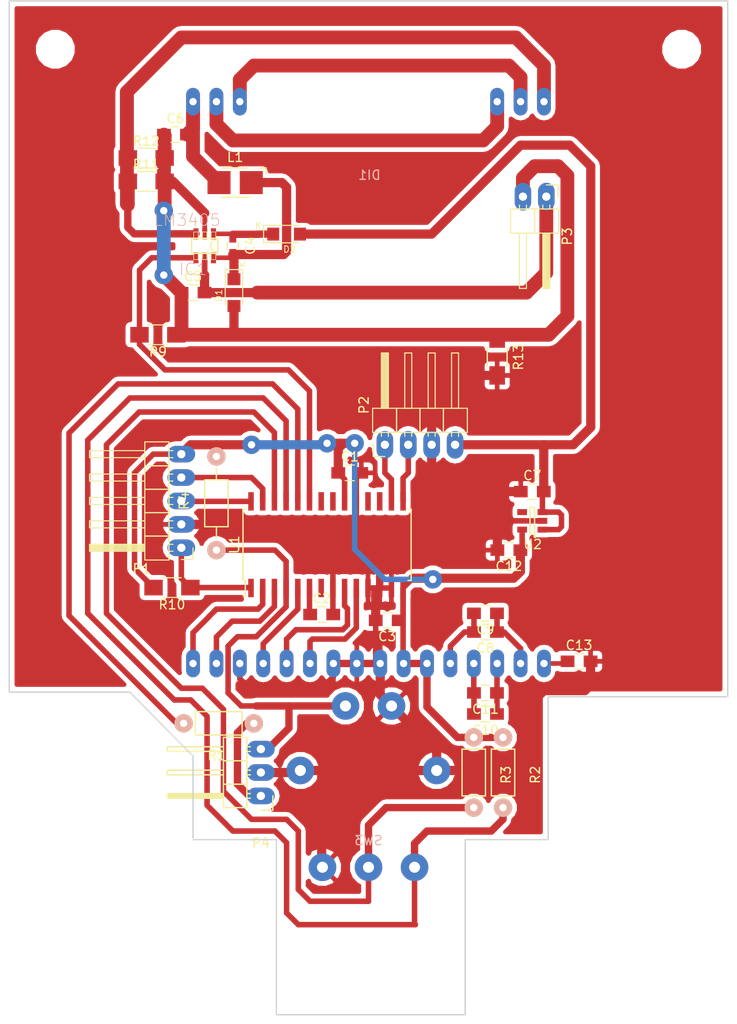
<source format=kicad_pcb>
(kicad_pcb (version 4) (host pcbnew 4.0.7)

  (general
    (links 91)
    (no_connects 0)
    (area 96.442857 51.825 183.557143 163.025001)
    (thickness 1.6)
    (drawings 14)
    (tracks 360)
    (zones 0)
    (modules 37)
    (nets 34)
  )

  (page A4)
  (layers
    (0 F.Cu signal)
    (31 B.Cu signal)
    (32 B.Adhes user)
    (33 F.Adhes user)
    (34 B.Paste user)
    (35 F.Paste user)
    (36 B.SilkS user)
    (37 F.SilkS user)
    (38 B.Mask user)
    (39 F.Mask user)
    (40 Dwgs.User user)
    (41 Cmts.User user)
    (42 Eco1.User user)
    (43 Eco2.User user)
    (44 Edge.Cuts user)
    (45 Margin user)
    (46 B.CrtYd user)
    (47 F.CrtYd user)
    (48 B.Fab user)
    (49 F.Fab user)
  )

  (setup
    (last_trace_width 1.5)
    (user_trace_width 0.6)
    (user_trace_width 0.8)
    (user_trace_width 1)
    (user_trace_width 1.5)
    (user_trace_width 2)
    (trace_clearance 0.2)
    (zone_clearance 0.4)
    (zone_45_only yes)
    (trace_min 0.5)
    (segment_width 0.2)
    (edge_width 0.15)
    (via_size 1)
    (via_drill 0.5)
    (via_min_size 1)
    (via_min_drill 0.5)
    (user_via 2 0.8)
    (uvia_size 0.3)
    (uvia_drill 0.1)
    (uvias_allowed no)
    (uvia_min_size 0.2)
    (uvia_min_drill 0.1)
    (pcb_text_width 0.3)
    (pcb_text_size 1.5 1.5)
    (mod_edge_width 0.15)
    (mod_text_size 1 1)
    (mod_text_width 0.15)
    (pad_size 1.99898 1.99898)
    (pad_drill 0.8)
    (pad_to_mask_clearance 0.2)
    (aux_axis_origin 109.22 140.97)
    (grid_origin 140 90)
    (visible_elements 7FFFFF7F)
    (pcbplotparams
      (layerselection 0x01000_00000001)
      (usegerberextensions false)
      (excludeedgelayer false)
      (linewidth 0.100000)
      (plotframeref false)
      (viasonmask false)
      (mode 1)
      (useauxorigin false)
      (hpglpennumber 1)
      (hpglpenspeed 20)
      (hpglpendiameter 15)
      (hpglpenoverlay 2)
      (psnegative false)
      (psa4output false)
      (plotreference true)
      (plotvalue true)
      (plotinvisibletext false)
      (padsonsilk false)
      (subtractmaskfromsilk false)
      (outputformat 1)
      (mirror false)
      (drillshape 0)
      (scaleselection 1)
      (outputdirectory gerber/))
  )

  (net 0 "")
  (net 1 +3V3)
  (net 2 GND)
  (net 3 "Net-(C2-Pad1)")
  (net 4 "Net-(C4-Pad1)")
  (net 5 "Net-(C4-Pad2)")
  (net 6 GNDA)
  (net 7 +12V)
  (net 8 "Net-(C6-Pad2)")
  (net 9 +5V)
  (net 10 "Net-(C8-Pad1)")
  (net 11 "Net-(C8-Pad2)")
  (net 12 "Net-(C10-Pad1)")
  (net 13 "Net-(C10-Pad2)")
  (net 14 "Net-(C13-Pad1)")
  (net 15 "Net-(DI1-Pad14)")
  (net 16 "Net-(DI1-Pad15)")
  (net 17 "Net-(DI1-Pad16)")
  (net 18 "Net-(DI1-Pad27)")
  (net 19 "Net-(DI1-Pad28)")
  (net 20 "Net-(DI1-Pad29)")
  (net 21 "Net-(DI1-Pad31)")
  (net 22 "Net-(DI1-Pad32)")
  (net 23 "Net-(IC1-Pad4)")
  (net 24 "Net-(P1-Pad1)")
  (net 25 "Net-(P1-Pad3)")
  (net 26 "Net-(P1-Pad4)")
  (net 27 "Net-(P2-Pad1)")
  (net 28 "Net-(P2-Pad2)")
  (net 29 "Net-(R1-Pad2)")
  (net 30 "Net-(R2-Pad2)")
  (net 31 "Net-(R3-Pad2)")
  (net 32 "Net-(P4-Pad1)")
  (net 33 "Net-(P4-Pad3)")

  (net_class Default "Ceci est la Netclass par défaut"
    (clearance 0.2)
    (trace_width 0.5)
    (via_dia 1)
    (via_drill 0.5)
    (uvia_dia 0.3)
    (uvia_drill 0.1)
    (add_net +12V)
    (add_net +3V3)
    (add_net +5V)
    (add_net GND)
    (add_net GNDA)
    (add_net "Net-(C10-Pad1)")
    (add_net "Net-(C10-Pad2)")
    (add_net "Net-(C13-Pad1)")
    (add_net "Net-(C2-Pad1)")
    (add_net "Net-(C4-Pad1)")
    (add_net "Net-(C4-Pad2)")
    (add_net "Net-(C6-Pad2)")
    (add_net "Net-(C8-Pad1)")
    (add_net "Net-(C8-Pad2)")
    (add_net "Net-(DI1-Pad14)")
    (add_net "Net-(DI1-Pad15)")
    (add_net "Net-(DI1-Pad16)")
    (add_net "Net-(DI1-Pad27)")
    (add_net "Net-(DI1-Pad28)")
    (add_net "Net-(DI1-Pad29)")
    (add_net "Net-(DI1-Pad31)")
    (add_net "Net-(DI1-Pad32)")
    (add_net "Net-(IC1-Pad4)")
    (add_net "Net-(P1-Pad1)")
    (add_net "Net-(P1-Pad3)")
    (add_net "Net-(P1-Pad4)")
    (add_net "Net-(P2-Pad1)")
    (add_net "Net-(P2-Pad2)")
    (add_net "Net-(P4-Pad1)")
    (add_net "Net-(P4-Pad3)")
    (add_net "Net-(R1-Pad2)")
    (add_net "Net-(R2-Pad2)")
    (add_net "Net-(R3-Pad2)")
  )

  (module local:PEC16_S (layer B.Cu) (tedit 5C386C6A) (tstamp 58CECCE1)
    (at 140 135.5 180)
    (path /58CDD911)
    (fp_text reference SW3 (at 0 -7.6 180) (layer B.SilkS)
      (effects (font (size 1 1) (thickness 0.15)) (justify mirror))
    )
    (fp_text value ROTARY_ENCODER_SWITCH (at 0 3.8 180) (layer B.Fab)
      (effects (font (size 1 1) (thickness 0.15)) (justify mirror))
    )
    (fp_line (start 2 -9.3) (end 2 -12.5) (layer B.CrtYd) (width 0.15))
    (fp_line (start 2 -12.5) (end -2 -12.5) (layer B.CrtYd) (width 0.15))
    (fp_line (start -2 -12.5) (end -2 -9.3) (layer B.CrtYd) (width 0.15))
    (fp_line (start -8 8.3) (end 8 8.3) (layer B.CrtYd) (width 0.15))
    (fp_line (start 8 8.3) (end 8 -9.3) (layer B.CrtYd) (width 0.15))
    (fp_line (start 8 -9.3) (end -8 -9.3) (layer B.CrtYd) (width 0.15))
    (fp_line (start -8 -9.3) (end -8 8.3) (layer B.CrtYd) (width 0.15))
    (fp_circle (center 0 0) (end 3 0) (layer B.CrtYd) (width 0.15))
    (pad 4 thru_hole circle (at -2.5 7 180) (size 3 3) (drill 1.2) (layers *.Cu *.Mask)
      (net 2 GND))
    (pad 5 thru_hole circle (at 2.5 7 180) (size 3 3) (drill 1.2) (layers *.Cu *.Mask)
      (net 33 "Net-(P4-Pad3)"))
    (pad 1 thru_hole circle (at -5 -10.5 180) (size 3 3) (drill 1.2) (layers *.Cu *.Mask)
      (net 30 "Net-(R2-Pad2)"))
    (pad 3 thru_hole circle (at 0 -10.5 180) (size 3 3) (drill 1.2) (layers *.Cu *.Mask)
      (net 31 "Net-(R3-Pad2)"))
    (pad 2 thru_hole circle (at 5 -10.5 180) (size 3 3) (drill 1.2) (layers *.Cu *.Mask)
      (net 2 GND))
    (pad 6 thru_hole circle (at -7.4 0 180) (size 3 3) (drill 1.2) (layers *.Cu *.Mask))
    (pad 6 thru_hole circle (at 7.4 0 180) (size 3 3) (drill 1.2) (layers *.Cu *.Mask))
  )

  (module local:EADOGXL160-7 locked (layer B.Cu) (tedit 5C386C16) (tstamp 58CE9730)
    (at 140 90)
    (path /58CD5A62)
    (fp_text reference DI1 (at 0.1 -19.1) (layer B.SilkS)
      (effects (font (size 1 1) (thickness 0.15)) (justify mirror))
    )
    (fp_text value EADOGXL160-7 (at -1.1811 2.9464) (layer B.Fab)
      (effects (font (size 5 5) (thickness 0.15)) (justify mirror))
    )
    (fp_line (start 39 8) (end 39.8 8) (layer B.CrtYd) (width 0.15))
    (fp_line (start 39.8 8) (end 39.8 -8) (layer B.CrtYd) (width 0.15))
    (fp_line (start 39.8 -8) (end 39 -8) (layer B.CrtYd) (width 0.15))
    (fp_line (start -36 22.8) (end 36 22.8) (layer B.CrtYd) (width 0.15))
    (fp_line (start 36 22.8) (end 36 -22.8) (layer B.CrtYd) (width 0.15))
    (fp_line (start 36 -22.8) (end -36 -22.8) (layer B.CrtYd) (width 0.15))
    (fp_line (start -36 -22.8) (end -36 22.7) (layer B.CrtYd) (width 0.15))
    (fp_line (start -39 35.41) (end 39 35.41) (layer B.CrtYd) (width 0.15))
    (fp_line (start 39 35.41) (end 39 -28.59) (layer B.CrtYd) (width 0.15))
    (fp_line (start 39 -28.59) (end -39 -28.59) (layer B.CrtYd) (width 0.15))
    (fp_line (start -39 -28.59) (end -39 35.41) (layer B.CrtYd) (width 0.15))
    (pad 1 thru_hole oval (at -19.05 -27.07) (size 1.5 3) (drill 0.8) (layers *.Cu *.Mask)
      (net 8 "Net-(C6-Pad2)"))
    (pad 2 thru_hole oval (at -16.51 -27.07) (size 1.5 3) (drill 0.8) (layers *.Cu *.Mask)
      (net 15 "Net-(DI1-Pad14)"))
    (pad 3 thru_hole oval (at -13.97 -27.07) (size 1.5 3) (drill 0.8) (layers *.Cu *.Mask)
      (net 16 "Net-(DI1-Pad15)"))
    (pad 14 thru_hole oval (at 13.97 -27.07) (size 1.5 3) (drill 0.8) (layers *.Cu *.Mask)
      (net 15 "Net-(DI1-Pad14)"))
    (pad 15 thru_hole oval (at 16.51 -27.07) (size 1.5 3) (drill 0.8) (layers *.Cu *.Mask)
      (net 16 "Net-(DI1-Pad15)"))
    (pad 16 thru_hole oval (at 19.05 -27.07) (size 1.5 3) (drill 0.8) (layers *.Cu *.Mask)
      (net 17 "Net-(DI1-Pad16)"))
    (pad 17 thru_hole oval (at 19.05 33.89) (size 1.5 3) (drill 0.8) (layers *.Cu *.Mask)
      (net 14 "Net-(C13-Pad1)"))
    (pad 18 thru_hole oval (at 16.51 33.89) (size 1.5 3) (drill 0.8) (layers *.Cu *.Mask)
      (net 10 "Net-(C8-Pad1)"))
    (pad 19 thru_hole oval (at 13.97 33.89) (size 1.5 3) (drill 0.8) (layers *.Cu *.Mask)
      (net 12 "Net-(C10-Pad1)"))
    (pad 20 thru_hole oval (at 11.43 33.89) (size 1.5 3) (drill 0.8) (layers *.Cu *.Mask)
      (net 13 "Net-(C10-Pad2)"))
    (pad 21 thru_hole oval (at 8.89 33.89) (size 1.5 3) (drill 0.8) (layers *.Cu *.Mask)
      (net 11 "Net-(C8-Pad2)"))
    (pad 22 thru_hole oval (at 6.35 33.89) (size 1.5 3) (drill 0.8) (layers *.Cu *.Mask)
      (net 1 +3V3))
    (pad 23 thru_hole oval (at 3.81 33.89) (size 1.5 3) (drill 0.8) (layers *.Cu *.Mask)
      (net 1 +3V3))
    (pad 24 thru_hole oval (at 1.27 33.89) (size 1.5 3) (drill 0.8) (layers *.Cu *.Mask)
      (net 2 GND))
    (pad 25 thru_hole oval (at -1.27 33.89) (size 1.5 3) (drill 0.8) (layers *.Cu *.Mask)
      (net 2 GND))
    (pad 26 thru_hole oval (at -3.81 33.89) (size 1.5 3) (drill 0.8) (layers *.Cu *.Mask)
      (net 2 GND))
    (pad 27 thru_hole oval (at -6.35 33.89) (size 1.5 3) (drill 0.8) (layers *.Cu *.Mask)
      (net 18 "Net-(DI1-Pad27)"))
    (pad 28 thru_hole oval (at -8.89 33.89) (size 1.5 3) (drill 0.8) (layers *.Cu *.Mask)
      (net 19 "Net-(DI1-Pad28)"))
    (pad 29 thru_hole oval (at -11.43 33.89) (size 1.5 3) (drill 0.8) (layers *.Cu *.Mask)
      (net 20 "Net-(DI1-Pad29)"))
    (pad 30 thru_hole oval (at -13.97 33.89) (size 1.5 3) (drill 0.8) (layers *.Cu *.Mask)
      (net 2 GND))
    (pad 31 thru_hole oval (at -16.51 33.89) (size 1.5 3) (drill 0.8) (layers *.Cu *.Mask)
      (net 21 "Net-(DI1-Pad31)"))
    (pad 32 thru_hole oval (at -19.05 33.89) (size 1.5 3) (drill 0.8) (layers *.Cu *.Mask)
      (net 22 "Net-(DI1-Pad32)"))
  )

  (module Capacitors_SMD:C_0805_HandSoldering (layer F.Cu) (tedit 58AA84A8) (tstamp 58CE961B)
    (at 137.968 103.208)
    (descr "Capacitor SMD 0805, hand soldering")
    (tags "capacitor 0805")
    (path /58CDAB21)
    (attr smd)
    (fp_text reference C1 (at 0 -1.75) (layer F.SilkS)
      (effects (font (size 1 1) (thickness 0.15)))
    )
    (fp_text value 1µF (at 0 1.75) (layer F.Fab)
      (effects (font (size 1 1) (thickness 0.15)))
    )
    (fp_text user %R (at 0 -1.75) (layer F.Fab)
      (effects (font (size 1 1) (thickness 0.15)))
    )
    (fp_line (start -1 0.62) (end -1 -0.62) (layer F.Fab) (width 0.1))
    (fp_line (start 1 0.62) (end -1 0.62) (layer F.Fab) (width 0.1))
    (fp_line (start 1 -0.62) (end 1 0.62) (layer F.Fab) (width 0.1))
    (fp_line (start -1 -0.62) (end 1 -0.62) (layer F.Fab) (width 0.1))
    (fp_line (start 0.5 -0.85) (end -0.5 -0.85) (layer F.SilkS) (width 0.12))
    (fp_line (start -0.5 0.85) (end 0.5 0.85) (layer F.SilkS) (width 0.12))
    (fp_line (start -2.25 -0.88) (end 2.25 -0.88) (layer F.CrtYd) (width 0.05))
    (fp_line (start -2.25 -0.88) (end -2.25 0.87) (layer F.CrtYd) (width 0.05))
    (fp_line (start 2.25 0.87) (end 2.25 -0.88) (layer F.CrtYd) (width 0.05))
    (fp_line (start 2.25 0.87) (end -2.25 0.87) (layer F.CrtYd) (width 0.05))
    (pad 1 smd rect (at -1.25 0) (size 1.5 1.25) (layers F.Cu F.Paste F.Mask)
      (net 1 +3V3))
    (pad 2 smd rect (at 1.25 0) (size 1.5 1.25) (layers F.Cu F.Paste F.Mask)
      (net 2 GND))
    (model Capacitors_SMD.3dshapes/C_0805.wrl
      (at (xyz 0 0 0))
      (scale (xyz 1 1 1))
      (rotate (xyz 0 0 0))
    )
  )

  (module Capacitors_SMD:C_0805_HandSoldering (layer F.Cu) (tedit 58AA84A8) (tstamp 58CE962C)
    (at 134.92 118.575)
    (descr "Capacitor SMD 0805, hand soldering")
    (tags "capacitor 0805")
    (path /58CDACEB)
    (attr smd)
    (fp_text reference C2 (at 0 -1.75) (layer F.SilkS)
      (effects (font (size 1 1) (thickness 0.15)))
    )
    (fp_text value 10µF (at 0 1.75) (layer F.Fab)
      (effects (font (size 1 1) (thickness 0.15)))
    )
    (fp_text user %R (at 0 -1.75) (layer F.Fab)
      (effects (font (size 1 1) (thickness 0.15)))
    )
    (fp_line (start -1 0.62) (end -1 -0.62) (layer F.Fab) (width 0.1))
    (fp_line (start 1 0.62) (end -1 0.62) (layer F.Fab) (width 0.1))
    (fp_line (start 1 -0.62) (end 1 0.62) (layer F.Fab) (width 0.1))
    (fp_line (start -1 -0.62) (end 1 -0.62) (layer F.Fab) (width 0.1))
    (fp_line (start 0.5 -0.85) (end -0.5 -0.85) (layer F.SilkS) (width 0.12))
    (fp_line (start -0.5 0.85) (end 0.5 0.85) (layer F.SilkS) (width 0.12))
    (fp_line (start -2.25 -0.88) (end 2.25 -0.88) (layer F.CrtYd) (width 0.05))
    (fp_line (start -2.25 -0.88) (end -2.25 0.87) (layer F.CrtYd) (width 0.05))
    (fp_line (start 2.25 0.87) (end 2.25 -0.88) (layer F.CrtYd) (width 0.05))
    (fp_line (start 2.25 0.87) (end -2.25 0.87) (layer F.CrtYd) (width 0.05))
    (pad 1 smd rect (at -1.25 0) (size 1.5 1.25) (layers F.Cu F.Paste F.Mask)
      (net 3 "Net-(C2-Pad1)"))
    (pad 2 smd rect (at 1.25 0) (size 1.5 1.25) (layers F.Cu F.Paste F.Mask)
      (net 2 GND))
    (model Capacitors_SMD.3dshapes/C_0805.wrl
      (at (xyz 0 0 0))
      (scale (xyz 1 1 1))
      (rotate (xyz 0 0 0))
    )
  )

  (module Capacitors_SMD:C_0805_HandSoldering (layer F.Cu) (tedit 58AA84A8) (tstamp 58CE963D)
    (at 142.032 119.21 180)
    (descr "Capacitor SMD 0805, hand soldering")
    (tags "capacitor 0805")
    (path /58CDAD8B)
    (attr smd)
    (fp_text reference C3 (at 0 -1.75 180) (layer F.SilkS)
      (effects (font (size 1 1) (thickness 0.15)))
    )
    (fp_text value 1µF (at 0 1.75 180) (layer F.Fab)
      (effects (font (size 1 1) (thickness 0.15)))
    )
    (fp_text user %R (at 0 -1.75 180) (layer F.Fab)
      (effects (font (size 1 1) (thickness 0.15)))
    )
    (fp_line (start -1 0.62) (end -1 -0.62) (layer F.Fab) (width 0.1))
    (fp_line (start 1 0.62) (end -1 0.62) (layer F.Fab) (width 0.1))
    (fp_line (start 1 -0.62) (end 1 0.62) (layer F.Fab) (width 0.1))
    (fp_line (start -1 -0.62) (end 1 -0.62) (layer F.Fab) (width 0.1))
    (fp_line (start 0.5 -0.85) (end -0.5 -0.85) (layer F.SilkS) (width 0.12))
    (fp_line (start -0.5 0.85) (end 0.5 0.85) (layer F.SilkS) (width 0.12))
    (fp_line (start -2.25 -0.88) (end 2.25 -0.88) (layer F.CrtYd) (width 0.05))
    (fp_line (start -2.25 -0.88) (end -2.25 0.87) (layer F.CrtYd) (width 0.05))
    (fp_line (start 2.25 0.87) (end 2.25 -0.88) (layer F.CrtYd) (width 0.05))
    (fp_line (start 2.25 0.87) (end -2.25 0.87) (layer F.CrtYd) (width 0.05))
    (pad 1 smd rect (at -1.25 0 180) (size 1.5 1.25) (layers F.Cu F.Paste F.Mask)
      (net 1 +3V3))
    (pad 2 smd rect (at 1.25 0 180) (size 1.5 1.25) (layers F.Cu F.Paste F.Mask)
      (net 2 GND))
    (model Capacitors_SMD.3dshapes/C_0805.wrl
      (at (xyz 0 0 0))
      (scale (xyz 1 1 1))
      (rotate (xyz 0 0 0))
    )
  )

  (module Capacitors_SMD:C_0805_HandSoldering (layer F.Cu) (tedit 58AA84A8) (tstamp 58CE965F)
    (at 120.95 83.65)
    (descr "Capacitor SMD 0805, hand soldering")
    (tags "capacitor 0805")
    (path /58CD61B7)
    (attr smd)
    (fp_text reference C5 (at 0 -1.75) (layer F.SilkS)
      (effects (font (size 1 1) (thickness 0.15)))
    )
    (fp_text value 1µF (at 0 1.75) (layer F.Fab)
      (effects (font (size 1 1) (thickness 0.15)))
    )
    (fp_text user %R (at 0 -1.75) (layer F.Fab)
      (effects (font (size 1 1) (thickness 0.15)))
    )
    (fp_line (start -1 0.62) (end -1 -0.62) (layer F.Fab) (width 0.1))
    (fp_line (start 1 0.62) (end -1 0.62) (layer F.Fab) (width 0.1))
    (fp_line (start 1 -0.62) (end 1 0.62) (layer F.Fab) (width 0.1))
    (fp_line (start -1 -0.62) (end 1 -0.62) (layer F.Fab) (width 0.1))
    (fp_line (start 0.5 -0.85) (end -0.5 -0.85) (layer F.SilkS) (width 0.12))
    (fp_line (start -0.5 0.85) (end 0.5 0.85) (layer F.SilkS) (width 0.12))
    (fp_line (start -2.25 -0.88) (end 2.25 -0.88) (layer F.CrtYd) (width 0.05))
    (fp_line (start -2.25 -0.88) (end -2.25 0.87) (layer F.CrtYd) (width 0.05))
    (fp_line (start 2.25 0.87) (end 2.25 -0.88) (layer F.CrtYd) (width 0.05))
    (fp_line (start 2.25 0.87) (end -2.25 0.87) (layer F.CrtYd) (width 0.05))
    (pad 1 smd rect (at -1.25 0) (size 1.5 1.25) (layers F.Cu F.Paste F.Mask)
      (net 6 GNDA))
    (pad 2 smd rect (at 1.25 0) (size 1.5 1.25) (layers F.Cu F.Paste F.Mask)
      (net 7 +12V))
    (model Capacitors_SMD.3dshapes/C_0805.wrl
      (at (xyz 0 0 0))
      (scale (xyz 1 1 1))
      (rotate (xyz 0 0 0))
    )
  )

  (module Capacitors_SMD:C_0805_HandSoldering (layer F.Cu) (tedit 58AA84A8) (tstamp 58CE9670)
    (at 119.045 66.505)
    (descr "Capacitor SMD 0805, hand soldering")
    (tags "capacitor 0805")
    (path /58CD6118)
    (attr smd)
    (fp_text reference C6 (at 0 -1.75) (layer F.SilkS)
      (effects (font (size 1 1) (thickness 0.15)))
    )
    (fp_text value 1µF (at 0 1.75) (layer F.Fab)
      (effects (font (size 1 1) (thickness 0.15)))
    )
    (fp_text user %R (at 0 -1.75) (layer F.Fab)
      (effects (font (size 1 1) (thickness 0.15)))
    )
    (fp_line (start -1 0.62) (end -1 -0.62) (layer F.Fab) (width 0.1))
    (fp_line (start 1 0.62) (end -1 0.62) (layer F.Fab) (width 0.1))
    (fp_line (start 1 -0.62) (end 1 0.62) (layer F.Fab) (width 0.1))
    (fp_line (start -1 -0.62) (end 1 -0.62) (layer F.Fab) (width 0.1))
    (fp_line (start 0.5 -0.85) (end -0.5 -0.85) (layer F.SilkS) (width 0.12))
    (fp_line (start -0.5 0.85) (end 0.5 0.85) (layer F.SilkS) (width 0.12))
    (fp_line (start -2.25 -0.88) (end 2.25 -0.88) (layer F.CrtYd) (width 0.05))
    (fp_line (start -2.25 -0.88) (end -2.25 0.87) (layer F.CrtYd) (width 0.05))
    (fp_line (start 2.25 0.87) (end 2.25 -0.88) (layer F.CrtYd) (width 0.05))
    (fp_line (start 2.25 0.87) (end -2.25 0.87) (layer F.CrtYd) (width 0.05))
    (pad 1 smd rect (at -1.25 0) (size 1.5 1.25) (layers F.Cu F.Paste F.Mask)
      (net 6 GNDA))
    (pad 2 smd rect (at 1.25 0) (size 1.5 1.25) (layers F.Cu F.Paste F.Mask)
      (net 8 "Net-(C6-Pad2)"))
    (model Capacitors_SMD.3dshapes/C_0805.wrl
      (at (xyz 0 0 0))
      (scale (xyz 1 1 1))
      (rotate (xyz 0 0 0))
    )
  )

  (module Capacitors_SMD:C_0805_HandSoldering (layer F.Cu) (tedit 58AA84A8) (tstamp 58CE9681)
    (at 157.78 105.24)
    (descr "Capacitor SMD 0805, hand soldering")
    (tags "capacitor 0805")
    (path /58CD8E8A)
    (attr smd)
    (fp_text reference C7 (at 0 -1.75) (layer F.SilkS)
      (effects (font (size 1 1) (thickness 0.15)))
    )
    (fp_text value 1µF (at 0 1.75) (layer F.Fab)
      (effects (font (size 1 1) (thickness 0.15)))
    )
    (fp_text user %R (at 0 -1.75) (layer F.Fab)
      (effects (font (size 1 1) (thickness 0.15)))
    )
    (fp_line (start -1 0.62) (end -1 -0.62) (layer F.Fab) (width 0.1))
    (fp_line (start 1 0.62) (end -1 0.62) (layer F.Fab) (width 0.1))
    (fp_line (start 1 -0.62) (end 1 0.62) (layer F.Fab) (width 0.1))
    (fp_line (start -1 -0.62) (end 1 -0.62) (layer F.Fab) (width 0.1))
    (fp_line (start 0.5 -0.85) (end -0.5 -0.85) (layer F.SilkS) (width 0.12))
    (fp_line (start -0.5 0.85) (end 0.5 0.85) (layer F.SilkS) (width 0.12))
    (fp_line (start -2.25 -0.88) (end 2.25 -0.88) (layer F.CrtYd) (width 0.05))
    (fp_line (start -2.25 -0.88) (end -2.25 0.87) (layer F.CrtYd) (width 0.05))
    (fp_line (start 2.25 0.87) (end 2.25 -0.88) (layer F.CrtYd) (width 0.05))
    (fp_line (start 2.25 0.87) (end -2.25 0.87) (layer F.CrtYd) (width 0.05))
    (pad 1 smd rect (at -1.25 0) (size 1.5 1.25) (layers F.Cu F.Paste F.Mask)
      (net 2 GND))
    (pad 2 smd rect (at 1.25 0) (size 1.5 1.25) (layers F.Cu F.Paste F.Mask)
      (net 9 +5V))
    (model Capacitors_SMD.3dshapes/C_0805.wrl
      (at (xyz 0 0 0))
      (scale (xyz 1 1 1))
      (rotate (xyz 0 0 0))
    )
  )

  (module Capacitors_SMD:C_0805_HandSoldering (layer F.Cu) (tedit 58AA84A8) (tstamp 58CE9692)
    (at 152.7 120.48 180)
    (descr "Capacitor SMD 0805, hand soldering")
    (tags "capacitor 0805")
    (path /58CD7AA0)
    (attr smd)
    (fp_text reference C8 (at 0 -1.75 180) (layer F.SilkS)
      (effects (font (size 1 1) (thickness 0.15)))
    )
    (fp_text value 1µF (at 0 1.75 180) (layer F.Fab)
      (effects (font (size 1 1) (thickness 0.15)))
    )
    (fp_text user %R (at 0 -1.75 180) (layer F.Fab)
      (effects (font (size 1 1) (thickness 0.15)))
    )
    (fp_line (start -1 0.62) (end -1 -0.62) (layer F.Fab) (width 0.1))
    (fp_line (start 1 0.62) (end -1 0.62) (layer F.Fab) (width 0.1))
    (fp_line (start 1 -0.62) (end 1 0.62) (layer F.Fab) (width 0.1))
    (fp_line (start -1 -0.62) (end 1 -0.62) (layer F.Fab) (width 0.1))
    (fp_line (start 0.5 -0.85) (end -0.5 -0.85) (layer F.SilkS) (width 0.12))
    (fp_line (start -0.5 0.85) (end 0.5 0.85) (layer F.SilkS) (width 0.12))
    (fp_line (start -2.25 -0.88) (end 2.25 -0.88) (layer F.CrtYd) (width 0.05))
    (fp_line (start -2.25 -0.88) (end -2.25 0.87) (layer F.CrtYd) (width 0.05))
    (fp_line (start 2.25 0.87) (end 2.25 -0.88) (layer F.CrtYd) (width 0.05))
    (fp_line (start 2.25 0.87) (end -2.25 0.87) (layer F.CrtYd) (width 0.05))
    (pad 1 smd rect (at -1.25 0 180) (size 1.5 1.25) (layers F.Cu F.Paste F.Mask)
      (net 10 "Net-(C8-Pad1)"))
    (pad 2 smd rect (at 1.25 0 180) (size 1.5 1.25) (layers F.Cu F.Paste F.Mask)
      (net 11 "Net-(C8-Pad2)"))
    (model Capacitors_SMD.3dshapes/C_0805.wrl
      (at (xyz 0 0 0))
      (scale (xyz 1 1 1))
      (rotate (xyz 0 0 0))
    )
  )

  (module Capacitors_SMD:C_0805_HandSoldering (layer F.Cu) (tedit 58AA84A8) (tstamp 58CE96A3)
    (at 152.7 118.448 180)
    (descr "Capacitor SMD 0805, hand soldering")
    (tags "capacitor 0805")
    (path /58CD7A65)
    (attr smd)
    (fp_text reference C9 (at 0 -1.75 180) (layer F.SilkS)
      (effects (font (size 1 1) (thickness 0.15)))
    )
    (fp_text value 1µF (at 0 1.75 180) (layer F.Fab)
      (effects (font (size 1 1) (thickness 0.15)))
    )
    (fp_text user %R (at 0 -1.75 180) (layer F.Fab)
      (effects (font (size 1 1) (thickness 0.15)))
    )
    (fp_line (start -1 0.62) (end -1 -0.62) (layer F.Fab) (width 0.1))
    (fp_line (start 1 0.62) (end -1 0.62) (layer F.Fab) (width 0.1))
    (fp_line (start 1 -0.62) (end 1 0.62) (layer F.Fab) (width 0.1))
    (fp_line (start -1 -0.62) (end 1 -0.62) (layer F.Fab) (width 0.1))
    (fp_line (start 0.5 -0.85) (end -0.5 -0.85) (layer F.SilkS) (width 0.12))
    (fp_line (start -0.5 0.85) (end 0.5 0.85) (layer F.SilkS) (width 0.12))
    (fp_line (start -2.25 -0.88) (end 2.25 -0.88) (layer F.CrtYd) (width 0.05))
    (fp_line (start -2.25 -0.88) (end -2.25 0.87) (layer F.CrtYd) (width 0.05))
    (fp_line (start 2.25 0.87) (end 2.25 -0.88) (layer F.CrtYd) (width 0.05))
    (fp_line (start 2.25 0.87) (end -2.25 0.87) (layer F.CrtYd) (width 0.05))
    (pad 1 smd rect (at -1.25 0 180) (size 1.5 1.25) (layers F.Cu F.Paste F.Mask)
      (net 10 "Net-(C8-Pad1)"))
    (pad 2 smd rect (at 1.25 0 180) (size 1.5 1.25) (layers F.Cu F.Paste F.Mask)
      (net 11 "Net-(C8-Pad2)"))
    (model Capacitors_SMD.3dshapes/C_0805.wrl
      (at (xyz 0 0 0))
      (scale (xyz 1 1 1))
      (rotate (xyz 0 0 0))
    )
  )

  (module Capacitors_SMD:C_0805_HandSoldering (layer F.Cu) (tedit 58AA84A8) (tstamp 58CE96B4)
    (at 152.7 129.37 180)
    (descr "Capacitor SMD 0805, hand soldering")
    (tags "capacitor 0805")
    (path /58CD7A1D)
    (attr smd)
    (fp_text reference C10 (at 0 -1.75 180) (layer F.SilkS)
      (effects (font (size 1 1) (thickness 0.15)))
    )
    (fp_text value 1µF (at 0 1.75 180) (layer F.Fab)
      (effects (font (size 1 1) (thickness 0.15)))
    )
    (fp_text user %R (at 0 -1.75 180) (layer F.Fab)
      (effects (font (size 1 1) (thickness 0.15)))
    )
    (fp_line (start -1 0.62) (end -1 -0.62) (layer F.Fab) (width 0.1))
    (fp_line (start 1 0.62) (end -1 0.62) (layer F.Fab) (width 0.1))
    (fp_line (start 1 -0.62) (end 1 0.62) (layer F.Fab) (width 0.1))
    (fp_line (start -1 -0.62) (end 1 -0.62) (layer F.Fab) (width 0.1))
    (fp_line (start 0.5 -0.85) (end -0.5 -0.85) (layer F.SilkS) (width 0.12))
    (fp_line (start -0.5 0.85) (end 0.5 0.85) (layer F.SilkS) (width 0.12))
    (fp_line (start -2.25 -0.88) (end 2.25 -0.88) (layer F.CrtYd) (width 0.05))
    (fp_line (start -2.25 -0.88) (end -2.25 0.87) (layer F.CrtYd) (width 0.05))
    (fp_line (start 2.25 0.87) (end 2.25 -0.88) (layer F.CrtYd) (width 0.05))
    (fp_line (start 2.25 0.87) (end -2.25 0.87) (layer F.CrtYd) (width 0.05))
    (pad 1 smd rect (at -1.25 0 180) (size 1.5 1.25) (layers F.Cu F.Paste F.Mask)
      (net 12 "Net-(C10-Pad1)"))
    (pad 2 smd rect (at 1.25 0 180) (size 1.5 1.25) (layers F.Cu F.Paste F.Mask)
      (net 13 "Net-(C10-Pad2)"))
    (model Capacitors_SMD.3dshapes/C_0805.wrl
      (at (xyz 0 0 0))
      (scale (xyz 1 1 1))
      (rotate (xyz 0 0 0))
    )
  )

  (module Capacitors_SMD:C_0805_HandSoldering (layer F.Cu) (tedit 58AA84A8) (tstamp 58CE96C5)
    (at 152.7 127.084 180)
    (descr "Capacitor SMD 0805, hand soldering")
    (tags "capacitor 0805")
    (path /58CD7915)
    (attr smd)
    (fp_text reference C11 (at 0 -1.75 180) (layer F.SilkS)
      (effects (font (size 1 1) (thickness 0.15)))
    )
    (fp_text value 1µF (at 0 1.75 180) (layer F.Fab)
      (effects (font (size 1 1) (thickness 0.15)))
    )
    (fp_text user %R (at 0 -1.75 180) (layer F.Fab)
      (effects (font (size 1 1) (thickness 0.15)))
    )
    (fp_line (start -1 0.62) (end -1 -0.62) (layer F.Fab) (width 0.1))
    (fp_line (start 1 0.62) (end -1 0.62) (layer F.Fab) (width 0.1))
    (fp_line (start 1 -0.62) (end 1 0.62) (layer F.Fab) (width 0.1))
    (fp_line (start -1 -0.62) (end 1 -0.62) (layer F.Fab) (width 0.1))
    (fp_line (start 0.5 -0.85) (end -0.5 -0.85) (layer F.SilkS) (width 0.12))
    (fp_line (start -0.5 0.85) (end 0.5 0.85) (layer F.SilkS) (width 0.12))
    (fp_line (start -2.25 -0.88) (end 2.25 -0.88) (layer F.CrtYd) (width 0.05))
    (fp_line (start -2.25 -0.88) (end -2.25 0.87) (layer F.CrtYd) (width 0.05))
    (fp_line (start 2.25 0.87) (end 2.25 -0.88) (layer F.CrtYd) (width 0.05))
    (fp_line (start 2.25 0.87) (end -2.25 0.87) (layer F.CrtYd) (width 0.05))
    (pad 1 smd rect (at -1.25 0 180) (size 1.5 1.25) (layers F.Cu F.Paste F.Mask)
      (net 12 "Net-(C10-Pad1)"))
    (pad 2 smd rect (at 1.25 0 180) (size 1.5 1.25) (layers F.Cu F.Paste F.Mask)
      (net 13 "Net-(C10-Pad2)"))
    (model Capacitors_SMD.3dshapes/C_0805.wrl
      (at (xyz 0 0 0))
      (scale (xyz 1 1 1))
      (rotate (xyz 0 0 0))
    )
  )

  (module Capacitors_SMD:C_0805_HandSoldering (layer F.Cu) (tedit 58AA84A8) (tstamp 58CE96D6)
    (at 155.24 111.59 180)
    (descr "Capacitor SMD 0805, hand soldering")
    (tags "capacitor 0805")
    (path /58CD8F23)
    (attr smd)
    (fp_text reference C12 (at 0 -1.75 180) (layer F.SilkS)
      (effects (font (size 1 1) (thickness 0.15)))
    )
    (fp_text value 1µF (at 0 1.75 180) (layer F.Fab)
      (effects (font (size 1 1) (thickness 0.15)))
    )
    (fp_text user %R (at 0 -1.75 180) (layer F.Fab)
      (effects (font (size 1 1) (thickness 0.15)))
    )
    (fp_line (start -1 0.62) (end -1 -0.62) (layer F.Fab) (width 0.1))
    (fp_line (start 1 0.62) (end -1 0.62) (layer F.Fab) (width 0.1))
    (fp_line (start 1 -0.62) (end 1 0.62) (layer F.Fab) (width 0.1))
    (fp_line (start -1 -0.62) (end 1 -0.62) (layer F.Fab) (width 0.1))
    (fp_line (start 0.5 -0.85) (end -0.5 -0.85) (layer F.SilkS) (width 0.12))
    (fp_line (start -0.5 0.85) (end 0.5 0.85) (layer F.SilkS) (width 0.12))
    (fp_line (start -2.25 -0.88) (end 2.25 -0.88) (layer F.CrtYd) (width 0.05))
    (fp_line (start -2.25 -0.88) (end -2.25 0.87) (layer F.CrtYd) (width 0.05))
    (fp_line (start 2.25 0.87) (end 2.25 -0.88) (layer F.CrtYd) (width 0.05))
    (fp_line (start 2.25 0.87) (end -2.25 0.87) (layer F.CrtYd) (width 0.05))
    (pad 1 smd rect (at -1.25 0 180) (size 1.5 1.25) (layers F.Cu F.Paste F.Mask)
      (net 1 +3V3))
    (pad 2 smd rect (at 1.25 0 180) (size 1.5 1.25) (layers F.Cu F.Paste F.Mask)
      (net 2 GND))
    (model Capacitors_SMD.3dshapes/C_0805.wrl
      (at (xyz 0 0 0))
      (scale (xyz 1 1 1))
      (rotate (xyz 0 0 0))
    )
  )

  (module Capacitors_SMD:C_0805_HandSoldering (layer F.Cu) (tedit 58AA84A8) (tstamp 58CE96E7)
    (at 162.86 123.655)
    (descr "Capacitor SMD 0805, hand soldering")
    (tags "capacitor 0805")
    (path /58CD7ADE)
    (attr smd)
    (fp_text reference C13 (at 0 -1.75) (layer F.SilkS)
      (effects (font (size 1 1) (thickness 0.15)))
    )
    (fp_text value 1µF (at 0 1.75) (layer F.Fab)
      (effects (font (size 1 1) (thickness 0.15)))
    )
    (fp_text user %R (at 0 -1.75) (layer F.Fab)
      (effects (font (size 1 1) (thickness 0.15)))
    )
    (fp_line (start -1 0.62) (end -1 -0.62) (layer F.Fab) (width 0.1))
    (fp_line (start 1 0.62) (end -1 0.62) (layer F.Fab) (width 0.1))
    (fp_line (start 1 -0.62) (end 1 0.62) (layer F.Fab) (width 0.1))
    (fp_line (start -1 -0.62) (end 1 -0.62) (layer F.Fab) (width 0.1))
    (fp_line (start 0.5 -0.85) (end -0.5 -0.85) (layer F.SilkS) (width 0.12))
    (fp_line (start -0.5 0.85) (end 0.5 0.85) (layer F.SilkS) (width 0.12))
    (fp_line (start -2.25 -0.88) (end 2.25 -0.88) (layer F.CrtYd) (width 0.05))
    (fp_line (start -2.25 -0.88) (end -2.25 0.87) (layer F.CrtYd) (width 0.05))
    (fp_line (start 2.25 0.87) (end 2.25 -0.88) (layer F.CrtYd) (width 0.05))
    (fp_line (start 2.25 0.87) (end -2.25 0.87) (layer F.CrtYd) (width 0.05))
    (pad 1 smd rect (at -1.25 0) (size 1.5 1.25) (layers F.Cu F.Paste F.Mask)
      (net 14 "Net-(C13-Pad1)"))
    (pad 2 smd rect (at 1.25 0) (size 1.5 1.25) (layers F.Cu F.Paste F.Mask)
      (net 2 GND))
    (model Capacitors_SMD.3dshapes/C_0805.wrl
      (at (xyz 0 0 0))
      (scale (xyz 1 1 1))
      (rotate (xyz 0 0 0))
    )
  )

  (module texas-local:texas-local-SOT23-06 (layer F.Cu) (tedit 200000) (tstamp 58CE975E)
    (at 122.22 78.57 180)
    (descr "SMALL OUTLINE TRANSISTOR DBV (R-PDSO-G5)")
    (tags "SMALL OUTLINE TRANSISTOR DBV (R-PDSO-G5)")
    (path /58CD5B9A)
    (attr smd)
    (fp_text reference IC1 (at 1.27 -2.54 180) (layer B.SilkS)
      (effects (font (size 1.27 1.27) (thickness 0.0889)))
    )
    (fp_text value LM3405 (at 1.905 2.794 180) (layer B.SilkS)
      (effects (font (size 1.27 1.27) (thickness 0.0889)))
    )
    (fp_line (start -1.19888 1.4986) (end -0.6985 1.4986) (layer F.SilkS) (width 0.06604))
    (fp_line (start -0.6985 1.4986) (end -0.6985 0.84836) (layer F.SilkS) (width 0.06604))
    (fp_line (start -1.19888 0.84836) (end -0.6985 0.84836) (layer F.SilkS) (width 0.06604))
    (fp_line (start -1.19888 1.4986) (end -1.19888 0.84836) (layer F.SilkS) (width 0.06604))
    (fp_line (start -0.24892 1.4986) (end 0.24892 1.4986) (layer F.SilkS) (width 0.06604))
    (fp_line (start 0.24892 1.4986) (end 0.24892 0.84836) (layer F.SilkS) (width 0.06604))
    (fp_line (start -0.24892 0.84836) (end 0.24892 0.84836) (layer F.SilkS) (width 0.06604))
    (fp_line (start -0.24892 1.4986) (end -0.24892 0.84836) (layer F.SilkS) (width 0.06604))
    (fp_line (start 0.6985 1.4986) (end 1.19888 1.4986) (layer F.SilkS) (width 0.06604))
    (fp_line (start 1.19888 1.4986) (end 1.19888 0.84836) (layer F.SilkS) (width 0.06604))
    (fp_line (start 0.6985 0.84836) (end 1.19888 0.84836) (layer F.SilkS) (width 0.06604))
    (fp_line (start 0.6985 1.4986) (end 0.6985 0.84836) (layer F.SilkS) (width 0.06604))
    (fp_line (start 0.6985 -0.84836) (end 1.19888 -0.84836) (layer F.SilkS) (width 0.06604))
    (fp_line (start 1.19888 -0.84836) (end 1.19888 -1.4986) (layer F.SilkS) (width 0.06604))
    (fp_line (start 0.6985 -1.4986) (end 1.19888 -1.4986) (layer F.SilkS) (width 0.06604))
    (fp_line (start 0.6985 -0.84836) (end 0.6985 -1.4986) (layer F.SilkS) (width 0.06604))
    (fp_line (start -0.24892 -0.84836) (end 0.24892 -0.84836) (layer F.SilkS) (width 0.06604))
    (fp_line (start 0.24892 -0.84836) (end 0.24892 -1.4986) (layer F.SilkS) (width 0.06604))
    (fp_line (start -0.24892 -1.4986) (end 0.24892 -1.4986) (layer F.SilkS) (width 0.06604))
    (fp_line (start -0.24892 -0.84836) (end -0.24892 -1.4986) (layer F.SilkS) (width 0.06604))
    (fp_line (start -1.19888 -0.84836) (end -0.6985 -0.84836) (layer F.SilkS) (width 0.06604))
    (fp_line (start -0.6985 -0.84836) (end -0.6985 -1.4986) (layer F.SilkS) (width 0.06604))
    (fp_line (start -1.19888 -1.4986) (end -0.6985 -1.4986) (layer F.SilkS) (width 0.06604))
    (fp_line (start -1.19888 -0.84836) (end -1.19888 -1.4986) (layer F.SilkS) (width 0.06604))
    (fp_line (start 1.41986 -0.80772) (end 1.41986 0.80772) (layer F.SilkS) (width 0.1524))
    (fp_line (start 1.41986 0.80772) (end -1.41986 0.80772) (layer F.SilkS) (width 0.1524))
    (fp_line (start -1.41986 0.80772) (end -1.41986 -0.80772) (layer F.SilkS) (width 0.1524))
    (fp_line (start -1.41986 -0.80772) (end 1.41986 -0.80772) (layer F.SilkS) (width 0.1524))
    (fp_line (start -0.5207 -0.80772) (end 0.5207 -0.80772) (layer F.SilkS) (width 0.1524))
    (fp_line (start -0.42672 0.80772) (end -0.5207 0.80772) (layer F.SilkS) (width 0.1524))
    (fp_line (start 0.5207 0.80772) (end 0.42672 0.80772) (layer F.SilkS) (width 0.1524))
    (fp_line (start -1.32588 0.80772) (end -1.41986 0.80772) (layer F.SilkS) (width 0.1524))
    (fp_line (start 1.41986 0.80772) (end 1.32588 0.80772) (layer F.SilkS) (width 0.1524))
    (fp_line (start 1.32588 -0.80772) (end 1.41986 -0.80772) (layer F.SilkS) (width 0.1524))
    (fp_line (start -1.41986 -0.80772) (end -1.32588 -0.80772) (layer F.SilkS) (width 0.1524))
    (fp_arc (start -1.27 0) (end -1.27 -0.635) (angle 180) (layer F.SilkS) (width 0.127))
    (pad 1 smd rect (at -0.94996 1.29794 180) (size 0.54864 1.19888) (layers F.Cu F.Paste F.Mask)
      (net 4 "Net-(C4-Pad1)"))
    (pad 2 smd rect (at 0 1.29794 180) (size 0.54864 1.19888) (layers F.Cu F.Paste F.Mask)
      (net 6 GNDA))
    (pad 3 smd rect (at 0.94996 1.29794 180) (size 0.54864 1.19888) (layers F.Cu F.Paste F.Mask)
      (net 17 "Net-(DI1-Pad16)"))
    (pad 4 smd rect (at 0.94996 -1.29794 180) (size 0.54864 1.19888) (layers F.Cu F.Paste F.Mask)
      (net 23 "Net-(IC1-Pad4)"))
    (pad 5 smd rect (at 0 -1.29794 180) (size 0.54864 1.19888) (layers F.Cu F.Paste F.Mask)
      (net 7 +12V))
    (pad 6 smd rect (at -0.94996 -1.29794 180) (size 0.54864 1.19888) (layers F.Cu F.Paste F.Mask)
      (net 5 "Net-(C4-Pad2)"))
  )

  (module Inductors:Inductor_1212 (layer F.Cu) (tedit 5652586A) (tstamp 58CE976C)
    (at 125.522 71.712 180)
    (path /58CD5C22)
    (attr smd)
    (fp_text reference L1 (at 0 2.75 180) (layer F.SilkS)
      (effects (font (size 1 1) (thickness 0.15)))
    )
    (fp_text value 68µH (at 0 -2.75 180) (layer F.Fab)
      (effects (font (size 1 1) (thickness 0.15)))
    )
    (fp_line (start -3.35 1.6) (end -3.35 0.95) (layer F.SilkS) (width 0.15))
    (fp_line (start -2.6 1.6) (end -3.35 1.6) (layer F.SilkS) (width 0.15))
    (fp_line (start -3.5 2) (end -3.5 -2) (layer F.CrtYd) (width 0.05))
    (fp_line (start 3.5 2) (end -3.5 2) (layer F.CrtYd) (width 0.05))
    (fp_line (start 3.5 -2) (end 3.5 2) (layer F.CrtYd) (width 0.05))
    (fp_line (start -3.5 -2) (end 3.5 -2) (layer F.CrtYd) (width 0.05))
    (fp_line (start 1.5 1.6) (end -1.5 1.6) (layer F.SilkS) (width 0.15))
    (fp_line (start -1.5 -1.6) (end 1.5 -1.6) (layer F.SilkS) (width 0.15))
    (pad 1 smd rect (at -1.75 0 180) (size 2.5 2.5) (layers F.Cu F.Paste F.Mask)
      (net 5 "Net-(C4-Pad2)"))
    (pad 2 smd rect (at 1.75 0 180) (size 2.5 2.5) (layers F.Cu F.Paste F.Mask)
      (net 8 "Net-(C6-Pad2)"))
  )

  (module Pin_Headers:Pin_Header_Angled_1x05_Pitch2.54mm (layer F.Cu) (tedit 5C386BC4) (tstamp 58CE97DC)
    (at 119.68 111.336 180)
    (descr "Through hole angled pin header, 1x05, 2.54mm pitch, 6mm pin length, single row")
    (tags "Through hole angled pin header THT 1x05 2.54mm single row")
    (path /58CE60E4)
    (fp_text reference P1 (at 4.315 -2.27 180) (layer F.SilkS)
      (effects (font (size 1 1) (thickness 0.15)))
    )
    (fp_text value CONN_01X05 (at 4.315 12.43 180) (layer F.Fab)
      (effects (font (size 1 1) (thickness 0.15)))
    )
    (fp_line (start 1.4 -1.27) (end 1.4 1.27) (layer F.Fab) (width 0.1))
    (fp_line (start 1.4 1.27) (end 3.9 1.27) (layer F.Fab) (width 0.1))
    (fp_line (start 3.9 1.27) (end 3.9 -1.27) (layer F.Fab) (width 0.1))
    (fp_line (start 3.9 -1.27) (end 1.4 -1.27) (layer F.Fab) (width 0.1))
    (fp_line (start 0 -0.32) (end 0 0.32) (layer F.Fab) (width 0.1))
    (fp_line (start 0 0.32) (end 9.9 0.32) (layer F.Fab) (width 0.1))
    (fp_line (start 9.9 0.32) (end 9.9 -0.32) (layer F.Fab) (width 0.1))
    (fp_line (start 9.9 -0.32) (end 0 -0.32) (layer F.Fab) (width 0.1))
    (fp_line (start 1.4 1.27) (end 1.4 3.81) (layer F.Fab) (width 0.1))
    (fp_line (start 1.4 3.81) (end 3.9 3.81) (layer F.Fab) (width 0.1))
    (fp_line (start 3.9 3.81) (end 3.9 1.27) (layer F.Fab) (width 0.1))
    (fp_line (start 3.9 1.27) (end 1.4 1.27) (layer F.Fab) (width 0.1))
    (fp_line (start 0 2.22) (end 0 2.86) (layer F.Fab) (width 0.1))
    (fp_line (start 0 2.86) (end 9.9 2.86) (layer F.Fab) (width 0.1))
    (fp_line (start 9.9 2.86) (end 9.9 2.22) (layer F.Fab) (width 0.1))
    (fp_line (start 9.9 2.22) (end 0 2.22) (layer F.Fab) (width 0.1))
    (fp_line (start 1.4 3.81) (end 1.4 6.35) (layer F.Fab) (width 0.1))
    (fp_line (start 1.4 6.35) (end 3.9 6.35) (layer F.Fab) (width 0.1))
    (fp_line (start 3.9 6.35) (end 3.9 3.81) (layer F.Fab) (width 0.1))
    (fp_line (start 3.9 3.81) (end 1.4 3.81) (layer F.Fab) (width 0.1))
    (fp_line (start 0 4.76) (end 0 5.4) (layer F.Fab) (width 0.1))
    (fp_line (start 0 5.4) (end 9.9 5.4) (layer F.Fab) (width 0.1))
    (fp_line (start 9.9 5.4) (end 9.9 4.76) (layer F.Fab) (width 0.1))
    (fp_line (start 9.9 4.76) (end 0 4.76) (layer F.Fab) (width 0.1))
    (fp_line (start 1.4 6.35) (end 1.4 8.89) (layer F.Fab) (width 0.1))
    (fp_line (start 1.4 8.89) (end 3.9 8.89) (layer F.Fab) (width 0.1))
    (fp_line (start 3.9 8.89) (end 3.9 6.35) (layer F.Fab) (width 0.1))
    (fp_line (start 3.9 6.35) (end 1.4 6.35) (layer F.Fab) (width 0.1))
    (fp_line (start 0 7.3) (end 0 7.94) (layer F.Fab) (width 0.1))
    (fp_line (start 0 7.94) (end 9.9 7.94) (layer F.Fab) (width 0.1))
    (fp_line (start 9.9 7.94) (end 9.9 7.3) (layer F.Fab) (width 0.1))
    (fp_line (start 9.9 7.3) (end 0 7.3) (layer F.Fab) (width 0.1))
    (fp_line (start 1.4 8.89) (end 1.4 11.43) (layer F.Fab) (width 0.1))
    (fp_line (start 1.4 11.43) (end 3.9 11.43) (layer F.Fab) (width 0.1))
    (fp_line (start 3.9 11.43) (end 3.9 8.89) (layer F.Fab) (width 0.1))
    (fp_line (start 3.9 8.89) (end 1.4 8.89) (layer F.Fab) (width 0.1))
    (fp_line (start 0 9.84) (end 0 10.48) (layer F.Fab) (width 0.1))
    (fp_line (start 0 10.48) (end 9.9 10.48) (layer F.Fab) (width 0.1))
    (fp_line (start 9.9 10.48) (end 9.9 9.84) (layer F.Fab) (width 0.1))
    (fp_line (start 9.9 9.84) (end 0 9.84) (layer F.Fab) (width 0.1))
    (fp_line (start 1.34 -1.33) (end 1.34 1.27) (layer F.SilkS) (width 0.12))
    (fp_line (start 1.34 1.27) (end 3.96 1.27) (layer F.SilkS) (width 0.12))
    (fp_line (start 3.96 1.27) (end 3.96 -1.33) (layer F.SilkS) (width 0.12))
    (fp_line (start 3.96 -1.33) (end 1.34 -1.33) (layer F.SilkS) (width 0.12))
    (fp_line (start 3.96 -0.38) (end 3.96 0.38) (layer F.SilkS) (width 0.12))
    (fp_line (start 3.96 0.38) (end 9.96 0.38) (layer F.SilkS) (width 0.12))
    (fp_line (start 9.96 0.38) (end 9.96 -0.38) (layer F.SilkS) (width 0.12))
    (fp_line (start 9.96 -0.38) (end 3.96 -0.38) (layer F.SilkS) (width 0.12))
    (fp_line (start 0.91 -0.38) (end 1.34 -0.38) (layer F.SilkS) (width 0.12))
    (fp_line (start 0.91 0.38) (end 1.34 0.38) (layer F.SilkS) (width 0.12))
    (fp_line (start 3.96 -0.26) (end 9.96 -0.26) (layer F.SilkS) (width 0.12))
    (fp_line (start 3.96 -0.14) (end 9.96 -0.14) (layer F.SilkS) (width 0.12))
    (fp_line (start 3.96 -0.02) (end 9.96 -0.02) (layer F.SilkS) (width 0.12))
    (fp_line (start 3.96 0.1) (end 9.96 0.1) (layer F.SilkS) (width 0.12))
    (fp_line (start 3.96 0.22) (end 9.96 0.22) (layer F.SilkS) (width 0.12))
    (fp_line (start 3.96 0.34) (end 9.96 0.34) (layer F.SilkS) (width 0.12))
    (fp_line (start 1.34 1.27) (end 1.34 3.81) (layer F.SilkS) (width 0.12))
    (fp_line (start 1.34 3.81) (end 3.96 3.81) (layer F.SilkS) (width 0.12))
    (fp_line (start 3.96 3.81) (end 3.96 1.27) (layer F.SilkS) (width 0.12))
    (fp_line (start 3.96 1.27) (end 1.34 1.27) (layer F.SilkS) (width 0.12))
    (fp_line (start 3.96 2.16) (end 3.96 2.92) (layer F.SilkS) (width 0.12))
    (fp_line (start 3.96 2.92) (end 9.96 2.92) (layer F.SilkS) (width 0.12))
    (fp_line (start 9.96 2.92) (end 9.96 2.16) (layer F.SilkS) (width 0.12))
    (fp_line (start 9.96 2.16) (end 3.96 2.16) (layer F.SilkS) (width 0.12))
    (fp_line (start 0.91 2.16) (end 1.34 2.16) (layer F.SilkS) (width 0.12))
    (fp_line (start 0.91 2.92) (end 1.34 2.92) (layer F.SilkS) (width 0.12))
    (fp_line (start 1.34 3.81) (end 1.34 6.35) (layer F.SilkS) (width 0.12))
    (fp_line (start 1.34 6.35) (end 3.96 6.35) (layer F.SilkS) (width 0.12))
    (fp_line (start 3.96 6.35) (end 3.96 3.81) (layer F.SilkS) (width 0.12))
    (fp_line (start 3.96 3.81) (end 1.34 3.81) (layer F.SilkS) (width 0.12))
    (fp_line (start 3.96 4.7) (end 3.96 5.46) (layer F.SilkS) (width 0.12))
    (fp_line (start 3.96 5.46) (end 9.96 5.46) (layer F.SilkS) (width 0.12))
    (fp_line (start 9.96 5.46) (end 9.96 4.7) (layer F.SilkS) (width 0.12))
    (fp_line (start 9.96 4.7) (end 3.96 4.7) (layer F.SilkS) (width 0.12))
    (fp_line (start 0.91 4.7) (end 1.34 4.7) (layer F.SilkS) (width 0.12))
    (fp_line (start 0.91 5.46) (end 1.34 5.46) (layer F.SilkS) (width 0.12))
    (fp_line (start 1.34 6.35) (end 1.34 8.89) (layer F.SilkS) (width 0.12))
    (fp_line (start 1.34 8.89) (end 3.96 8.89) (layer F.SilkS) (width 0.12))
    (fp_line (start 3.96 8.89) (end 3.96 6.35) (layer F.SilkS) (width 0.12))
    (fp_line (start 3.96 6.35) (end 1.34 6.35) (layer F.SilkS) (width 0.12))
    (fp_line (start 3.96 7.24) (end 3.96 8) (layer F.SilkS) (width 0.12))
    (fp_line (start 3.96 8) (end 9.96 8) (layer F.SilkS) (width 0.12))
    (fp_line (start 9.96 8) (end 9.96 7.24) (layer F.SilkS) (width 0.12))
    (fp_line (start 9.96 7.24) (end 3.96 7.24) (layer F.SilkS) (width 0.12))
    (fp_line (start 0.91 7.24) (end 1.34 7.24) (layer F.SilkS) (width 0.12))
    (fp_line (start 0.91 8) (end 1.34 8) (layer F.SilkS) (width 0.12))
    (fp_line (start 1.34 8.89) (end 1.34 11.49) (layer F.SilkS) (width 0.12))
    (fp_line (start 1.34 11.49) (end 3.96 11.49) (layer F.SilkS) (width 0.12))
    (fp_line (start 3.96 11.49) (end 3.96 8.89) (layer F.SilkS) (width 0.12))
    (fp_line (start 3.96 8.89) (end 1.34 8.89) (layer F.SilkS) (width 0.12))
    (fp_line (start 3.96 9.78) (end 3.96 10.54) (layer F.SilkS) (width 0.12))
    (fp_line (start 3.96 10.54) (end 9.96 10.54) (layer F.SilkS) (width 0.12))
    (fp_line (start 9.96 10.54) (end 9.96 9.78) (layer F.SilkS) (width 0.12))
    (fp_line (start 9.96 9.78) (end 3.96 9.78) (layer F.SilkS) (width 0.12))
    (fp_line (start 0.91 9.78) (end 1.34 9.78) (layer F.SilkS) (width 0.12))
    (fp_line (start 0.91 10.54) (end 1.34 10.54) (layer F.SilkS) (width 0.12))
    (fp_line (start -1.27 0) (end -1.27 -1.27) (layer F.SilkS) (width 0.12))
    (fp_line (start -1.27 -1.27) (end 0 -1.27) (layer F.SilkS) (width 0.12))
    (fp_line (start -1.8 -1.8) (end -1.8 11.95) (layer F.CrtYd) (width 0.05))
    (fp_line (start -1.8 11.95) (end 10.4 11.95) (layer F.CrtYd) (width 0.05))
    (fp_line (start 10.4 11.95) (end 10.4 -1.8) (layer F.CrtYd) (width 0.05))
    (fp_line (start 10.4 -1.8) (end -1.8 -1.8) (layer F.CrtYd) (width 0.05))
    (fp_text user %R (at 4.315 -2.27 180) (layer F.Fab)
      (effects (font (size 1 1) (thickness 0.15)))
    )
    (pad 1 thru_hole oval (at 0 0 180) (size 3 1.8) (drill 0.9) (layers *.Cu *.Mask)
      (net 24 "Net-(P1-Pad1)"))
    (pad 2 thru_hole oval (at 0 2.54 180) (size 3 1.8) (drill 0.9) (layers *.Cu *.Mask)
      (net 2 GND))
    (pad 3 thru_hole oval (at 0 5.08 180) (size 3 1.8) (drill 0.9) (layers *.Cu *.Mask)
      (net 25 "Net-(P1-Pad3)"))
    (pad 4 thru_hole oval (at 0 7.62 180) (size 3 1.8) (drill 0.9) (layers *.Cu *.Mask)
      (net 26 "Net-(P1-Pad4)"))
    (pad 5 thru_hole oval (at 0 10.16 180) (size 3 1.8) (drill 0.9) (layers *.Cu *.Mask)
      (net 1 +3V3))
    (model ${KISYS3DMOD}/Pin_Headers.3dshapes/Pin_Header_Angled_1x05_Pitch2.54mm.wrl
      (at (xyz 0 -0.2 0))
      (scale (xyz 1 1 1))
      (rotate (xyz 0 0 90))
    )
  )

  (module Pin_Headers:Pin_Header_Angled_1x04_Pitch2.54mm (layer F.Cu) (tedit 5C386BDD) (tstamp 58CE9839)
    (at 141.778 100.16 90)
    (descr "Through hole angled pin header, 1x04, 2.54mm pitch, 6mm pin length, single row")
    (tags "Through hole angled pin header THT 1x04 2.54mm single row")
    (path /58CE6493)
    (fp_text reference P2 (at 4.315 -2.27 90) (layer F.SilkS)
      (effects (font (size 1 1) (thickness 0.15)))
    )
    (fp_text value CONN_01X04 (at 4.315 9.89 90) (layer F.Fab)
      (effects (font (size 1 1) (thickness 0.15)))
    )
    (fp_line (start 1.4 -1.27) (end 1.4 1.27) (layer F.Fab) (width 0.1))
    (fp_line (start 1.4 1.27) (end 3.9 1.27) (layer F.Fab) (width 0.1))
    (fp_line (start 3.9 1.27) (end 3.9 -1.27) (layer F.Fab) (width 0.1))
    (fp_line (start 3.9 -1.27) (end 1.4 -1.27) (layer F.Fab) (width 0.1))
    (fp_line (start 0 -0.32) (end 0 0.32) (layer F.Fab) (width 0.1))
    (fp_line (start 0 0.32) (end 9.9 0.32) (layer F.Fab) (width 0.1))
    (fp_line (start 9.9 0.32) (end 9.9 -0.32) (layer F.Fab) (width 0.1))
    (fp_line (start 9.9 -0.32) (end 0 -0.32) (layer F.Fab) (width 0.1))
    (fp_line (start 1.4 1.27) (end 1.4 3.81) (layer F.Fab) (width 0.1))
    (fp_line (start 1.4 3.81) (end 3.9 3.81) (layer F.Fab) (width 0.1))
    (fp_line (start 3.9 3.81) (end 3.9 1.27) (layer F.Fab) (width 0.1))
    (fp_line (start 3.9 1.27) (end 1.4 1.27) (layer F.Fab) (width 0.1))
    (fp_line (start 0 2.22) (end 0 2.86) (layer F.Fab) (width 0.1))
    (fp_line (start 0 2.86) (end 9.9 2.86) (layer F.Fab) (width 0.1))
    (fp_line (start 9.9 2.86) (end 9.9 2.22) (layer F.Fab) (width 0.1))
    (fp_line (start 9.9 2.22) (end 0 2.22) (layer F.Fab) (width 0.1))
    (fp_line (start 1.4 3.81) (end 1.4 6.35) (layer F.Fab) (width 0.1))
    (fp_line (start 1.4 6.35) (end 3.9 6.35) (layer F.Fab) (width 0.1))
    (fp_line (start 3.9 6.35) (end 3.9 3.81) (layer F.Fab) (width 0.1))
    (fp_line (start 3.9 3.81) (end 1.4 3.81) (layer F.Fab) (width 0.1))
    (fp_line (start 0 4.76) (end 0 5.4) (layer F.Fab) (width 0.1))
    (fp_line (start 0 5.4) (end 9.9 5.4) (layer F.Fab) (width 0.1))
    (fp_line (start 9.9 5.4) (end 9.9 4.76) (layer F.Fab) (width 0.1))
    (fp_line (start 9.9 4.76) (end 0 4.76) (layer F.Fab) (width 0.1))
    (fp_line (start 1.4 6.35) (end 1.4 8.89) (layer F.Fab) (width 0.1))
    (fp_line (start 1.4 8.89) (end 3.9 8.89) (layer F.Fab) (width 0.1))
    (fp_line (start 3.9 8.89) (end 3.9 6.35) (layer F.Fab) (width 0.1))
    (fp_line (start 3.9 6.35) (end 1.4 6.35) (layer F.Fab) (width 0.1))
    (fp_line (start 0 7.3) (end 0 7.94) (layer F.Fab) (width 0.1))
    (fp_line (start 0 7.94) (end 9.9 7.94) (layer F.Fab) (width 0.1))
    (fp_line (start 9.9 7.94) (end 9.9 7.3) (layer F.Fab) (width 0.1))
    (fp_line (start 9.9 7.3) (end 0 7.3) (layer F.Fab) (width 0.1))
    (fp_line (start 1.34 -1.33) (end 1.34 1.27) (layer F.SilkS) (width 0.12))
    (fp_line (start 1.34 1.27) (end 3.96 1.27) (layer F.SilkS) (width 0.12))
    (fp_line (start 3.96 1.27) (end 3.96 -1.33) (layer F.SilkS) (width 0.12))
    (fp_line (start 3.96 -1.33) (end 1.34 -1.33) (layer F.SilkS) (width 0.12))
    (fp_line (start 3.96 -0.38) (end 3.96 0.38) (layer F.SilkS) (width 0.12))
    (fp_line (start 3.96 0.38) (end 9.96 0.38) (layer F.SilkS) (width 0.12))
    (fp_line (start 9.96 0.38) (end 9.96 -0.38) (layer F.SilkS) (width 0.12))
    (fp_line (start 9.96 -0.38) (end 3.96 -0.38) (layer F.SilkS) (width 0.12))
    (fp_line (start 0.91 -0.38) (end 1.34 -0.38) (layer F.SilkS) (width 0.12))
    (fp_line (start 0.91 0.38) (end 1.34 0.38) (layer F.SilkS) (width 0.12))
    (fp_line (start 3.96 -0.26) (end 9.96 -0.26) (layer F.SilkS) (width 0.12))
    (fp_line (start 3.96 -0.14) (end 9.96 -0.14) (layer F.SilkS) (width 0.12))
    (fp_line (start 3.96 -0.02) (end 9.96 -0.02) (layer F.SilkS) (width 0.12))
    (fp_line (start 3.96 0.1) (end 9.96 0.1) (layer F.SilkS) (width 0.12))
    (fp_line (start 3.96 0.22) (end 9.96 0.22) (layer F.SilkS) (width 0.12))
    (fp_line (start 3.96 0.34) (end 9.96 0.34) (layer F.SilkS) (width 0.12))
    (fp_line (start 1.34 1.27) (end 1.34 3.81) (layer F.SilkS) (width 0.12))
    (fp_line (start 1.34 3.81) (end 3.96 3.81) (layer F.SilkS) (width 0.12))
    (fp_line (start 3.96 3.81) (end 3.96 1.27) (layer F.SilkS) (width 0.12))
    (fp_line (start 3.96 1.27) (end 1.34 1.27) (layer F.SilkS) (width 0.12))
    (fp_line (start 3.96 2.16) (end 3.96 2.92) (layer F.SilkS) (width 0.12))
    (fp_line (start 3.96 2.92) (end 9.96 2.92) (layer F.SilkS) (width 0.12))
    (fp_line (start 9.96 2.92) (end 9.96 2.16) (layer F.SilkS) (width 0.12))
    (fp_line (start 9.96 2.16) (end 3.96 2.16) (layer F.SilkS) (width 0.12))
    (fp_line (start 0.91 2.16) (end 1.34 2.16) (layer F.SilkS) (width 0.12))
    (fp_line (start 0.91 2.92) (end 1.34 2.92) (layer F.SilkS) (width 0.12))
    (fp_line (start 1.34 3.81) (end 1.34 6.35) (layer F.SilkS) (width 0.12))
    (fp_line (start 1.34 6.35) (end 3.96 6.35) (layer F.SilkS) (width 0.12))
    (fp_line (start 3.96 6.35) (end 3.96 3.81) (layer F.SilkS) (width 0.12))
    (fp_line (start 3.96 3.81) (end 1.34 3.81) (layer F.SilkS) (width 0.12))
    (fp_line (start 3.96 4.7) (end 3.96 5.46) (layer F.SilkS) (width 0.12))
    (fp_line (start 3.96 5.46) (end 9.96 5.46) (layer F.SilkS) (width 0.12))
    (fp_line (start 9.96 5.46) (end 9.96 4.7) (layer F.SilkS) (width 0.12))
    (fp_line (start 9.96 4.7) (end 3.96 4.7) (layer F.SilkS) (width 0.12))
    (fp_line (start 0.91 4.7) (end 1.34 4.7) (layer F.SilkS) (width 0.12))
    (fp_line (start 0.91 5.46) (end 1.34 5.46) (layer F.SilkS) (width 0.12))
    (fp_line (start 1.34 6.35) (end 1.34 8.95) (layer F.SilkS) (width 0.12))
    (fp_line (start 1.34 8.95) (end 3.96 8.95) (layer F.SilkS) (width 0.12))
    (fp_line (start 3.96 8.95) (end 3.96 6.35) (layer F.SilkS) (width 0.12))
    (fp_line (start 3.96 6.35) (end 1.34 6.35) (layer F.SilkS) (width 0.12))
    (fp_line (start 3.96 7.24) (end 3.96 8) (layer F.SilkS) (width 0.12))
    (fp_line (start 3.96 8) (end 9.96 8) (layer F.SilkS) (width 0.12))
    (fp_line (start 9.96 8) (end 9.96 7.24) (layer F.SilkS) (width 0.12))
    (fp_line (start 9.96 7.24) (end 3.96 7.24) (layer F.SilkS) (width 0.12))
    (fp_line (start 0.91 7.24) (end 1.34 7.24) (layer F.SilkS) (width 0.12))
    (fp_line (start 0.91 8) (end 1.34 8) (layer F.SilkS) (width 0.12))
    (fp_line (start -1.27 0) (end -1.27 -1.27) (layer F.SilkS) (width 0.12))
    (fp_line (start -1.27 -1.27) (end 0 -1.27) (layer F.SilkS) (width 0.12))
    (fp_line (start -1.8 -1.8) (end -1.8 9.4) (layer F.CrtYd) (width 0.05))
    (fp_line (start -1.8 9.4) (end 10.4 9.4) (layer F.CrtYd) (width 0.05))
    (fp_line (start 10.4 9.4) (end 10.4 -1.8) (layer F.CrtYd) (width 0.05))
    (fp_line (start 10.4 -1.8) (end -1.8 -1.8) (layer F.CrtYd) (width 0.05))
    (fp_text user %R (at 4.315 -2.27 90) (layer F.Fab)
      (effects (font (size 1 1) (thickness 0.15)))
    )
    (pad 1 thru_hole oval (at 0 0 90) (size 3 1.8) (drill 0.9) (layers *.Cu *.Mask)
      (net 27 "Net-(P2-Pad1)"))
    (pad 2 thru_hole oval (at 0 2.54 90) (size 3 1.8) (drill 0.9) (layers *.Cu *.Mask)
      (net 28 "Net-(P2-Pad2)"))
    (pad 3 thru_hole oval (at 0 5.08 90) (size 3 1.8) (drill 0.9) (layers *.Cu *.Mask)
      (net 2 GND))
    (pad 4 thru_hole oval (at 0 7.62 90) (size 3 1.8) (drill 0.9) (layers *.Cu *.Mask)
      (net 9 +5V))
    (model ${KISYS3DMOD}/Pin_Headers.3dshapes/Pin_Header_Angled_1x04_Pitch2.54mm.wrl
      (at (xyz 0 -0.15 0))
      (scale (xyz 1 1 1))
      (rotate (xyz 0 0 90))
    )
  )

  (module Pin_Headers:Pin_Header_Angled_1x02_Pitch2.54mm (layer F.Cu) (tedit 5C386C4C) (tstamp 58CE9870)
    (at 159.304 73.236 270)
    (descr "Through hole angled pin header, 1x02, 2.54mm pitch, 6mm pin length, single row")
    (tags "Through hole angled pin header THT 1x02 2.54mm single row")
    (path /58CEC8D5)
    (fp_text reference P3 (at 4.315 -2.27 270) (layer F.SilkS)
      (effects (font (size 1 1) (thickness 0.15)))
    )
    (fp_text value CONN_01X02 (at 4.315 4.81 270) (layer F.Fab)
      (effects (font (size 1 1) (thickness 0.15)))
    )
    (fp_line (start 1.4 -1.27) (end 1.4 1.27) (layer F.Fab) (width 0.1))
    (fp_line (start 1.4 1.27) (end 3.9 1.27) (layer F.Fab) (width 0.1))
    (fp_line (start 3.9 1.27) (end 3.9 -1.27) (layer F.Fab) (width 0.1))
    (fp_line (start 3.9 -1.27) (end 1.4 -1.27) (layer F.Fab) (width 0.1))
    (fp_line (start 0 -0.32) (end 0 0.32) (layer F.Fab) (width 0.1))
    (fp_line (start 0 0.32) (end 9.9 0.32) (layer F.Fab) (width 0.1))
    (fp_line (start 9.9 0.32) (end 9.9 -0.32) (layer F.Fab) (width 0.1))
    (fp_line (start 9.9 -0.32) (end 0 -0.32) (layer F.Fab) (width 0.1))
    (fp_line (start 1.4 1.27) (end 1.4 3.81) (layer F.Fab) (width 0.1))
    (fp_line (start 1.4 3.81) (end 3.9 3.81) (layer F.Fab) (width 0.1))
    (fp_line (start 3.9 3.81) (end 3.9 1.27) (layer F.Fab) (width 0.1))
    (fp_line (start 3.9 1.27) (end 1.4 1.27) (layer F.Fab) (width 0.1))
    (fp_line (start 0 2.22) (end 0 2.86) (layer F.Fab) (width 0.1))
    (fp_line (start 0 2.86) (end 9.9 2.86) (layer F.Fab) (width 0.1))
    (fp_line (start 9.9 2.86) (end 9.9 2.22) (layer F.Fab) (width 0.1))
    (fp_line (start 9.9 2.22) (end 0 2.22) (layer F.Fab) (width 0.1))
    (fp_line (start 1.34 -1.33) (end 1.34 1.27) (layer F.SilkS) (width 0.12))
    (fp_line (start 1.34 1.27) (end 3.96 1.27) (layer F.SilkS) (width 0.12))
    (fp_line (start 3.96 1.27) (end 3.96 -1.33) (layer F.SilkS) (width 0.12))
    (fp_line (start 3.96 -1.33) (end 1.34 -1.33) (layer F.SilkS) (width 0.12))
    (fp_line (start 3.96 -0.38) (end 3.96 0.38) (layer F.SilkS) (width 0.12))
    (fp_line (start 3.96 0.38) (end 9.96 0.38) (layer F.SilkS) (width 0.12))
    (fp_line (start 9.96 0.38) (end 9.96 -0.38) (layer F.SilkS) (width 0.12))
    (fp_line (start 9.96 -0.38) (end 3.96 -0.38) (layer F.SilkS) (width 0.12))
    (fp_line (start 0.91 -0.38) (end 1.34 -0.38) (layer F.SilkS) (width 0.12))
    (fp_line (start 0.91 0.38) (end 1.34 0.38) (layer F.SilkS) (width 0.12))
    (fp_line (start 3.96 -0.26) (end 9.96 -0.26) (layer F.SilkS) (width 0.12))
    (fp_line (start 3.96 -0.14) (end 9.96 -0.14) (layer F.SilkS) (width 0.12))
    (fp_line (start 3.96 -0.02) (end 9.96 -0.02) (layer F.SilkS) (width 0.12))
    (fp_line (start 3.96 0.1) (end 9.96 0.1) (layer F.SilkS) (width 0.12))
    (fp_line (start 3.96 0.22) (end 9.96 0.22) (layer F.SilkS) (width 0.12))
    (fp_line (start 3.96 0.34) (end 9.96 0.34) (layer F.SilkS) (width 0.12))
    (fp_line (start 1.34 1.27) (end 1.34 3.87) (layer F.SilkS) (width 0.12))
    (fp_line (start 1.34 3.87) (end 3.96 3.87) (layer F.SilkS) (width 0.12))
    (fp_line (start 3.96 3.87) (end 3.96 1.27) (layer F.SilkS) (width 0.12))
    (fp_line (start 3.96 1.27) (end 1.34 1.27) (layer F.SilkS) (width 0.12))
    (fp_line (start 3.96 2.16) (end 3.96 2.92) (layer F.SilkS) (width 0.12))
    (fp_line (start 3.96 2.92) (end 9.96 2.92) (layer F.SilkS) (width 0.12))
    (fp_line (start 9.96 2.92) (end 9.96 2.16) (layer F.SilkS) (width 0.12))
    (fp_line (start 9.96 2.16) (end 3.96 2.16) (layer F.SilkS) (width 0.12))
    (fp_line (start 0.91 2.16) (end 1.34 2.16) (layer F.SilkS) (width 0.12))
    (fp_line (start 0.91 2.92) (end 1.34 2.92) (layer F.SilkS) (width 0.12))
    (fp_line (start -1.27 0) (end -1.27 -1.27) (layer F.SilkS) (width 0.12))
    (fp_line (start -1.27 -1.27) (end 0 -1.27) (layer F.SilkS) (width 0.12))
    (fp_line (start -1.8 -1.8) (end -1.8 4.35) (layer F.CrtYd) (width 0.05))
    (fp_line (start -1.8 4.35) (end 10.4 4.35) (layer F.CrtYd) (width 0.05))
    (fp_line (start 10.4 4.35) (end 10.4 -1.8) (layer F.CrtYd) (width 0.05))
    (fp_line (start 10.4 -1.8) (end -1.8 -1.8) (layer F.CrtYd) (width 0.05))
    (fp_text user %R (at 4.315 -2.27 270) (layer F.Fab)
      (effects (font (size 1 1) (thickness 0.15)))
    )
    (pad 1 thru_hole oval (at 0 0 270) (size 3 1.8) (drill 0.9) (layers *.Cu *.Mask)
      (net 7 +12V))
    (pad 2 thru_hole oval (at 0 2.54 270) (size 3 1.8) (drill 0.9) (layers *.Cu *.Mask)
      (net 6 GNDA))
    (model ${KISYS3DMOD}/Pin_Headers.3dshapes/Pin_Header_Angled_1x02_Pitch2.54mm.wrl
      (at (xyz 0 -0.05 0))
      (scale (xyz 1 1 1))
      (rotate (xyz 0 0 90))
    )
  )

  (module Resistors_SMD:R_1206_HandSoldering (layer F.Cu) (tedit 58AADA36) (tstamp 58CE9909)
    (at 117.14 88.222 180)
    (descr "Resistor SMD 1206, hand soldering")
    (tags "resistor 1206")
    (path /58CE9898)
    (attr smd)
    (fp_text reference R9 (at 0 -1.85 180) (layer F.SilkS)
      (effects (font (size 1 1) (thickness 0.15)))
    )
    (fp_text value 10K (at 0 1.9 180) (layer F.Fab)
      (effects (font (size 1 1) (thickness 0.15)))
    )
    (fp_text user %R (at 0 -1.85 180) (layer F.Fab)
      (effects (font (size 1 1) (thickness 0.15)))
    )
    (fp_line (start -1.6 0.8) (end -1.6 -0.8) (layer F.Fab) (width 0.1))
    (fp_line (start 1.6 0.8) (end -1.6 0.8) (layer F.Fab) (width 0.1))
    (fp_line (start 1.6 -0.8) (end 1.6 0.8) (layer F.Fab) (width 0.1))
    (fp_line (start -1.6 -0.8) (end 1.6 -0.8) (layer F.Fab) (width 0.1))
    (fp_line (start 1 1.07) (end -1 1.07) (layer F.SilkS) (width 0.12))
    (fp_line (start -1 -1.07) (end 1 -1.07) (layer F.SilkS) (width 0.12))
    (fp_line (start -3.25 -1.11) (end 3.25 -1.11) (layer F.CrtYd) (width 0.05))
    (fp_line (start -3.25 -1.11) (end -3.25 1.1) (layer F.CrtYd) (width 0.05))
    (fp_line (start 3.25 1.1) (end 3.25 -1.11) (layer F.CrtYd) (width 0.05))
    (fp_line (start 3.25 1.1) (end -3.25 1.1) (layer F.CrtYd) (width 0.05))
    (pad 1 smd rect (at -2 0 180) (size 2 1.7) (layers F.Cu F.Paste F.Mask)
      (net 6 GNDA))
    (pad 2 smd rect (at 2 0 180) (size 2 1.7) (layers F.Cu F.Paste F.Mask)
      (net 23 "Net-(IC1-Pad4)"))
    (model Resistors_SMD.3dshapes/R_1206.wrl
      (at (xyz 0 0 0))
      (scale (xyz 1 1 1))
      (rotate (xyz 0 0 0))
    )
  )

  (module Resistors_SMD:R_1206_HandSoldering (layer F.Cu) (tedit 58AADA36) (tstamp 58CE991A)
    (at 118.664 115.654 180)
    (descr "Resistor SMD 1206, hand soldering")
    (tags "resistor 1206")
    (path /58CDB842)
    (attr smd)
    (fp_text reference R10 (at 0 -1.85 180) (layer F.SilkS)
      (effects (font (size 1 1) (thickness 0.15)))
    )
    (fp_text value 1K (at 0 1.9 180) (layer F.Fab)
      (effects (font (size 1 1) (thickness 0.15)))
    )
    (fp_text user %R (at 0 -1.85 180) (layer F.Fab)
      (effects (font (size 1 1) (thickness 0.15)))
    )
    (fp_line (start -1.6 0.8) (end -1.6 -0.8) (layer F.Fab) (width 0.1))
    (fp_line (start 1.6 0.8) (end -1.6 0.8) (layer F.Fab) (width 0.1))
    (fp_line (start 1.6 -0.8) (end 1.6 0.8) (layer F.Fab) (width 0.1))
    (fp_line (start -1.6 -0.8) (end 1.6 -0.8) (layer F.Fab) (width 0.1))
    (fp_line (start 1 1.07) (end -1 1.07) (layer F.SilkS) (width 0.12))
    (fp_line (start -1 -1.07) (end 1 -1.07) (layer F.SilkS) (width 0.12))
    (fp_line (start -3.25 -1.11) (end 3.25 -1.11) (layer F.CrtYd) (width 0.05))
    (fp_line (start -3.25 -1.11) (end -3.25 1.1) (layer F.CrtYd) (width 0.05))
    (fp_line (start 3.25 1.1) (end 3.25 -1.11) (layer F.CrtYd) (width 0.05))
    (fp_line (start 3.25 1.1) (end -3.25 1.1) (layer F.CrtYd) (width 0.05))
    (pad 1 smd rect (at -2 0 180) (size 2 1.7) (layers F.Cu F.Paste F.Mask)
      (net 24 "Net-(P1-Pad1)"))
    (pad 2 smd rect (at 2 0 180) (size 2 1.7) (layers F.Cu F.Paste F.Mask)
      (net 1 +3V3))
    (model Resistors_SMD.3dshapes/R_1206.wrl
      (at (xyz 0 0 0))
      (scale (xyz 1 1 1))
      (rotate (xyz 0 0 0))
    )
  )

  (module Resistors_SMD:R_1206_HandSoldering (layer F.Cu) (tedit 58AADA36) (tstamp 58CE992B)
    (at 115.87 71.585)
    (descr "Resistor SMD 1206, hand soldering")
    (tags "resistor 1206")
    (path /58CD5E3A)
    (attr smd)
    (fp_text reference R11 (at 0 -1.85) (layer F.SilkS)
      (effects (font (size 1 1) (thickness 0.15)))
    )
    (fp_text value 5.1 (at 0 1.9) (layer F.Fab)
      (effects (font (size 1 1) (thickness 0.15)))
    )
    (fp_text user %R (at 0 -1.85) (layer F.Fab)
      (effects (font (size 1 1) (thickness 0.15)))
    )
    (fp_line (start -1.6 0.8) (end -1.6 -0.8) (layer F.Fab) (width 0.1))
    (fp_line (start 1.6 0.8) (end -1.6 0.8) (layer F.Fab) (width 0.1))
    (fp_line (start 1.6 -0.8) (end 1.6 0.8) (layer F.Fab) (width 0.1))
    (fp_line (start -1.6 -0.8) (end 1.6 -0.8) (layer F.Fab) (width 0.1))
    (fp_line (start 1 1.07) (end -1 1.07) (layer F.SilkS) (width 0.12))
    (fp_line (start -1 -1.07) (end 1 -1.07) (layer F.SilkS) (width 0.12))
    (fp_line (start -3.25 -1.11) (end 3.25 -1.11) (layer F.CrtYd) (width 0.05))
    (fp_line (start -3.25 -1.11) (end -3.25 1.1) (layer F.CrtYd) (width 0.05))
    (fp_line (start 3.25 1.1) (end 3.25 -1.11) (layer F.CrtYd) (width 0.05))
    (fp_line (start 3.25 1.1) (end -3.25 1.1) (layer F.CrtYd) (width 0.05))
    (pad 1 smd rect (at -2 0) (size 2 1.7) (layers F.Cu F.Paste F.Mask)
      (net 17 "Net-(DI1-Pad16)"))
    (pad 2 smd rect (at 2 0) (size 2 1.7) (layers F.Cu F.Paste F.Mask)
      (net 6 GNDA))
    (model Resistors_SMD.3dshapes/R_1206.wrl
      (at (xyz 0 0 0))
      (scale (xyz 1 1 1))
      (rotate (xyz 0 0 0))
    )
  )

  (module Resistors_SMD:R_1206_HandSoldering (layer F.Cu) (tedit 58AADA36) (tstamp 58CE993C)
    (at 115.87 69.045)
    (descr "Resistor SMD 1206, hand soldering")
    (tags "resistor 1206")
    (path /58CD5DAF)
    (attr smd)
    (fp_text reference R12 (at 0 -1.85) (layer F.SilkS)
      (effects (font (size 1 1) (thickness 0.15)))
    )
    (fp_text value 5.1 (at 0 1.9) (layer F.Fab)
      (effects (font (size 1 1) (thickness 0.15)))
    )
    (fp_text user %R (at 0 -1.85) (layer F.Fab)
      (effects (font (size 1 1) (thickness 0.15)))
    )
    (fp_line (start -1.6 0.8) (end -1.6 -0.8) (layer F.Fab) (width 0.1))
    (fp_line (start 1.6 0.8) (end -1.6 0.8) (layer F.Fab) (width 0.1))
    (fp_line (start 1.6 -0.8) (end 1.6 0.8) (layer F.Fab) (width 0.1))
    (fp_line (start -1.6 -0.8) (end 1.6 -0.8) (layer F.Fab) (width 0.1))
    (fp_line (start 1 1.07) (end -1 1.07) (layer F.SilkS) (width 0.12))
    (fp_line (start -1 -1.07) (end 1 -1.07) (layer F.SilkS) (width 0.12))
    (fp_line (start -3.25 -1.11) (end 3.25 -1.11) (layer F.CrtYd) (width 0.05))
    (fp_line (start -3.25 -1.11) (end -3.25 1.1) (layer F.CrtYd) (width 0.05))
    (fp_line (start 3.25 1.1) (end 3.25 -1.11) (layer F.CrtYd) (width 0.05))
    (fp_line (start 3.25 1.1) (end -3.25 1.1) (layer F.CrtYd) (width 0.05))
    (pad 1 smd rect (at -2 0) (size 2 1.7) (layers F.Cu F.Paste F.Mask)
      (net 17 "Net-(DI1-Pad16)"))
    (pad 2 smd rect (at 2 0) (size 2 1.7) (layers F.Cu F.Paste F.Mask)
      (net 6 GNDA))
    (model Resistors_SMD.3dshapes/R_1206.wrl
      (at (xyz 0 0 0))
      (scale (xyz 1 1 1))
      (rotate (xyz 0 0 0))
    )
  )

  (module Housings_SOIC:SOIC-28W_7.5x17.9mm_Pitch1.27mm (layer F.Cu) (tedit 58CC8F64) (tstamp 58CE9ADF)
    (at 135.5 111 90)
    (descr "28-Lead Plastic Small Outline (SO) - Wide, 7.50 mm Body [SOIC] (see Microchip Packaging Specification 00000049BS.pdf)")
    (tags "SOIC 1.27")
    (path /58CD9D85)
    (attr smd)
    (fp_text reference U1 (at 0 -10.05 90) (layer F.SilkS)
      (effects (font (size 1 1) (thickness 0.15)))
    )
    (fp_text value PIC18F26J53 (at 0 10.05 90) (layer F.Fab)
      (effects (font (size 1 1) (thickness 0.15)))
    )
    (fp_text user %R (at 0 0 90) (layer F.Fab)
      (effects (font (size 1 1) (thickness 0.15)))
    )
    (fp_line (start -2.75 -8.95) (end 3.75 -8.95) (layer F.Fab) (width 0.15))
    (fp_line (start 3.75 -8.95) (end 3.75 8.95) (layer F.Fab) (width 0.15))
    (fp_line (start 3.75 8.95) (end -3.75 8.95) (layer F.Fab) (width 0.15))
    (fp_line (start -3.75 8.95) (end -3.75 -7.95) (layer F.Fab) (width 0.15))
    (fp_line (start -3.75 -7.95) (end -2.75 -8.95) (layer F.Fab) (width 0.15))
    (fp_line (start -5.95 -9.3) (end -5.95 9.3) (layer F.CrtYd) (width 0.05))
    (fp_line (start 5.95 -9.3) (end 5.95 9.3) (layer F.CrtYd) (width 0.05))
    (fp_line (start -5.95 -9.3) (end 5.95 -9.3) (layer F.CrtYd) (width 0.05))
    (fp_line (start -5.95 9.3) (end 5.95 9.3) (layer F.CrtYd) (width 0.05))
    (fp_line (start -3.875 -9.125) (end -3.875 -8.875) (layer F.SilkS) (width 0.15))
    (fp_line (start 3.875 -9.125) (end 3.875 -8.78) (layer F.SilkS) (width 0.15))
    (fp_line (start 3.875 9.125) (end 3.875 8.78) (layer F.SilkS) (width 0.15))
    (fp_line (start -3.875 9.125) (end -3.875 8.78) (layer F.SilkS) (width 0.15))
    (fp_line (start -3.875 -9.125) (end 3.875 -9.125) (layer F.SilkS) (width 0.15))
    (fp_line (start -3.875 9.125) (end 3.875 9.125) (layer F.SilkS) (width 0.15))
    (fp_line (start -3.875 -8.875) (end -5.7 -8.875) (layer F.SilkS) (width 0.15))
    (pad 1 smd rect (at -4.7 -8.255 90) (size 2 0.6) (layers F.Cu F.Paste F.Mask)
      (net 24 "Net-(P1-Pad1)"))
    (pad 2 smd rect (at -4.7 -6.985 90) (size 2 0.6) (layers F.Cu F.Paste F.Mask)
      (net 22 "Net-(DI1-Pad32)"))
    (pad 3 smd rect (at -4.7 -5.715 90) (size 2 0.6) (layers F.Cu F.Paste F.Mask)
      (net 21 "Net-(DI1-Pad31)"))
    (pad 4 smd rect (at -4.7 -4.445 90) (size 2 0.6) (layers F.Cu F.Paste F.Mask)
      (net 33 "Net-(P4-Pad3)"))
    (pad 5 smd rect (at -4.7 -3.175 90) (size 2 0.6) (layers F.Cu F.Paste F.Mask)
      (net 20 "Net-(DI1-Pad29)"))
    (pad 6 smd rect (at -4.7 -1.905 90) (size 2 0.6) (layers F.Cu F.Paste F.Mask)
      (net 3 "Net-(C2-Pad1)"))
    (pad 7 smd rect (at -4.7 -0.635 90) (size 2 0.6) (layers F.Cu F.Paste F.Mask))
    (pad 8 smd rect (at -4.7 0.635 90) (size 2 0.6) (layers F.Cu F.Paste F.Mask)
      (net 2 GND))
    (pad 9 smd rect (at -4.7 1.905 90) (size 2 0.6) (layers F.Cu F.Paste F.Mask)
      (net 19 "Net-(DI1-Pad28)"))
    (pad 10 smd rect (at -4.7 3.175 90) (size 2 0.6) (layers F.Cu F.Paste F.Mask)
      (net 18 "Net-(DI1-Pad27)"))
    (pad 11 smd rect (at -4.7 4.445 90) (size 2 0.6) (layers F.Cu F.Paste F.Mask)
      (net 2 GND))
    (pad 12 smd rect (at -4.7 5.715 90) (size 2 0.6) (layers F.Cu F.Paste F.Mask)
      (net 2 GND))
    (pad 13 smd rect (at -4.7 6.985 90) (size 2 0.6) (layers F.Cu F.Paste F.Mask)
      (net 2 GND))
    (pad 14 smd rect (at -4.7 8.255 90) (size 2 0.6) (layers F.Cu F.Paste F.Mask)
      (net 1 +3V3))
    (pad 15 smd rect (at 4.7 8.255 90) (size 2 0.6) (layers F.Cu F.Paste F.Mask)
      (net 28 "Net-(P2-Pad2)"))
    (pad 16 smd rect (at 4.7 6.985 90) (size 2 0.6) (layers F.Cu F.Paste F.Mask)
      (net 27 "Net-(P2-Pad1)"))
    (pad 17 smd rect (at 4.7 5.715 90) (size 2 0.6) (layers F.Cu F.Paste F.Mask))
    (pad 18 smd rect (at 4.7 4.445 90) (size 2 0.6) (layers F.Cu F.Paste F.Mask))
    (pad 19 smd rect (at 4.7 3.175 90) (size 2 0.6) (layers F.Cu F.Paste F.Mask)
      (net 2 GND))
    (pad 20 smd rect (at 4.7 1.905 90) (size 2 0.6) (layers F.Cu F.Paste F.Mask)
      (net 1 +3V3))
    (pad 21 smd rect (at 4.7 0.635 90) (size 2 0.6) (layers F.Cu F.Paste F.Mask))
    (pad 22 smd rect (at 4.7 -0.635 90) (size 2 0.6) (layers F.Cu F.Paste F.Mask))
    (pad 23 smd rect (at 4.7 -1.905 90) (size 2 0.6) (layers F.Cu F.Paste F.Mask)
      (net 23 "Net-(IC1-Pad4)"))
    (pad 24 smd rect (at 4.7 -3.175 90) (size 2 0.6) (layers F.Cu F.Paste F.Mask)
      (net 29 "Net-(R1-Pad2)"))
    (pad 25 smd rect (at 4.7 -4.445 90) (size 2 0.6) (layers F.Cu F.Paste F.Mask)
      (net 30 "Net-(R2-Pad2)"))
    (pad 26 smd rect (at 4.7 -5.715 90) (size 2 0.6) (layers F.Cu F.Paste F.Mask)
      (net 31 "Net-(R3-Pad2)"))
    (pad 27 smd rect (at 4.7 -6.985 90) (size 2 0.6) (layers F.Cu F.Paste F.Mask)
      (net 26 "Net-(P1-Pad4)"))
    (pad 28 smd rect (at 4.7 -8.255 90) (size 2 0.6) (layers F.Cu F.Paste F.Mask)
      (net 25 "Net-(P1-Pad3)"))
    (model Housings_SOIC.3dshapes/SOIC-28_7.5x17.9mm_Pitch1.27mm.wrl
      (at (xyz 0 0 0))
      (scale (xyz 1 1 1))
      (rotate (xyz 0 0 0))
    )
  )

  (module Mounting_Holes:MountingHole_3.2mm_M3 (layer F.Cu) (tedit 58D676A3) (tstamp 58D9B06D)
    (at 106 57)
    (descr "Mounting Hole 3.2mm, no annular, M3")
    (tags "mounting hole 3.2mm no annular m3")
    (fp_text reference REF** (at 0 -4.2) (layer F.SilkS) hide
      (effects (font (size 1 1) (thickness 0.15)))
    )
    (fp_text value MountingHole_3.2mm_M3 (at 0 4.2) (layer F.Fab) hide
      (effects (font (size 1 1) (thickness 0.15)))
    )
    (fp_circle (center 0 0) (end 3.2 0) (layer Cmts.User) (width 0.15))
    (fp_circle (center 0 0) (end 3.45 0) (layer F.CrtYd) (width 0.05))
    (pad "" np_thru_hole circle (at 0 0.24) (size 3.2 3.2) (drill 3.2) (layers *.Cu *.Mask F.SilkS))
  )

  (module Mounting_Holes:MountingHole_3.2mm_M3 (layer F.Cu) (tedit 5C388642) (tstamp 58D9B07C)
    (at 174 57)
    (descr "Mounting Hole 3.2mm, no annular, M3")
    (tags "mounting hole 3.2mm no annular m3")
    (fp_text reference REF** (at 0 -4.2) (layer F.SilkS) hide
      (effects (font (size 1 1) (thickness 0.15)))
    )
    (fp_text value MountingHole_3.2mm_M3 (at 0 4.2) (layer F.Fab) hide
      (effects (font (size 1 1) (thickness 0.15)))
    )
    (fp_circle (center 0 0) (end 3.2 0) (layer Cmts.User) (width 0.15))
    (fp_circle (center 0 0) (end 3.45 0) (layer F.CrtYd) (width 0.05))
    (pad "" np_thru_hole circle (at 0 0.24) (size 3.2 3.2) (drill 3.2) (layers *.Cu *.Mask F.SilkS))
  )

  (module Mounting_Holes:MountingHole_3.2mm_M3 (layer F.Cu) (tedit 58D67696) (tstamp 58D9B089)
    (at 140 157)
    (descr "Mounting Hole 3.2mm, no annular, M3")
    (tags "mounting hole 3.2mm no annular m3")
    (fp_text reference REF** (at 0 -4.2) (layer F.SilkS) hide
      (effects (font (size 1 1) (thickness 0.15)))
    )
    (fp_text value MountingHole_3.2mm_M3 (at 0 4.2) (layer F.Fab) hide
      (effects (font (size 1 1) (thickness 0.15)))
    )
    (fp_circle (center 0 0) (end 3.2 0) (layer Cmts.User) (width 0.15))
    (fp_circle (center 0 0) (end 3.45 0) (layer F.CrtYd) (width 0.05))
    (pad "" np_thru_hole circle (at 0 0.23) (size 3.2 3.2) (drill 3.2) (layers *.Cu *.Mask F.SilkS))
  )

  (module Pin_Headers:Pin_Header_Angled_1x03 (layer F.Cu) (tedit 5C386BF7) (tstamp 58E2F8AB)
    (at 128.316 138.26 180)
    (descr "Through hole pin header")
    (tags "pin header")
    (path /58D71298)
    (fp_text reference P4 (at 0 -5.1 180) (layer F.SilkS)
      (effects (font (size 1 1) (thickness 0.15)))
    )
    (fp_text value CONN_01X03 (at 0 -3.1 180) (layer F.Fab)
      (effects (font (size 1 1) (thickness 0.15)))
    )
    (fp_line (start -1.5 -1.75) (end -1.5 6.85) (layer F.CrtYd) (width 0.05))
    (fp_line (start 10.65 -1.75) (end 10.65 6.85) (layer F.CrtYd) (width 0.05))
    (fp_line (start -1.5 -1.75) (end 10.65 -1.75) (layer F.CrtYd) (width 0.05))
    (fp_line (start -1.5 6.85) (end 10.65 6.85) (layer F.CrtYd) (width 0.05))
    (fp_line (start -1.3 -1.55) (end -1.3 0) (layer F.SilkS) (width 0.15))
    (fp_line (start 0 -1.55) (end -1.3 -1.55) (layer F.SilkS) (width 0.15))
    (fp_line (start 4.191 -0.127) (end 10.033 -0.127) (layer F.SilkS) (width 0.15))
    (fp_line (start 10.033 -0.127) (end 10.033 0.127) (layer F.SilkS) (width 0.15))
    (fp_line (start 10.033 0.127) (end 4.191 0.127) (layer F.SilkS) (width 0.15))
    (fp_line (start 4.191 0.127) (end 4.191 0) (layer F.SilkS) (width 0.15))
    (fp_line (start 4.191 0) (end 10.033 0) (layer F.SilkS) (width 0.15))
    (fp_line (start 1.524 -0.254) (end 1.143 -0.254) (layer F.SilkS) (width 0.15))
    (fp_line (start 1.524 0.254) (end 1.143 0.254) (layer F.SilkS) (width 0.15))
    (fp_line (start 1.524 2.286) (end 1.143 2.286) (layer F.SilkS) (width 0.15))
    (fp_line (start 1.524 2.794) (end 1.143 2.794) (layer F.SilkS) (width 0.15))
    (fp_line (start 1.524 4.826) (end 1.143 4.826) (layer F.SilkS) (width 0.15))
    (fp_line (start 1.524 5.334) (end 1.143 5.334) (layer F.SilkS) (width 0.15))
    (fp_line (start 4.064 1.27) (end 4.064 -1.27) (layer F.SilkS) (width 0.15))
    (fp_line (start 10.16 0.254) (end 4.064 0.254) (layer F.SilkS) (width 0.15))
    (fp_line (start 10.16 -0.254) (end 10.16 0.254) (layer F.SilkS) (width 0.15))
    (fp_line (start 4.064 -0.254) (end 10.16 -0.254) (layer F.SilkS) (width 0.15))
    (fp_line (start 1.524 1.27) (end 4.064 1.27) (layer F.SilkS) (width 0.15))
    (fp_line (start 1.524 -1.27) (end 1.524 1.27) (layer F.SilkS) (width 0.15))
    (fp_line (start 1.524 -1.27) (end 4.064 -1.27) (layer F.SilkS) (width 0.15))
    (fp_line (start 1.524 3.81) (end 4.064 3.81) (layer F.SilkS) (width 0.15))
    (fp_line (start 1.524 3.81) (end 1.524 6.35) (layer F.SilkS) (width 0.15))
    (fp_line (start 4.064 4.826) (end 10.16 4.826) (layer F.SilkS) (width 0.15))
    (fp_line (start 10.16 4.826) (end 10.16 5.334) (layer F.SilkS) (width 0.15))
    (fp_line (start 10.16 5.334) (end 4.064 5.334) (layer F.SilkS) (width 0.15))
    (fp_line (start 4.064 6.35) (end 4.064 3.81) (layer F.SilkS) (width 0.15))
    (fp_line (start 4.064 3.81) (end 4.064 1.27) (layer F.SilkS) (width 0.15))
    (fp_line (start 10.16 2.794) (end 4.064 2.794) (layer F.SilkS) (width 0.15))
    (fp_line (start 10.16 2.286) (end 10.16 2.794) (layer F.SilkS) (width 0.15))
    (fp_line (start 4.064 2.286) (end 10.16 2.286) (layer F.SilkS) (width 0.15))
    (fp_line (start 1.524 3.81) (end 4.064 3.81) (layer F.SilkS) (width 0.15))
    (fp_line (start 1.524 1.27) (end 1.524 3.81) (layer F.SilkS) (width 0.15))
    (fp_line (start 1.524 1.27) (end 4.064 1.27) (layer F.SilkS) (width 0.15))
    (fp_line (start 1.524 6.35) (end 4.064 6.35) (layer F.SilkS) (width 0.15))
    (pad 1 thru_hole oval (at 0 0 180) (size 3 1.8) (drill 0.9) (layers *.Cu *.Mask)
      (net 32 "Net-(P4-Pad1)"))
    (pad 2 thru_hole oval (at 0 2.54 180) (size 3 1.8) (drill 0.9) (layers *.Cu *.Mask)
      (net 2 GND))
    (pad 3 thru_hole oval (at 0 5.08 180) (size 3 1.8) (drill 0.9) (layers *.Cu *.Mask)
      (net 33 "Net-(P4-Pad3)"))
    (model Pin_Headers.3dshapes/Pin_Header_Angled_1x03.wrl
      (at (xyz 0 -0.1 0))
      (scale (xyz 1 1 1))
      (rotate (xyz 0 0 90))
    )
  )

  (module Resistors_ThroughHole:Resistor_Horizontal_RM7mm (layer F.Cu) (tedit 5C386C95) (tstamp 58DD08F1)
    (at 127.554 130.386 180)
    (descr "Resistor, Axial,  RM 7.62mm, 1/3W,")
    (tags "Resistor Axial RM 7.62mm 1/3W R3")
    (path /58CE38AD)
    (fp_text reference R1 (at 4.05892 -3.50012 180) (layer F.SilkS)
      (effects (font (size 1 1) (thickness 0.15)))
    )
    (fp_text value 330 (at 3.81 3.81 180) (layer F.Fab)
      (effects (font (size 1 1) (thickness 0.15)))
    )
    (fp_line (start -1.25 -1.5) (end 8.85 -1.5) (layer F.CrtYd) (width 0.05))
    (fp_line (start -1.25 1.5) (end -1.25 -1.5) (layer F.CrtYd) (width 0.05))
    (fp_line (start 8.85 -1.5) (end 8.85 1.5) (layer F.CrtYd) (width 0.05))
    (fp_line (start -1.25 1.5) (end 8.85 1.5) (layer F.CrtYd) (width 0.05))
    (fp_line (start 1.27 -1.27) (end 6.35 -1.27) (layer F.SilkS) (width 0.15))
    (fp_line (start 6.35 -1.27) (end 6.35 1.27) (layer F.SilkS) (width 0.15))
    (fp_line (start 6.35 1.27) (end 1.27 1.27) (layer F.SilkS) (width 0.15))
    (fp_line (start 1.27 1.27) (end 1.27 -1.27) (layer F.SilkS) (width 0.15))
    (pad 1 thru_hole circle (at 0 0 180) (size 2 2) (drill 0.8) (layers *.Cu *.SilkS *.Mask)
      (net 32 "Net-(P4-Pad1)"))
    (pad 2 thru_hole circle (at 7.62 0 180) (size 2 2) (drill 0.8) (layers *.Cu *.SilkS *.Mask)
      (net 29 "Net-(R1-Pad2)"))
  )

  (module Resistors_ThroughHole:Resistor_Horizontal_RM7mm (layer F.Cu) (tedit 569FCF07) (tstamp 58DD08FE)
    (at 154.605 131.91 270)
    (descr "Resistor, Axial,  RM 7.62mm, 1/3W,")
    (tags "Resistor Axial RM 7.62mm 1/3W R3")
    (path /58CE2E08)
    (fp_text reference R2 (at 4.05892 -3.50012 270) (layer F.SilkS)
      (effects (font (size 1 1) (thickness 0.15)))
    )
    (fp_text value 10K (at 3.81 3.81 270) (layer F.Fab)
      (effects (font (size 1 1) (thickness 0.15)))
    )
    (fp_line (start -1.25 -1.5) (end 8.85 -1.5) (layer F.CrtYd) (width 0.05))
    (fp_line (start -1.25 1.5) (end -1.25 -1.5) (layer F.CrtYd) (width 0.05))
    (fp_line (start 8.85 -1.5) (end 8.85 1.5) (layer F.CrtYd) (width 0.05))
    (fp_line (start -1.25 1.5) (end 8.85 1.5) (layer F.CrtYd) (width 0.05))
    (fp_line (start 1.27 -1.27) (end 6.35 -1.27) (layer F.SilkS) (width 0.15))
    (fp_line (start 6.35 -1.27) (end 6.35 1.27) (layer F.SilkS) (width 0.15))
    (fp_line (start 6.35 1.27) (end 1.27 1.27) (layer F.SilkS) (width 0.15))
    (fp_line (start 1.27 1.27) (end 1.27 -1.27) (layer F.SilkS) (width 0.15))
    (pad 1 thru_hole circle (at 0 0 270) (size 2 2) (drill 0.8) (layers *.Cu *.SilkS *.Mask)
      (net 1 +3V3))
    (pad 2 thru_hole circle (at 7.62 0 270) (size 2 2) (drill 0.8) (layers *.Cu *.SilkS *.Mask)
      (net 30 "Net-(R2-Pad2)"))
  )

  (module Resistors_ThroughHole:Resistor_Horizontal_RM7mm (layer F.Cu) (tedit 569FCF07) (tstamp 58DD090B)
    (at 151.43 131.91 270)
    (descr "Resistor, Axial,  RM 7.62mm, 1/3W,")
    (tags "Resistor Axial RM 7.62mm 1/3W R3")
    (path /58CE2FC8)
    (fp_text reference R3 (at 4.05892 -3.50012 270) (layer F.SilkS)
      (effects (font (size 1 1) (thickness 0.15)))
    )
    (fp_text value 10K (at 3.81 3.81 270) (layer F.Fab)
      (effects (font (size 1 1) (thickness 0.15)))
    )
    (fp_line (start -1.25 -1.5) (end 8.85 -1.5) (layer F.CrtYd) (width 0.05))
    (fp_line (start -1.25 1.5) (end -1.25 -1.5) (layer F.CrtYd) (width 0.05))
    (fp_line (start 8.85 -1.5) (end 8.85 1.5) (layer F.CrtYd) (width 0.05))
    (fp_line (start -1.25 1.5) (end 8.85 1.5) (layer F.CrtYd) (width 0.05))
    (fp_line (start 1.27 -1.27) (end 6.35 -1.27) (layer F.SilkS) (width 0.15))
    (fp_line (start 6.35 -1.27) (end 6.35 1.27) (layer F.SilkS) (width 0.15))
    (fp_line (start 6.35 1.27) (end 1.27 1.27) (layer F.SilkS) (width 0.15))
    (fp_line (start 1.27 1.27) (end 1.27 -1.27) (layer F.SilkS) (width 0.15))
    (pad 1 thru_hole circle (at 0 0 270) (size 2 2) (drill 0.8) (layers *.Cu *.SilkS *.Mask)
      (net 1 +3V3))
    (pad 2 thru_hole circle (at 7.62 0 270) (size 2 2) (drill 0.8) (layers *.Cu *.SilkS *.Mask)
      (net 31 "Net-(R3-Pad2)"))
  )

  (module Capacitors_SMD:C_0603_HandSoldering (layer F.Cu) (tedit 541A9B4D) (tstamp 58D6DCE7)
    (at 125.268 78.57 270)
    (descr "Capacitor SMD 0603, hand soldering")
    (tags "capacitor 0603")
    (path /58CD6264)
    (attr smd)
    (fp_text reference C4 (at 0 -1.9 270) (layer F.SilkS)
      (effects (font (size 1 1) (thickness 0.15)))
    )
    (fp_text value 0.1µF (at 0 1.9 270) (layer F.Fab)
      (effects (font (size 1 1) (thickness 0.15)))
    )
    (fp_line (start -1.85 -0.75) (end 1.85 -0.75) (layer F.CrtYd) (width 0.05))
    (fp_line (start -1.85 0.75) (end 1.85 0.75) (layer F.CrtYd) (width 0.05))
    (fp_line (start -1.85 -0.75) (end -1.85 0.75) (layer F.CrtYd) (width 0.05))
    (fp_line (start 1.85 -0.75) (end 1.85 0.75) (layer F.CrtYd) (width 0.05))
    (fp_line (start -0.35 -0.6) (end 0.35 -0.6) (layer F.SilkS) (width 0.15))
    (fp_line (start 0.35 0.6) (end -0.35 0.6) (layer F.SilkS) (width 0.15))
    (pad 1 smd rect (at -0.95 0 270) (size 1.2 0.75) (layers F.Cu F.Paste F.Mask)
      (net 4 "Net-(C4-Pad1)"))
    (pad 2 smd rect (at 0.95 0 270) (size 1.2 0.75) (layers F.Cu F.Paste F.Mask)
      (net 5 "Net-(C4-Pad2)"))
    (model Capacitors_SMD.3dshapes/C_0603_HandSoldering.wrl
      (at (xyz 0 0 0))
      (scale (xyz 1 1 1))
      (rotate (xyz 0 0 0))
    )
  )

  (module TO_SOT_Packages_SMD:SOT-23-5 (layer F.Cu) (tedit 5B06BCC8) (tstamp 5B06B741)
    (at 157.78 108.415 180)
    (descr "5-pin SOT23 package")
    (tags SOT-23-5)
    (path /5B06B71B)
    (attr smd)
    (fp_text reference U2 (at -0.05 -2.55 180) (layer F.SilkS)
      (effects (font (size 1 1) (thickness 0.15)))
    )
    (fp_text value LP3990MF (at -5.08 -2.54 180) (layer F.Fab)
      (effects (font (size 1 1) (thickness 0.15)))
    )
    (fp_line (start -1.8 -1.6) (end 1.8 -1.6) (layer F.CrtYd) (width 0.05))
    (fp_line (start 1.8 -1.6) (end 1.8 1.6) (layer F.CrtYd) (width 0.05))
    (fp_line (start 1.8 1.6) (end -1.8 1.6) (layer F.CrtYd) (width 0.05))
    (fp_line (start -1.8 1.6) (end -1.8 -1.6) (layer F.CrtYd) (width 0.05))
    (fp_circle (center -0.3 -1.7) (end -0.2 -1.7) (layer F.SilkS) (width 0.15))
    (fp_line (start 0.25 -1.45) (end -0.25 -1.45) (layer F.SilkS) (width 0.15))
    (fp_line (start 0.25 1.45) (end 0.25 -1.45) (layer F.SilkS) (width 0.15))
    (fp_line (start -0.25 1.45) (end 0.25 1.45) (layer F.SilkS) (width 0.15))
    (fp_line (start -0.25 -1.45) (end -0.25 1.45) (layer F.SilkS) (width 0.15))
    (pad 1 smd rect (at -1.1 -0.95 180) (size 1.06 0.65) (layers F.Cu F.Paste F.Mask)
      (net 9 +5V))
    (pad 2 smd rect (at -1.1 0 180) (size 1.06 0.65) (layers F.Cu F.Paste F.Mask)
      (net 2 GND))
    (pad 3 smd rect (at -1.1 0.95 180) (size 1.06 0.65) (layers F.Cu F.Paste F.Mask)
      (net 9 +5V))
    (pad 4 smd rect (at 1.1 0.95 180) (size 1.06 0.65) (layers F.Cu F.Paste F.Mask))
    (pad 5 smd rect (at 1.1 -0.95 180) (size 1.06 0.65) (layers F.Cu F.Paste F.Mask)
      (net 1 +3V3))
    (model TO_SOT_Packages_SMD.3dshapes/SOT-23-5.wrl
      (at (xyz 0 0 0))
      (scale (xyz 1 1 1))
      (rotate (xyz 0 0 0))
    )
  )

  (module Resistors_SMD:R_1206_HandSoldering (layer F.Cu) (tedit 5418A20D) (tstamp 5B06C152)
    (at 153.97 90.635 270)
    (descr "Resistor SMD 1206, hand soldering")
    (tags "resistor 1206")
    (path /5B06FD0F)
    (attr smd)
    (fp_text reference R13 (at 0 -2.3 270) (layer F.SilkS)
      (effects (font (size 1 1) (thickness 0.15)))
    )
    (fp_text value 330 (at 0 2.3 270) (layer F.Fab)
      (effects (font (size 1 1) (thickness 0.15)))
    )
    (fp_line (start -3.3 -1.2) (end 3.3 -1.2) (layer F.CrtYd) (width 0.05))
    (fp_line (start -3.3 1.2) (end 3.3 1.2) (layer F.CrtYd) (width 0.05))
    (fp_line (start -3.3 -1.2) (end -3.3 1.2) (layer F.CrtYd) (width 0.05))
    (fp_line (start 3.3 -1.2) (end 3.3 1.2) (layer F.CrtYd) (width 0.05))
    (fp_line (start 1 1.075) (end -1 1.075) (layer F.SilkS) (width 0.15))
    (fp_line (start -1 -1.075) (end 1 -1.075) (layer F.SilkS) (width 0.15))
    (pad 1 smd rect (at -2 0 270) (size 2 1.7) (layers F.Cu F.Paste F.Mask)
      (net 6 GNDA))
    (pad 2 smd rect (at 2 0 270) (size 2 1.7) (layers F.Cu F.Paste F.Mask)
      (net 2 GND))
    (model Resistors_SMD.3dshapes/R_1206_HandSoldering.wrl
      (at (xyz 0 0 0))
      (scale (xyz 1 1 1))
      (rotate (xyz 0 0 0))
    )
  )

  (module Resistors_ThroughHole:Resistor_Horizontal_RM10mm (layer F.Cu) (tedit 5C388AB5) (tstamp 58E338A7)
    (at 123.49 111.59 90)
    (descr "Resistor, Axial,  RM 10mm, 1/3W")
    (tags "Resistor Axial RM 10mm 1/3W")
    (path /58CDE606)
    (fp_text reference R4 (at 5.32892 -3.50012 90) (layer F.SilkS)
      (effects (font (size 1 1) (thickness 0.15)))
    )
    (fp_text value 10K (at 5.08 3.81 90) (layer F.Fab)
      (effects (font (size 1 1) (thickness 0.15)))
    )
    (fp_line (start -1.25 -1.5) (end 11.4 -1.5) (layer F.CrtYd) (width 0.05))
    (fp_line (start -1.25 1.5) (end -1.25 -1.5) (layer F.CrtYd) (width 0.05))
    (fp_line (start 11.4 -1.5) (end 11.4 1.5) (layer F.CrtYd) (width 0.05))
    (fp_line (start -1.25 1.5) (end 11.4 1.5) (layer F.CrtYd) (width 0.05))
    (fp_line (start 2.54 -1.27) (end 7.62 -1.27) (layer F.SilkS) (width 0.15))
    (fp_line (start 7.62 -1.27) (end 7.62 1.27) (layer F.SilkS) (width 0.15))
    (fp_line (start 7.62 1.27) (end 2.54 1.27) (layer F.SilkS) (width 0.15))
    (fp_line (start 2.54 1.27) (end 2.54 -1.27) (layer F.SilkS) (width 0.15))
    (fp_line (start 2.54 0) (end 1.27 0) (layer F.SilkS) (width 0.15))
    (fp_line (start 7.62 0) (end 8.89 0) (layer F.SilkS) (width 0.15))
    (pad 1 thru_hole circle (at 0 0 90) (size 1.99898 1.99898) (drill 0.8) (layers *.Cu *.SilkS *.Mask)
      (net 33 "Net-(P4-Pad3)"))
    (pad 2 thru_hole circle (at 10.16 0 90) (size 1.99898 1.99898) (drill 0.8) (layers *.Cu *.SilkS *.Mask)
      (net 1 +3V3))
    (model Resistors_ThroughHole.3dshapes/Resistor_Horizontal_RM10mm.wrl
      (at (xyz 0.2 0 0))
      (scale (xyz 0.4 0.4 0.4))
      (rotate (xyz 0 0 0))
    )
  )

  (module local:DO-219AB (layer F.Cu) (tedit 589A1624) (tstamp 5C3882CA)
    (at 125.395 83.65 270)
    (descr " DO-219AB")
    (tags " DO-219AB")
    (path /58CD6438)
    (attr smd)
    (fp_text reference D1 (at 0.32 1.65 270) (layer F.SilkS)
      (effects (font (size 0.7 0.7) (thickness 0.1)))
    )
    (fp_text value SL02 (at 0 2.9 270) (layer F.SilkS) hide
      (effects (font (size 1 1) (thickness 0.15)))
    )
    (fp_text user K (at -3.09 -0.91 270) (layer F.SilkS)
      (effects (font (size 0.7 0.7) (thickness 0.1)))
    )
    (fp_line (start -2.5 -0.95) (end -2.5 0.95) (layer F.SilkS) (width 0.12))
    (fp_line (start -2.5 0.95) (end 1.3 0.95) (layer F.SilkS) (width 0.12))
    (fp_line (start -2.5 -0.95) (end 1.3 -0.95) (layer F.SilkS) (width 0.12))
    (pad 1 smd rect (at -1.45 0 270) (size 1.3 1.4) (layers F.Cu F.Paste F.Mask)
      (net 5 "Net-(C4-Pad2)"))
    (pad 2 smd rect (at 1.45 0 270) (size 1.3 1.4) (layers F.Cu F.Paste F.Mask)
      (net 6 GNDA))
    (model Diodes_SMD.3dshapes/D_SMA_Standard.wrl
      (at (xyz 0 0 0))
      (scale (xyz 0.3937 0.3937 0.3937))
      (rotate (xyz 0 0 180))
    )
  )

  (module local:DO-219AB (layer F.Cu) (tedit 589A1624) (tstamp 5C3882D0)
    (at 131.11 77.3)
    (descr " DO-219AB")
    (tags " DO-219AB")
    (path /58CD64E7)
    (attr smd)
    (fp_text reference D2 (at 0.32 1.65) (layer F.SilkS)
      (effects (font (size 0.7 0.7) (thickness 0.1)))
    )
    (fp_text value SL02 (at 0 2.9) (layer F.SilkS) hide
      (effects (font (size 1 1) (thickness 0.15)))
    )
    (fp_text user K (at -3.09 -0.91) (layer F.SilkS)
      (effects (font (size 0.7 0.7) (thickness 0.1)))
    )
    (fp_line (start -2.5 -0.95) (end -2.5 0.95) (layer F.SilkS) (width 0.12))
    (fp_line (start -2.5 0.95) (end 1.3 0.95) (layer F.SilkS) (width 0.12))
    (fp_line (start -2.5 -0.95) (end 1.3 -0.95) (layer F.SilkS) (width 0.12))
    (pad 1 smd rect (at -1.45 0) (size 1.3 1.4) (layers F.Cu F.Paste F.Mask)
      (net 4 "Net-(C4-Pad1)"))
    (pad 2 smd rect (at 1.45 0) (size 1.3 1.4) (layers F.Cu F.Paste F.Mask)
      (net 9 +5V))
    (model Diodes_SMD.3dshapes/D_SMA_Standard.wrl
      (at (xyz 0 0 0))
      (scale (xyz 0.3937 0.3937 0.3937))
      (rotate (xyz 0 0 180))
    )
  )

  (gr_line (start 113.838 127) (end 101 127) (angle 90) (layer Edge.Cuts) (width 0.15))
  (gr_line (start 120.95 133.942) (end 120.95 142.832) (angle 90) (layer Edge.Cuts) (width 0.15))
  (gr_line (start 114.092 127) (end 113.838 127) (angle 90) (layer Edge.Cuts) (width 0.15))
  (gr_line (start 120.95 133.942) (end 114.092 127) (angle 90) (layer Edge.Cuts) (width 0.15))
  (gr_line (start 101 127) (end 101 52) (angle 90) (layer Edge.Cuts) (width 0.15))
  (gr_line (start 130 143) (end 121 143) (angle 90) (layer Edge.Cuts) (width 0.15))
  (gr_line (start 130 162) (end 130 143) (angle 90) (layer Edge.Cuts) (width 0.15))
  (gr_line (start 150.5 162) (end 130 162) (angle 90) (layer Edge.Cuts) (width 0.15))
  (gr_line (start 150.5 143) (end 150.5 162) (angle 90) (layer Edge.Cuts) (width 0.15))
  (gr_line (start 159.5 143) (end 150.5 143) (angle 90) (layer Edge.Cuts) (width 0.15))
  (gr_line (start 159.5 127.5) (end 159.5 143) (angle 90) (layer Edge.Cuts) (width 0.15))
  (gr_line (start 179 127.5) (end 159.5 127.5) (angle 90) (layer Edge.Cuts) (width 0.15))
  (gr_line (start 179 52) (end 179 127.5) (angle 90) (layer Edge.Cuts) (width 0.15))
  (gr_line (start 101 52) (end 179 52) (angle 90) (layer Edge.Cuts) (width 0.15))

  (segment (start 154.605 131.91) (end 151.43 131.91) (width 0.8) (layer F.Cu) (net 1) (status 30))
  (segment (start 151.43 131.91) (end 149.652 131.91) (width 0.8) (layer F.Cu) (net 1) (tstamp 5B06CBBC) (status 10))
  (segment (start 149.652 131.91) (end 146.35 128.608) (width 0.8) (layer F.Cu) (net 1) (tstamp 5B06CBBD))
  (segment (start 123.49 101.43) (end 123.49 100.16) (width 1) (layer F.Cu) (net 1) (status 10))
  (segment (start 135.5 100) (end 135.34 100.16) (width 1) (layer B.Cu) (net 1))
  (via (at 135.5 100) (size 2) (drill 0.8) (layers F.Cu B.Cu) (net 1))
  (segment (start 137 100) (end 135.5 100) (width 1) (layer F.Cu) (net 1) (tstamp 58D6D5FC))
  (segment (start 120.696 100.16) (end 119.68 101.176) (width 1) (layer F.Cu) (net 1) (tstamp 5B06CB48) (status 20))
  (segment (start 127.3 100.16) (end 123.49 100.16) (width 1) (layer F.Cu) (net 1) (tstamp 5B06CB47))
  (segment (start 123.49 100.16) (end 120.696 100.16) (width 1) (layer F.Cu) (net 1) (tstamp 5B06CB4E))
  (via (at 127.3 100.16) (size 2) (drill 0.8) (layers F.Cu B.Cu) (net 1))
  (segment (start 135.34 100.16) (end 127.3 100.16) (width 1) (layer B.Cu) (net 1) (tstamp 5B06CB40))
  (segment (start 138.5 111.5) (end 141.765 114.765) (width 0.6) (layer B.Cu) (net 1))
  (segment (start 138.5 100) (end 138.5 111.5) (width 0.6) (layer B.Cu) (net 1) (tstamp 58D6D6C5))
  (segment (start 137 100) (end 138.5 100) (width 1) (layer F.Cu) (net 1) (tstamp 58D6D625))
  (via (at 138.5 100) (size 2) (drill 0.8) (layers F.Cu B.Cu) (net 1))
  (via (at 146.985 114.765) (size 2) (drill 0.8) (layers F.Cu B.Cu) (net 1))
  (segment (start 141.765 114.765) (end 146.985 114.765) (width 0.6) (layer B.Cu) (net 1) (tstamp 5B06BB8D))
  (segment (start 146.985 114.765) (end 146.985 114.638) (width 0.6) (layer F.Cu) (net 1) (tstamp 5B06BBA6))
  (segment (start 146.985 114.638) (end 146.985 114.765) (width 0.6) (layer F.Cu) (net 1) (tstamp 5B06BBA7))
  (segment (start 146.985 114.765) (end 146.985 114.638) (width 0.6) (layer F.Cu) (net 1) (tstamp 5B06BBAB))
  (segment (start 156.68 111.4) (end 156.49 111.59) (width 0.8) (layer F.Cu) (net 1) (tstamp 5B06B9E7) (status 30))
  (segment (start 156.68 109.365) (end 156.68 111.4) (width 0.6) (layer F.Cu) (net 1) (status 30))
  (segment (start 156.49 113.916) (end 156.002 114.404) (width 1) (layer F.Cu) (net 1) (tstamp 5B06B9D2))
  (segment (start 156.49 111.59) (end 156.49 113.916) (width 1) (layer F.Cu) (net 1) (status 10))
  (segment (start 155.768 114.638) (end 156.002 114.404) (width 0.8) (layer F.Cu) (net 1))
  (segment (start 155.768 114.638) (end 146.985 114.638) (width 1) (layer F.Cu) (net 1) (tstamp 58D6D6DB))
  (segment (start 146.985 114.638) (end 144.817 114.638) (width 1) (layer F.Cu) (net 1) (tstamp 5B06BBAC))
  (segment (start 136.718 103.208) (end 136.718 100) (width 1) (layer F.Cu) (net 1) (status 10))
  (segment (start 137 100.282) (end 137 100) (width 1) (layer F.Cu) (net 1) (tstamp 58D6D624))
  (segment (start 136.718 100) (end 137 100.282) (width 1) (layer F.Cu) (net 1) (tstamp 58D6D622))
  (segment (start 143.755 115.7) (end 144.817 114.638) (width 0.6) (layer F.Cu) (net 1) (status 10))
  (segment (start 143.282 119.21) (end 143.755 118.737) (width 0.6) (layer F.Cu) (net 1) (status 30))
  (segment (start 143.755 118.737) (end 143.755 115.7) (width 0.6) (layer F.Cu) (net 1) (tstamp 58D6D435) (status 30))
  (segment (start 146.35 123.89) (end 146.35 128.608) (width 0.8) (layer F.Cu) (net 1) (status 10))
  (segment (start 146.35 128.608) (end 149.652 131.91) (width 0.8) (layer F.Cu) (net 1) (tstamp 58E338C5))
  (segment (start 119.68 101.176) (end 116.632 101.176) (width 0.6) (layer F.Cu) (net 1) (status 10))
  (segment (start 116.632 101.176) (end 114.6 103.208) (width 0.6) (layer F.Cu) (net 1) (tstamp 58D9EEE7))
  (segment (start 114.6 103.208) (end 114.6 113.59) (width 0.6) (layer F.Cu) (net 1) (tstamp 58D9EEE8))
  (segment (start 114.6 113.59) (end 116.664 115.654) (width 0.6) (layer F.Cu) (net 1) (tstamp 58D9EEE9) (status 20))
  (segment (start 137.405 106.3) (end 137.405 103.895) (width 0.6) (layer F.Cu) (net 1) (status 10))
  (segment (start 137.405 103.895) (end 136.718 103.208) (width 0.6) (layer F.Cu) (net 1) (tstamp 58D69F3D) (status 20))
  (segment (start 143.755 115.7) (end 143.755 123.835) (width 0.6) (layer F.Cu) (net 1) (status 30))
  (segment (start 143.755 123.835) (end 143.81 123.89) (width 0.6) (layer F.Cu) (net 1) (tstamp 58E613B3) (status 30))
  (segment (start 143.81 123.89) (end 146.35 123.89) (width 0.8) (layer F.Cu) (net 1) (tstamp 58E613B4) (status 30))
  (segment (start 153.97 92.635) (end 149.43 92.635) (width 1) (layer F.Cu) (net 2) (status 10))
  (segment (start 146.858 95.207) (end 146.858 100.16) (width 1) (layer F.Cu) (net 2) (tstamp 5C387DAF) (status 20))
  (segment (start 149.43 92.635) (end 146.858 95.207) (width 1) (layer F.Cu) (net 2) (tstamp 5C387DAE))
  (segment (start 157.78 130.005) (end 157.78 128.1) (width 1) (layer F.Cu) (net 2))
  (segment (start 164.11 126.215) (end 164.11 123.655) (width 1) (layer F.Cu) (net 2) (tstamp 5B1FB992) (status 20))
  (segment (start 163.495 126.83) (end 164.11 126.215) (width 1) (layer F.Cu) (net 2) (tstamp 5B1FB98F))
  (segment (start 159.05 126.83) (end 163.495 126.83) (width 1) (layer F.Cu) (net 2) (tstamp 5B1FB98D))
  (segment (start 157.78 128.1) (end 159.05 126.83) (width 1) (layer F.Cu) (net 2) (tstamp 5B1FB98C))
  (segment (start 157.78 129.985) (end 157.78 130.005) (width 1) (layer F.Cu) (net 2))
  (segment (start 157.78 130.005) (end 157.78 133.18) (width 1) (layer F.Cu) (net 2) (tstamp 5B1FB98A))
  (segment (start 155.46 135.5) (end 147.4 135.5) (width 1) (layer F.Cu) (net 2) (tstamp 5B06CC47) (status 20))
  (segment (start 157.78 133.18) (end 155.46 135.5) (width 1) (layer F.Cu) (net 2) (tstamp 5B06CC44))
  (segment (start 132.6 135.5) (end 134.92 135.5) (width 1) (layer F.Cu) (net 2) (status 10))
  (segment (start 134.92 135.5) (end 147.4 135.5) (width 1) (layer F.Cu) (net 2) (tstamp 5B06C86B) (status 20))
  (segment (start 135 146) (end 134.92 145.92) (width 1) (layer F.Cu) (net 2) (status 30))
  (segment (start 134.92 145.92) (end 134.92 135.5) (width 1) (layer F.Cu) (net 2) (tstamp 5B06C868) (status 10))
  (segment (start 142.5 128.5) (end 147.4 133.4) (width 1) (layer F.Cu) (net 2) (status 10))
  (segment (start 147.4 133.4) (end 147.4 135.5) (width 1) (layer F.Cu) (net 2) (tstamp 5B06C861) (status 20))
  (segment (start 128.316 135.72) (end 132.38 135.72) (width 1) (layer F.Cu) (net 2) (status 30))
  (segment (start 132.38 135.72) (end 132.6 135.5) (width 1) (layer F.Cu) (net 2) (tstamp 5B06C85A) (status 30))
  (segment (start 141.27 123.89) (end 141.27 127.27) (width 1) (layer F.Cu) (net 2) (status 10))
  (segment (start 141.27 127.27) (end 142.5 128.5) (width 1) (layer F.Cu) (net 2) (tstamp 5B06C826) (status 20))
  (segment (start 141.27 123.89) (end 138.73 123.89) (width 0.6) (layer F.Cu) (net 2) (status 30))
  (segment (start 136.135 115.7) (end 136.135 108.796) (width 0.6) (layer F.Cu) (net 2) (status 10))
  (segment (start 136.19 108.851) (end 136.19 108.796) (width 0.6) (layer F.Cu) (net 2) (tstamp 5B06BA57))
  (segment (start 136.135 108.796) (end 136.19 108.851) (width 0.6) (layer F.Cu) (net 2) (tstamp 5B06BA55))
  (segment (start 141.215 115.7) (end 141.215 108.796) (width 0.8) (layer F.Cu) (net 2) (status 10))
  (segment (start 141.27 108.851) (end 141.27 108.796) (width 0.8) (layer F.Cu) (net 2) (tstamp 5B06BA40))
  (segment (start 141.215 108.796) (end 141.27 108.851) (width 0.8) (layer F.Cu) (net 2) (tstamp 5B06BA3D))
  (segment (start 153.99 111.59) (end 153.99 108.796) (width 1) (layer F.Cu) (net 2) (status 10))
  (segment (start 153.99 108.796) (end 154.224 108.796) (width 1) (layer F.Cu) (net 2) (tstamp 5B06B9CD))
  (segment (start 138.222 108.796) (end 141.27 108.796) (width 1) (layer F.Cu) (net 2))
  (segment (start 141.27 108.796) (end 154.224 108.796) (width 1) (layer F.Cu) (net 2) (tstamp 5B06BA41))
  (segment (start 154.224 108.796) (end 154.605 108.415) (width 1) (layer F.Cu) (net 2) (tstamp 5B06B995))
  (segment (start 146.858 100.16) (end 146.858 102.573) (width 1) (layer F.Cu) (net 2) (status 10))
  (segment (start 149.525 105.24) (end 154.605 105.24) (width 1) (layer F.Cu) (net 2) (tstamp 5B06B98D))
  (segment (start 146.858 102.573) (end 149.525 105.24) (width 1) (layer F.Cu) (net 2) (tstamp 5B06B989))
  (segment (start 156.53 105.24) (end 154.605 105.24) (width 1) (layer F.Cu) (net 2) (status 10))
  (segment (start 154.605 108.415) (end 158.88 108.415) (width 0.6) (layer F.Cu) (net 2) (status 20))
  (segment (start 154.605 105.24) (end 154.605 108.415) (width 1) (layer F.Cu) (net 2) (tstamp 5B06B970))
  (segment (start 139.945 115.7) (end 142.485 115.7) (width 0.6) (layer F.Cu) (net 2) (status 30))
  (segment (start 141.215 115.7) (end 139.945 115.7) (width 0.6) (layer F.Cu) (net 2) (status 30))
  (segment (start 140.782 119.21) (end 140.782 116.133) (width 1) (layer F.Cu) (net 2) (status 10))
  (segment (start 140.782 116.133) (end 141.215 115.7) (width 0.6) (layer F.Cu) (net 2) (tstamp 58D6D552) (status 20))
  (segment (start 140.762 120.988) (end 140.782 120.988) (width 0.6) (layer F.Cu) (net 2) (tstamp 58E33DAD))
  (segment (start 140.782 120.988) (end 140.762 120.988) (width 0.6) (layer F.Cu) (net 2) (tstamp 58E33DAE))
  (segment (start 140.762 120.988) (end 140.782 120.988) (width 0.6) (layer F.Cu) (net 2) (tstamp 58E33DB0))
  (segment (start 140.782 119.21) (end 140.782 120.988) (width 0.6) (layer F.Cu) (net 2) (status 10))
  (segment (start 140.782 120.988) (end 140.782 123.402) (width 0.6) (layer F.Cu) (net 2) (tstamp 58E33DB1) (status 20))
  (segment (start 140.782 123.402) (end 141.27 123.89) (width 0.6) (layer F.Cu) (net 2) (tstamp 58D9F03B) (status 30))
  (segment (start 119.68 108.796) (end 136.19 108.796) (width 1) (layer F.Cu) (net 2) (status 10))
  (segment (start 136.19 108.796) (end 138.222 108.796) (width 1) (layer F.Cu) (net 2) (tstamp 5B06BA58))
  (segment (start 138.222 108.796) (end 138.675 108.796) (width 0.6) (layer F.Cu) (net 2) (tstamp 58D9F072))
  (segment (start 138.675 106.3) (end 138.675 103.751) (width 0.6) (layer F.Cu) (net 2) (status 30))
  (segment (start 138.675 103.751) (end 139.218 103.208) (width 0.6) (layer F.Cu) (net 2) (tstamp 58D69F3A) (status 30))
  (segment (start 135.5 126) (end 135.496 126) (width 0.6) (layer F.Cu) (net 2))
  (segment (start 127.076 126.576) (end 126.03 125.53) (width 0.6) (layer F.Cu) (net 2) (tstamp 58D69CFF))
  (segment (start 134.92 126.576) (end 127.076 126.576) (width 0.6) (layer F.Cu) (net 2) (tstamp 58D69CFD))
  (segment (start 135.496 126) (end 134.92 126.576) (width 0.6) (layer F.Cu) (net 2) (tstamp 58D69CF8))
  (segment (start 136.135 115.7) (end 136.135 118.54) (width 0.6) (layer F.Cu) (net 2) (status 30))
  (segment (start 136.135 118.54) (end 136.17 118.575) (width 0.6) (layer F.Cu) (net 2) (tstamp 58D695C5) (status 30))
  (segment (start 126.03 123.89) (end 126.03 125.53) (width 0.6) (layer F.Cu) (net 2) (status 10))
  (segment (start 136.19 125.31) (end 136.19 123.89) (width 0.6) (layer F.Cu) (net 2) (tstamp 58E613D8) (status 30))
  (segment (start 135.5 126) (end 136.19 125.31) (width 0.6) (layer F.Cu) (net 2) (tstamp 58E613D7) (status 20))
  (segment (start 138.675 106.3) (end 138.675 108.796) (width 0.6) (layer F.Cu) (net 2) (status 10))
  (segment (start 136.135 123.835) (end 136.19 123.89) (width 0.6) (layer F.Cu) (net 2) (tstamp 58E613B7) (status 30))
  (segment (start 136.19 123.89) (end 141.27 123.89) (width 0.8) (layer F.Cu) (net 2) (tstamp 58E613B8) (status 30))
  (segment (start 133.595 115.7) (end 133.595 118.5) (width 0.6) (layer F.Cu) (net 3) (status 30))
  (segment (start 133.595 118.5) (end 133.67 118.575) (width 0.6) (layer F.Cu) (net 3) (tstamp 58D695C2) (status 30))
  (segment (start 129.206 77.3) (end 127.9985 77.3) (width 0.8) (layer F.Cu) (net 4) (status 10))
  (segment (start 127.9985 77.3) (end 127.9785 77.32) (width 0.8) (layer F.Cu) (net 4) (tstamp 5C38732F))
  (segment (start 125.268 77.32) (end 127.9785 77.32) (width 0.8) (layer F.Cu) (net 4) (status 10))
  (segment (start 127.9785 77.32) (end 127.9985 77.3) (width 0.8) (layer F.Cu) (net 4) (tstamp 58D9ED2F))
  (segment (start 123.16996 77.27206) (end 125.22006 77.27206) (width 0.5) (layer F.Cu) (net 4) (status 30))
  (segment (start 125.22006 77.27206) (end 125.268 77.32) (width 0.5) (layer F.Cu) (net 4) (tstamp 58D9ED29) (status 30))
  (segment (start 131.11 73.49) (end 131.11 72.22) (width 1) (layer F.Cu) (net 5))
  (segment (start 130.602 71.712) (end 128.697 71.712) (width 1) (layer F.Cu) (net 5) (tstamp 5C388362))
  (segment (start 131.11 72.22) (end 130.602 71.712) (width 1) (layer F.Cu) (net 5) (tstamp 5C388361))
  (segment (start 131.11 77.3) (end 131.11 79.205) (width 1) (layer F.Cu) (net 5))
  (segment (start 127.272 71.712) (end 128.697 71.712) (width 1) (layer F.Cu) (net 5) (tstamp 5C3882EF))
  (segment (start 131.11 77.3) (end 131.11 73.49) (width 1) (layer F.Cu) (net 5))
  (segment (start 130.795 79.52) (end 125.268 79.52) (width 1) (layer F.Cu) (net 5) (tstamp 5C3882F3))
  (segment (start 131.11 79.205) (end 130.795 79.52) (width 1) (layer F.Cu) (net 5) (tstamp 5C3882F2))
  (segment (start 125.395 82) (end 125.395 79.647) (width 1) (layer F.Cu) (net 5) (status 30))
  (segment (start 125.395 79.647) (end 125.268 79.52) (width 1) (layer F.Cu) (net 5) (tstamp 5C387B32) (status 30))
  (segment (start 123.16996 79.86794) (end 125.22006 79.86794) (width 0.5) (layer F.Cu) (net 5) (status 30))
  (segment (start 125.22006 79.86794) (end 125.268 79.82) (width 0.5) (layer F.Cu) (net 5) (tstamp 58D9ED26) (status 30))
  (segment (start 119.7 83.65) (end 119.7 87.662) (width 1.5) (layer F.Cu) (net 6))
  (segment (start 119.7 87.662) (end 119.14 88.222) (width 1.5) (layer F.Cu) (net 6) (tstamp 5C388514))
  (segment (start 117.87 71.585) (end 117.87 74.665) (width 1.5) (layer F.Cu) (net 6))
  (segment (start 117.775 81.745) (end 119.68 83.65) (width 1.5) (layer F.Cu) (net 6) (tstamp 5C38850E))
  (via (at 117.775 81.745) (size 2) (drill 0.8) (layers F.Cu B.Cu) (net 6))
  (segment (start 117.775 74.76) (end 117.775 81.745) (width 1.5) (layer B.Cu) (net 6) (tstamp 5C388507))
  (via (at 117.775 74.76) (size 2) (drill 0.8) (layers F.Cu B.Cu) (net 6))
  (segment (start 117.87 74.665) (end 117.775 74.76) (width 1.5) (layer F.Cu) (net 6) (tstamp 5C388501))
  (segment (start 119.68 83.65) (end 119.7 83.65) (width 1.5) (layer F.Cu) (net 6) (tstamp 5C38850F))
  (segment (start 117.795 66.505) (end 117.87 66.58) (width 1.5) (layer F.Cu) (net 6))
  (segment (start 117.87 66.58) (end 117.87 69.045) (width 1.5) (layer F.Cu) (net 6) (tstamp 5C3884C3))
  (segment (start 121.438 74.232) (end 118.791 71.585) (width 1) (layer F.Cu) (net 6))
  (segment (start 118.791 71.585) (end 117.87 71.585) (width 1) (layer F.Cu) (net 6) (tstamp 5C3884AD))
  (segment (start 117.795 69.045) (end 117.795 71.51) (width 1.5) (layer F.Cu) (net 6))
  (segment (start 117.795 71.51) (end 117.87 71.585) (width 1.5) (layer F.Cu) (net 6) (tstamp 5C38846A))
  (segment (start 125.395 85.3) (end 125.395 88.222) (width 1) (layer F.Cu) (net 6))
  (segment (start 125.395 88.222) (end 125.395 88.095) (width 1) (layer F.Cu) (net 6) (tstamp 5C387DF1))
  (segment (start 125.395 88.095) (end 125.395 88.222) (width 1) (layer F.Cu) (net 6) (tstamp 5C387DF3))
  (segment (start 153.97 88.635) (end 154.383 88.222) (width 1) (layer F.Cu) (net 6) (status 30))
  (segment (start 154.383 88.222) (end 159.558 88.222) (width 1) (layer F.Cu) (net 6) (tstamp 5C387DB5) (status 10))
  (segment (start 153.97 88.635) (end 154.065 88.635) (width 1) (layer F.Cu) (net 6) (status 30))
  (segment (start 154.065 88.635) (end 154.478 88.222) (width 1) (layer F.Cu) (net 6) (tstamp 5C387DAB) (status 30))
  (segment (start 154.478 88.222) (end 153.97 88.635) (width 1) (layer F.Cu) (net 6) (tstamp 5C387DAD) (status 30))
  (segment (start 161.59 86.19) (end 161.59 70.95) (width 1.5) (layer F.Cu) (net 6))
  (segment (start 159.558 88.222) (end 161.59 86.19) (width 1.5) (layer F.Cu) (net 6) (tstamp 5C387B8E))
  (segment (start 158.034 69.934) (end 160.574 69.934) (width 1.5) (layer F.Cu) (net 6))
  (segment (start 156.764 71.204) (end 158.034 69.934) (width 1.5) (layer F.Cu) (net 6) (tstamp 58D9EE9E))
  (segment (start 156.764 73.236) (end 156.764 71.204) (width 1.5) (layer F.Cu) (net 6) (status 10))
  (segment (start 160.574 69.934) (end 161.59 70.95) (width 1.5) (layer F.Cu) (net 6) (tstamp 58D9EEAE))
  (segment (start 159.558 88.222) (end 125.395 88.222) (width 1.5) (layer F.Cu) (net 6) (tstamp 5C387BB7) (status 20))
  (segment (start 125.395 88.222) (end 119.14 88.222) (width 1.5) (layer F.Cu) (net 6) (tstamp 5C387DF4) (status 20))
  (segment (start 122.22 77.27206) (end 122.22 75.014) (width 0.5) (layer F.Cu) (net 6) (status 10))
  (segment (start 122.22 75.014) (end 121.438 74.232) (width 1) (layer F.Cu) (net 6) (tstamp 58D9EE44))
  (segment (start 127.935 83.65) (end 157.145 83.65) (width 1.5) (layer F.Cu) (net 7))
  (segment (start 159.304 73.236) (end 159.304 81.11) (width 1.5) (layer F.Cu) (net 7) (tstamp 5C387A46) (status 10))
  (segment (start 157.145 83.65) (end 159.304 81.491) (width 1.5) (layer F.Cu) (net 7) (tstamp 5C387A3A))
  (segment (start 159.304 81.491) (end 159.304 81.364) (width 1) (layer F.Cu) (net 7) (tstamp 5C387A40))
  (segment (start 159.304 81.364) (end 159.05 81.11) (width 1) (layer F.Cu) (net 7) (tstamp 5C387A44))
  (segment (start 159.05 81.11) (end 159.304 81.11) (width 1) (layer F.Cu) (net 7) (tstamp 5C387A45))
  (segment (start 127.935 83.65) (end 122.2 83.65) (width 1) (layer F.Cu) (net 7) (status 20))
  (segment (start 122.22 79.86794) (end 122.22 81.745) (width 0.6) (layer F.Cu) (net 7) (status 10))
  (segment (start 122.22 81.745) (end 122.2 81.765) (width 0.6) (layer F.Cu) (net 7) (tstamp 5C387AD1))
  (segment (start 122.2 83.65) (end 122.2 81.765) (width 1) (layer F.Cu) (net 7) (status 10))
  (segment (start 122.2 81.765) (end 122.22 81.745) (width 1) (layer F.Cu) (net 7) (tstamp 5C387ACB))
  (segment (start 122.22 83.63) (end 122.2 83.65) (width 0.6) (layer F.Cu) (net 7) (tstamp 5C387ABC) (status 30))
  (segment (start 120.295 66.505) (end 120.95 65.85) (width 1.5) (layer F.Cu) (net 8))
  (segment (start 120.95 65.85) (end 120.95 62.93) (width 1.5) (layer F.Cu) (net 8) (tstamp 5C3884C7))
  (segment (start 120.95 62.93) (end 120.95 68.89) (width 1.5) (layer F.Cu) (net 8) (status 10))
  (segment (start 120.95 68.89) (end 123.772 71.712) (width 1.5) (layer F.Cu) (net 8) (tstamp 58D9EDD4) (status 20))
  (segment (start 158.88 107.465) (end 160.64 107.465) (width 0.6) (layer F.Cu) (net 9))
  (segment (start 160.64 109.365) (end 158.88 109.365) (width 0.6) (layer F.Cu) (net 9) (tstamp 5C388332))
  (segment (start 160.955 109.05) (end 160.64 109.365) (width 0.6) (layer F.Cu) (net 9) (tstamp 5C38832F))
  (segment (start 160.955 107.78) (end 160.955 109.05) (width 0.6) (layer F.Cu) (net 9) (tstamp 5C38832D))
  (segment (start 160.64 107.465) (end 160.955 107.78) (width 0.6) (layer F.Cu) (net 9) (tstamp 5C38832C))
  (segment (start 132.506 77.3) (end 146.858 77.3) (width 1) (layer F.Cu) (net 9) (status 10))
  (segment (start 161.844 67.648) (end 164.13 69.934) (width 1) (layer F.Cu) (net 9) (tstamp 58D9EEB6))
  (segment (start 156.51 67.648) (end 161.844 67.648) (width 1) (layer F.Cu) (net 9) (tstamp 58D9EEB4))
  (segment (start 146.858 77.3) (end 156.51 67.648) (width 1) (layer F.Cu) (net 9) (tstamp 58D9EEB2))
  (segment (start 164.13 69.934) (end 164.13 98.255) (width 1) (layer F.Cu) (net 9) (tstamp 58D9EEB7))
  (segment (start 162.225 100.16) (end 159.05 100.16) (width 1) (layer F.Cu) (net 9) (tstamp 5B06C162))
  (segment (start 164.13 98.255) (end 162.225 100.16) (width 1) (layer F.Cu) (net 9) (tstamp 5B06C161))
  (segment (start 159.03 105.24) (end 159.03 100.16) (width 1) (layer F.Cu) (net 9) (status 10))
  (segment (start 159.03 100.16) (end 159.05 100.16) (width 1) (layer F.Cu) (net 9) (tstamp 5B06C166))
  (segment (start 159.05 100.16) (end 149.398 100.16) (width 1) (layer F.Cu) (net 9) (tstamp 5B06C169) (status 20))
  (segment (start 159.03 105.24) (end 159.03 104.712) (width 1) (layer F.Cu) (net 9) (status 30))
  (segment (start 158.88 107.465) (end 158.88 105.39) (width 0.6) (layer F.Cu) (net 9) (status 30))
  (segment (start 158.88 105.39) (end 159.03 105.24) (width 0.8) (layer F.Cu) (net 9) (tstamp 5B06B914) (status 30))
  (segment (start 153.95 120.48) (end 154.732 120.48) (width 0.6) (layer F.Cu) (net 10) (status 10))
  (segment (start 156.51 122.258) (end 156.51 123.89) (width 0.6) (layer F.Cu) (net 10) (tstamp 58D9F032) (status 20))
  (segment (start 154.732 120.48) (end 156.51 122.258) (width 0.6) (layer F.Cu) (net 10) (tstamp 58D9F031))
  (segment (start 153.95 118.448) (end 153.95 120.48) (width 0.6) (layer F.Cu) (net 10) (status 30))
  (segment (start 151.45 120.48) (end 150.414 120.48) (width 0.6) (layer F.Cu) (net 11) (status 10))
  (segment (start 148.89 122.004) (end 148.89 123.89) (width 0.6) (layer F.Cu) (net 11) (tstamp 58D9F038) (status 20))
  (segment (start 150.414 120.48) (end 148.89 122.004) (width 0.6) (layer F.Cu) (net 11) (tstamp 58D9F037))
  (segment (start 151.45 118.448) (end 151.45 120.48) (width 0.6) (layer F.Cu) (net 11) (status 30))
  (segment (start 153.95 127.084) (end 153.95 123.91) (width 0.6) (layer F.Cu) (net 12) (status 30))
  (segment (start 153.95 123.91) (end 153.97 123.89) (width 0.6) (layer F.Cu) (net 12) (tstamp 58D9F026) (status 30))
  (segment (start 153.95 129.37) (end 153.95 127.084) (width 0.6) (layer F.Cu) (net 12) (status 30))
  (segment (start 151.45 127.084) (end 151.45 129.37) (width 0.6) (layer F.Cu) (net 13) (status 30))
  (segment (start 151.43 123.89) (end 151.43 127.064) (width 0.6) (layer F.Cu) (net 13) (status 30))
  (segment (start 151.43 127.064) (end 151.45 127.084) (width 0.6) (layer F.Cu) (net 13) (tstamp 58D9F029) (status 30))
  (segment (start 159.05 123.89) (end 161.375 123.89) (width 0.5) (layer F.Cu) (net 14) (status 30))
  (segment (start 161.375 123.89) (end 161.61 123.655) (width 0.5) (layer F.Cu) (net 14) (tstamp 5B1FB997) (status 30))
  (segment (start 159.05 123.89) (end 159.07 123.87) (width 0.6) (layer F.Cu) (net 14) (status 30))
  (segment (start 153.97 62.93) (end 153.97 65.616) (width 1.5) (layer F.Cu) (net 15) (status 10))
  (segment (start 152.446 67.14) (end 125.268 67.14) (width 1.5) (layer F.Cu) (net 15) (tstamp 58D9EDE7))
  (segment (start 153.97 65.616) (end 152.446 67.14) (width 1.5) (layer F.Cu) (net 15) (tstamp 58D9EDE6))
  (segment (start 123.49 62.93) (end 123.49 65.362) (width 1.5) (layer F.Cu) (net 15) (status 10))
  (segment (start 123.49 65.362) (end 125.268 67.14) (width 1.5) (layer F.Cu) (net 15) (tstamp 58D9EDD9))
  (segment (start 156.51 62.93) (end 156.51 60.282) (width 1.5) (layer F.Cu) (net 16) (status 10))
  (segment (start 126.03 60.536) (end 126.03 62.93) (width 1.5) (layer F.Cu) (net 16) (tstamp 58D9EDE3) (status 20))
  (segment (start 127.554 59.012) (end 126.03 60.536) (width 1.5) (layer F.Cu) (net 16) (tstamp 58D9EDE2))
  (segment (start 155.24 59.012) (end 127.554 59.012) (width 1.5) (layer F.Cu) (net 16) (tstamp 58D9EDE1))
  (segment (start 156.51 60.282) (end 155.24 59.012) (width 1.5) (layer F.Cu) (net 16) (tstamp 58D9EDE0))
  (segment (start 113.87 69.045) (end 113.7745 68.9495) (width 1.5) (layer F.Cu) (net 17))
  (segment (start 113.7745 68.9495) (end 113.7745 61.8695) (width 1.5) (layer F.Cu) (net 17) (tstamp 5C3884CC))
  (segment (start 121.27004 77.27206) (end 114.57206 77.27206) (width 0.8) (layer F.Cu) (net 17))
  (segment (start 113.87 76.57) (end 113.87 74.125) (width 0.8) (layer F.Cu) (net 17) (tstamp 5C388477))
  (segment (start 114.57206 77.27206) (end 113.87 76.57) (width 0.8) (layer F.Cu) (net 17) (tstamp 5C388474))
  (segment (start 113.87 71.585) (end 113.87 74.125) (width 1.5) (layer F.Cu) (net 17))
  (segment (start 113.7745 61.8695) (end 113.7745 74.0295) (width 1.5) (layer F.Cu) (net 17))
  (segment (start 113.7745 74.0295) (end 113.87 74.125) (width 1.5) (layer F.Cu) (net 17) (tstamp 5C388415))
  (segment (start 159.05 62.93) (end 159.05 59.012) (width 1.5) (layer F.Cu) (net 17) (status 10))
  (segment (start 119.68 55.964) (end 113.7745 61.8695) (width 1.5) (layer F.Cu) (net 17) (tstamp 58D9EE6E))
  (segment (start 156.002 55.964) (end 119.68 55.964) (width 1.5) (layer F.Cu) (net 17) (tstamp 58D9EE6D))
  (segment (start 159.05 59.012) (end 156.002 55.964) (width 1.5) (layer F.Cu) (net 17) (tstamp 58D9EE6C))
  (segment (start 121.27004 77.27206) (end 121.17606 77.27206) (width 0.5) (layer F.Cu) (net 17) (status 30))
  (segment (start 138.675 115.7) (end 138.675 120.027) (width 0.6) (layer F.Cu) (net 18) (status 10))
  (segment (start 133.65 121.496) (end 133.65 123.89) (width 0.6) (layer F.Cu) (net 18) (tstamp 58D695DE) (status 20))
  (segment (start 133.904 121.242) (end 133.65 121.496) (width 0.6) (layer F.Cu) (net 18) (tstamp 58D695DD))
  (segment (start 137.46 121.242) (end 133.904 121.242) (width 0.6) (layer F.Cu) (net 18) (tstamp 58D695DC))
  (segment (start 138.675 120.027) (end 137.46 121.242) (width 0.6) (layer F.Cu) (net 18) (tstamp 58D695DB))
  (segment (start 137.405 115.7) (end 137.405 117.631) (width 0.6) (layer F.Cu) (net 19) (status 10))
  (segment (start 131.11 121.242) (end 131.11 123.89) (width 0.6) (layer F.Cu) (net 19) (tstamp 58D695D8) (status 20))
  (segment (start 132.126 120.226) (end 131.11 121.242) (width 0.6) (layer F.Cu) (net 19) (tstamp 58D695D7))
  (segment (start 137.206 120.226) (end 132.126 120.226) (width 0.6) (layer F.Cu) (net 19) (tstamp 58D695D6))
  (segment (start 137.714 119.718) (end 137.206 120.226) (width 0.6) (layer F.Cu) (net 19) (tstamp 58D695D5))
  (segment (start 137.714 117.94) (end 137.714 119.718) (width 0.6) (layer F.Cu) (net 19) (tstamp 58D695D4))
  (segment (start 137.405 117.631) (end 137.714 117.94) (width 0.6) (layer F.Cu) (net 19) (tstamp 58D695D3))
  (segment (start 132.325 115.7) (end 132.325 117.995) (width 0.6) (layer F.Cu) (net 20) (status 10))
  (segment (start 128.57 121.75) (end 128.57 123.89) (width 0.6) (layer F.Cu) (net 20) (tstamp 58D695D0) (status 20))
  (segment (start 132.325 117.995) (end 128.57 121.75) (width 0.6) (layer F.Cu) (net 20) (tstamp 58D695CF))
  (segment (start 128.2014 119.2986) (end 125.2014 119.2986) (width 0.6) (layer F.Cu) (net 21))
  (segment (start 125.2014 119.2986) (end 123.49 121.01) (width 0.6) (layer F.Cu) (net 21) (tstamp 58D69C85))
  (segment (start 129.785 115.7) (end 129.785 117.715) (width 0.6) (layer F.Cu) (net 21) (status 10))
  (segment (start 123.49 121.01) (end 123.49 123.89) (width 0.6) (layer F.Cu) (net 21) (tstamp 58E613D2) (status 20))
  (segment (start 129.785 117.715) (end 128.2014 119.2986) (width 0.6) (layer F.Cu) (net 21) (tstamp 58E613CF))
  (segment (start 128.0102 117.9898) (end 123.491 117.9898) (width 0.6) (layer F.Cu) (net 22))
  (segment (start 123.491 117.9898) (end 123.236 118.2448) (width 0.6) (layer F.Cu) (net 22) (tstamp 58D69C9C))
  (segment (start 122.6772 118.8036) (end 122.6772 118.8228) (width 0.6) (layer F.Cu) (net 22) (tstamp 58D69C80))
  (segment (start 123.491 117.9898) (end 123.236 118.2448) (width 0.6) (layer F.Cu) (net 22) (tstamp 58D69C7E))
  (segment (start 123.236 118.2448) (end 122.6772 118.8036) (width 0.6) (layer F.Cu) (net 22) (tstamp 58D69C9F))
  (segment (start 128.515 115.7) (end 128.515 117.485) (width 0.6) (layer F.Cu) (net 22) (status 10))
  (segment (start 120.95 120.55) (end 120.95 123.89) (width 0.6) (layer F.Cu) (net 22) (tstamp 58E613CC) (status 20))
  (segment (start 122.6772 118.8228) (end 120.95 120.55) (width 0.6) (layer F.Cu) (net 22) (tstamp 58D69C81))
  (segment (start 128.515 117.485) (end 128.0102 117.9898) (width 0.6) (layer F.Cu) (net 22) (tstamp 58E613C9))
  (segment (start 121.27004 79.86794) (end 116.47706 79.86794) (width 0.6) (layer F.Cu) (net 23))
  (segment (start 115.14 81.205) (end 115.14 88.222) (width 0.6) (layer F.Cu) (net 23) (tstamp 5C3884E5))
  (segment (start 116.47706 79.86794) (end 115.14 81.205) (width 0.6) (layer F.Cu) (net 23) (tstamp 5C3884DF))
  (segment (start 115.362 88) (end 115.14 88.222) (width 0.6) (layer F.Cu) (net 23) (tstamp 58D9EEC6) (status 30))
  (segment (start 133.595 106.3) (end 133.595 94.318) (width 0.6) (layer F.Cu) (net 23) (status 10))
  (segment (start 115.14 89.27) (end 115.14 88.222) (width 0.6) (layer F.Cu) (net 23) (tstamp 58D9EEC3) (status 20))
  (segment (start 117.902 92.032) (end 115.14 89.27) (width 0.6) (layer F.Cu) (net 23) (tstamp 58D9EEC1))
  (segment (start 131.309 92.032) (end 117.902 92.032) (width 0.6) (layer F.Cu) (net 23) (tstamp 58D9EEBF))
  (segment (start 133.595 94.318) (end 131.309 92.032) (width 0.6) (layer F.Cu) (net 23) (tstamp 58D9EEBD))
  (segment (start 120.664 115.654) (end 127.199 115.654) (width 0.6) (layer F.Cu) (net 24) (status 30))
  (segment (start 127.199 115.654) (end 127.245 115.7) (width 0.6) (layer F.Cu) (net 24) (tstamp 58D9EEE4) (status 30))
  (segment (start 119.68 111.336) (end 119.68 114.67) (width 0.6) (layer F.Cu) (net 24) (status 10))
  (segment (start 119.68 114.67) (end 120.664 115.654) (width 0.6) (layer F.Cu) (net 24) (tstamp 58D9EED9) (status 20))
  (segment (start 127.245 106.3) (end 119.724 106.3) (width 0.6) (layer F.Cu) (net 25) (status 30))
  (segment (start 119.724 106.3) (end 119.68 106.256) (width 0.6) (layer F.Cu) (net 25) (tstamp 58D695BB) (status 30))
  (segment (start 128.515 106.3) (end 128.515 104.931) (width 0.6) (layer F.Cu) (net 26) (status 10))
  (segment (start 127.3 103.716) (end 119.68 103.716) (width 0.6) (layer F.Cu) (net 26) (tstamp 58D695BF) (status 20))
  (segment (start 128.515 104.931) (end 127.3 103.716) (width 0.6) (layer F.Cu) (net 26) (tstamp 58D695BE))
  (segment (start 142.485 106.3) (end 142.485 103.915) (width 0.6) (layer F.Cu) (net 27) (status 10))
  (segment (start 141.778 103.208) (end 141.778 100.16) (width 0.6) (layer F.Cu) (net 27) (tstamp 58D6969C) (status 20))
  (segment (start 142.485 103.915) (end 141.778 103.208) (width 0.6) (layer F.Cu) (net 27) (tstamp 58D6969B))
  (segment (start 143.755 106.3) (end 143.755 103.771) (width 0.6) (layer F.Cu) (net 28) (status 10))
  (segment (start 144.318 103.208) (end 144.318 100.16) (width 0.6) (layer F.Cu) (net 28) (tstamp 58D696A0) (status 20))
  (segment (start 143.755 103.771) (end 144.318 103.208) (width 0.6) (layer F.Cu) (net 28) (tstamp 58D6969F))
  (segment (start 132.325 106.3) (end 132.325 96.295) (width 0.6) (layer F.Cu) (net 29) (status 10))
  (segment (start 132.325 96.295) (end 129.586 93.556) (width 0.6) (layer F.Cu) (net 29) (tstamp 58E33D7B))
  (segment (start 129.586 93.556) (end 112.822 93.556) (width 0.6) (layer F.Cu) (net 29) (tstamp 58E33D7D))
  (segment (start 112.822 93.556) (end 107.488 98.89) (width 0.6) (layer F.Cu) (net 29) (tstamp 58E33D7F))
  (segment (start 107.488 98.89) (end 107.488 118.702) (width 0.6) (layer F.Cu) (net 29) (tstamp 58E33D81))
  (segment (start 107.488 118.702) (end 119.172 130.386) (width 0.6) (layer F.Cu) (net 29) (tstamp 58E33D83) (status 20))
  (segment (start 119.172 130.386) (end 119.934 130.386) (width 0.6) (layer F.Cu) (net 29) (tstamp 58E33D85) (status 30))
  (segment (start 154.605 139.53) (end 154.605 140.8) (width 0.8) (layer F.Cu) (net 30) (status 10))
  (segment (start 145 143.42) (end 145 146) (width 0.8) (layer F.Cu) (net 30) (tstamp 5B06CBE1) (status 20))
  (segment (start 146.35 142.07) (end 145 143.42) (width 0.8) (layer F.Cu) (net 30) (tstamp 5B06CBDF))
  (segment (start 153.335 142.07) (end 146.35 142.07) (width 0.8) (layer F.Cu) (net 30) (tstamp 5B06CBDC))
  (segment (start 154.605 140.8) (end 153.335 142.07) (width 0.8) (layer F.Cu) (net 30) (tstamp 5B06CBDA))
  (segment (start 125.268 142.07) (end 129.84 142.07) (width 0.6) (layer F.Cu) (net 30))
  (segment (start 129.84 142.07) (end 131.11 143.34) (width 0.6) (layer F.Cu) (net 30) (tstamp 5B06C8A8))
  (segment (start 131.11 143.34) (end 131.11 150.96) (width 0.6) (layer F.Cu) (net 30) (tstamp 5B06C8AA))
  (segment (start 131.11 150.96) (end 132.38 152.23) (width 0.6) (layer F.Cu) (net 30) (tstamp 5B06C8AC))
  (segment (start 132.38 152.23) (end 145.08 152.23) (width 0.6) (layer F.Cu) (net 30) (tstamp 5B06C8B0))
  (segment (start 145.08 152.23) (end 145 152.15) (width 0.6) (layer F.Cu) (net 30) (tstamp 5B06C8B3))
  (segment (start 145 152.15) (end 145 146) (width 0.6) (layer F.Cu) (net 30) (tstamp 5B06C8B8) (status 20))
  (segment (start 120.696 127.846) (end 118.918 127.846) (width 0.6) (layer F.Cu) (net 30) (tstamp 58E33D4C))
  (segment (start 122.474 129.624) (end 120.696 127.846) (width 0.6) (layer F.Cu) (net 30) (tstamp 58E33D4B))
  (segment (start 131.055 97.565) (end 128.57 95.08) (width 0.6) (layer F.Cu) (net 30) (tstamp 58D69E7B))
  (segment (start 109.52 99.652) (end 109.52 118.448) (width 0.6) (layer F.Cu) (net 30))
  (segment (start 109.52 118.448) (end 118.918 127.846) (width 0.6) (layer F.Cu) (net 30) (tstamp 58D69E9A))
  (segment (start 131.055 106.3) (end 131.055 97.565) (width 0.6) (layer F.Cu) (net 30) (status 10))
  (segment (start 114.092 95.08) (end 109.52 99.652) (width 0.6) (layer F.Cu) (net 30) (tstamp 58D69E7F))
  (segment (start 128.57 95.08) (end 114.092 95.08) (width 0.6) (layer F.Cu) (net 30) (tstamp 58D69E7D))
  (segment (start 125.268 142.07) (end 122.474 139.276) (width 0.6) (layer F.Cu) (net 30) (tstamp 58D9EFBE))
  (segment (start 122.474 139.276) (end 122.474 129.624) (width 0.6) (layer F.Cu) (net 30))
  (segment (start 151.43 139.53) (end 141.905 139.53) (width 0.8) (layer F.Cu) (net 31) (status 10))
  (segment (start 140 141.435) (end 140 146) (width 0.8) (layer F.Cu) (net 31) (tstamp 5B06CBD4) (status 20))
  (segment (start 141.905 139.53) (end 140 141.435) (width 0.8) (layer F.Cu) (net 31) (tstamp 5B06CBCC))
  (segment (start 127.3 140.8) (end 131.11 140.8) (width 0.6) (layer F.Cu) (net 31))
  (segment (start 131.11 140.8) (end 132.38 142.07) (width 0.6) (layer F.Cu) (net 31) (tstamp 5B06C894))
  (segment (start 132.38 142.07) (end 132.38 148.42) (width 0.6) (layer F.Cu) (net 31) (tstamp 5B06C899))
  (segment (start 132.38 148.42) (end 133.65 149.69) (width 0.6) (layer F.Cu) (net 31) (tstamp 5B06C89D))
  (segment (start 133.65 149.69) (end 140 149.69) (width 0.6) (layer F.Cu) (net 31) (tstamp 5B06C89F))
  (segment (start 140 149.69) (end 140 146) (width 0.6) (layer F.Cu) (net 31) (tstamp 5B06C8A2) (status 20))
  (segment (start 124.252 137.752) (end 124.252 128.862) (width 0.6) (layer F.Cu) (net 31))
  (segment (start 127.3 140.8) (end 124.252 137.752) (width 0.6) (layer F.Cu) (net 31) (tstamp 58D9EFC8))
  (segment (start 115.108 96.604) (end 111.552 100.16) (width 0.6) (layer F.Cu) (net 31) (tstamp 58D69E75))
  (segment (start 127.554 96.604) (end 115.108 96.604) (width 0.6) (layer F.Cu) (net 31) (tstamp 58D69E73))
  (segment (start 129.785 98.835) (end 127.554 96.604) (width 0.6) (layer F.Cu) (net 31) (tstamp 58D69E71))
  (segment (start 111.552 100.16) (end 111.552 118.448) (width 0.6) (layer F.Cu) (net 31))
  (segment (start 111.552 118.448) (end 119.68 126.576) (width 0.6) (layer F.Cu) (net 31))
  (segment (start 129.785 106.3) (end 129.785 98.835) (width 0.6) (layer F.Cu) (net 31) (status 10))
  (segment (start 124.252 128.862) (end 121.966 126.576) (width 0.6) (layer F.Cu) (net 31) (tstamp 58E33D3F))
  (segment (start 121.966 126.576) (end 119.68 126.576) (width 0.6) (layer F.Cu) (net 31) (tstamp 58E33D40))
  (segment (start 127.554 130.386) (end 126.792 130.386) (width 0.8) (layer F.Cu) (net 32) (status 30))
  (segment (start 126.792 130.386) (end 125.776 131.402) (width 0.8) (layer F.Cu) (net 32) (tstamp 58E33D51) (status 10))
  (segment (start 125.776 131.402) (end 125.776 136.99) (width 0.8) (layer F.Cu) (net 32) (tstamp 58E33D52))
  (segment (start 125.776 136.99) (end 127.046 138.26) (width 0.8) (layer F.Cu) (net 32) (tstamp 58E33D53) (status 20))
  (segment (start 127.046 138.26) (end 128.316 138.26) (width 0.8) (layer F.Cu) (net 32) (tstamp 58E33D54) (status 30))
  (segment (start 131.055 115.7) (end 131.055 112.805) (width 0.6) (layer F.Cu) (net 33) (status 10))
  (segment (start 129.84 111.59) (end 123.49 111.59) (width 0.6) (layer F.Cu) (net 33) (tstamp 5B06CB5E) (status 20))
  (segment (start 131.055 112.805) (end 129.84 111.59) (width 0.6) (layer F.Cu) (net 33) (tstamp 5B06CB5C))
  (segment (start 128.316 133.18) (end 129.078 133.18) (width 0.8) (layer F.Cu) (net 33) (status 30))
  (segment (start 129.078 133.18) (end 131.364 130.894) (width 0.8) (layer F.Cu) (net 33) (tstamp 58E33D5A) (status 10))
  (segment (start 131.364 130.894) (end 131.364 128.5) (width 0.8) (layer F.Cu) (net 33) (tstamp 58E33D5B))
  (segment (start 137.5 128.5) (end 131.364 128.5) (width 0.8) (layer F.Cu) (net 33) (status 10))
  (segment (start 131.364 128.5) (end 127.808 128.5) (width 0.8) (layer F.Cu) (net 33) (tstamp 58E33D5E))
  (segment (start 127.808 128.5) (end 126.176 128.5) (width 0.6) (layer F.Cu) (net 33) (tstamp 58D9F01B))
  (segment (start 126.176 128.5) (end 124.76 127.084) (width 0.6) (layer F.Cu) (net 33) (tstamp 58D69D6D))
  (segment (start 131.055 115.7) (end 131.055 117.741) (width 0.6) (layer F.Cu) (net 33) (status 10))
  (segment (start 124.76 122.004) (end 124.76 127.084) (width 0.6) (layer F.Cu) (net 33) (tstamp 58D69CCB))
  (segment (start 125.776 120.988) (end 124.76 122.004) (width 0.6) (layer F.Cu) (net 33) (tstamp 58D69CC9))
  (segment (start 127.808 120.988) (end 125.776 120.988) (width 0.6) (layer F.Cu) (net 33) (tstamp 58D69CC8))
  (segment (start 131.055 117.741) (end 127.808 120.988) (width 0.6) (layer F.Cu) (net 33) (tstamp 58D69CC4))

  (zone (net 2) (net_name GND) (layer F.Cu) (tstamp 5B1FB8E5) (hatch edge 0.508)
    (connect_pads (clearance 0.5))
    (min_thickness 0.5)
    (fill yes (arc_segments 16) (thermal_gap 0.508) (thermal_bridge_width 0.508))
    (polygon
      (pts
        (xy 179.37 51.9) (xy 180.005 163.025) (xy 99.995 163.025) (xy 99.995 51.9) (xy 178.735 51.9)
      )
    )
    (filled_polygon
      (pts
        (xy 178.175 126.675) (xy 159.5 126.675) (xy 159.184286 126.737799) (xy 158.916637 126.916637) (xy 158.737799 127.184286)
        (xy 158.675 127.5) (xy 158.675 142.175) (xy 154.856346 142.175) (xy 155.418173 141.613173) (xy 155.667461 141.240086)
        (xy 155.741418 140.868281) (xy 156.087713 140.52259) (xy 156.354696 139.879624) (xy 156.355304 139.183431) (xy 156.089443 138.539999)
        (xy 155.59759 138.047287) (xy 154.954624 137.780304) (xy 154.258431 137.779696) (xy 153.614999 138.045557) (xy 153.122287 138.53741)
        (xy 153.017572 138.789591) (xy 152.914443 138.539999) (xy 152.42259 138.047287) (xy 151.779624 137.780304) (xy 151.083431 137.779696)
        (xy 150.439999 138.045557) (xy 150.104972 138.38) (xy 141.905 138.38) (xy 141.464914 138.467539) (xy 141.35647 138.539999)
        (xy 141.091827 138.716827) (xy 139.186827 140.621827) (xy 138.937539 140.994914) (xy 138.85 141.435) (xy 138.85 144.040667)
        (xy 138.727142 144.091431) (xy 138.093655 144.723813) (xy 137.750392 145.550484) (xy 137.74961 146.445589) (xy 138.091431 147.272858)
        (xy 138.723813 147.906345) (xy 138.95 148.000266) (xy 138.95 148.64) (xy 134.084924 148.64) (xy 133.43 147.985076)
        (xy 133.43 147.57566) (xy 133.508902 147.496758) (xy 133.650016 147.864897) (xy 134.466443 148.239556) (xy 135.364099 148.273263)
        (xy 136.206324 147.960886) (xy 136.349984 147.864897) (xy 136.491099 147.496756) (xy 135 146.005657) (xy 134.985858 146.019799)
        (xy 134.980201 146.014142) (xy 134.994343 146) (xy 135.005657 146) (xy 136.496756 147.491099) (xy 136.864897 147.349984)
        (xy 137.239556 146.533557) (xy 137.273263 145.635901) (xy 136.960886 144.793676) (xy 136.864897 144.650016) (xy 136.496756 144.508901)
        (xy 135.005657 146) (xy 134.994343 146) (xy 134.980201 145.985858) (xy 134.985858 145.980201) (xy 135 145.994343)
        (xy 136.491099 144.503244) (xy 136.349984 144.135103) (xy 135.533557 143.760444) (xy 134.635901 143.726737) (xy 133.793676 144.039114)
        (xy 133.650016 144.135103) (xy 133.508902 144.503242) (xy 133.43 144.42434) (xy 133.43 142.07) (xy 133.350074 141.668182)
        (xy 133.122462 141.327538) (xy 131.852462 140.057538) (xy 131.511818 139.829926) (xy 131.11 139.75) (xy 129.642993 139.75)
        (xy 130.126806 139.426726) (xy 130.484481 138.891428) (xy 130.61008 138.26) (xy 130.484481 137.628572) (xy 130.126806 137.093274)
        (xy 129.956917 136.979758) (xy 130.091212 136.889555) (xy 130.449324 136.350794) (xy 130.476792 136.253393) (xy 130.691431 136.772858)
        (xy 131.323813 137.406345) (xy 132.150484 137.749608) (xy 133.045589 137.75039) (xy 133.872858 137.408569) (xy 134.506345 136.776187)
        (xy 134.849608 135.949516) (xy 134.849611 135.945589) (xy 145.14961 135.945589) (xy 145.491431 136.772858) (xy 146.123813 137.406345)
        (xy 146.950484 137.749608) (xy 147.845589 137.75039) (xy 148.672858 137.408569) (xy 149.306345 136.776187) (xy 149.649608 135.949516)
        (xy 149.65039 135.054411) (xy 149.308569 134.227142) (xy 148.676187 133.593655) (xy 147.849516 133.250392) (xy 146.954411 133.24961)
        (xy 146.127142 133.591431) (xy 145.493655 134.223813) (xy 145.150392 135.050484) (xy 145.14961 135.945589) (xy 134.849611 135.945589)
        (xy 134.85039 135.054411) (xy 134.508569 134.227142) (xy 133.876187 133.593655) (xy 133.049516 133.250392) (xy 132.154411 133.24961)
        (xy 131.327142 133.591431) (xy 130.693655 134.223813) (xy 130.378535 134.982708) (xy 130.091212 134.550445) (xy 129.956917 134.460242)
        (xy 130.126806 134.346726) (xy 130.484481 133.811428) (xy 130.586673 133.297673) (xy 132.177173 131.707173) (xy 132.426461 131.334086)
        (xy 132.514 130.894) (xy 132.514 129.65) (xy 135.540667 129.65) (xy 135.591431 129.772858) (xy 136.223813 130.406345)
        (xy 137.050484 130.749608) (xy 137.945589 130.75039) (xy 138.772858 130.408569) (xy 139.18539 129.996756) (xy 141.008901 129.996756)
        (xy 141.150016 130.364897) (xy 141.966443 130.739556) (xy 142.864099 130.773263) (xy 143.706324 130.460886) (xy 143.849984 130.364897)
        (xy 143.991099 129.996756) (xy 142.5 128.505657) (xy 141.008901 129.996756) (xy 139.18539 129.996756) (xy 139.406345 129.776187)
        (xy 139.749608 128.949516) (xy 139.749682 128.864099) (xy 140.226737 128.864099) (xy 140.539114 129.706324) (xy 140.635103 129.849984)
        (xy 141.003244 129.991099) (xy 142.494343 128.5) (xy 142.505657 128.5) (xy 143.996756 129.991099) (xy 144.364897 129.849984)
        (xy 144.739556 129.033557) (xy 144.773263 128.135901) (xy 144.460886 127.293676) (xy 144.364897 127.150016) (xy 143.996756 127.008901)
        (xy 142.505657 128.5) (xy 142.494343 128.5) (xy 141.003244 127.008901) (xy 140.635103 127.150016) (xy 140.260444 127.966443)
        (xy 140.226737 128.864099) (xy 139.749682 128.864099) (xy 139.75039 128.054411) (xy 139.408569 127.227142) (xy 139.185062 127.003244)
        (xy 141.008901 127.003244) (xy 142.5 128.494343) (xy 143.991099 127.003244) (xy 143.849984 126.635103) (xy 143.033557 126.260444)
        (xy 142.135901 126.226737) (xy 141.293676 126.539114) (xy 141.150016 126.635103) (xy 141.008901 127.003244) (xy 139.185062 127.003244)
        (xy 138.776187 126.593655) (xy 137.949516 126.250392) (xy 137.054411 126.24961) (xy 136.227142 126.591431) (xy 135.593655 127.223813)
        (xy 135.541258 127.35) (xy 127.808 127.35) (xy 127.367914 127.437539) (xy 127.349265 127.45) (xy 126.610924 127.45)
        (xy 125.81 126.649076) (xy 125.81 126.114467) (xy 126.026 125.958494) (xy 126.026 123.894) (xy 126.006 123.894)
        (xy 126.006 123.886) (xy 126.026 123.886) (xy 126.026 123.866) (xy 126.034 123.866) (xy 126.034 123.886)
        (xy 126.054 123.886) (xy 126.054 123.894) (xy 126.034 123.894) (xy 126.034 125.958494) (xy 126.269853 126.128803)
        (xy 126.603392 126.034741) (xy 127.093489 125.709145) (xy 127.290085 125.416601) (xy 127.50934 125.74474) (xy 127.995975 126.069899)
        (xy 128.57 126.18408) (xy 129.144025 126.069899) (xy 129.63066 125.74474) (xy 129.84 125.43144) (xy 130.04934 125.74474)
        (xy 130.535975 126.069899) (xy 131.11 126.18408) (xy 131.684025 126.069899) (xy 132.17066 125.74474) (xy 132.38 125.43144)
        (xy 132.58934 125.74474) (xy 133.075975 126.069899) (xy 133.65 126.18408) (xy 134.224025 126.069899) (xy 134.71066 125.74474)
        (xy 134.929915 125.416601) (xy 135.126511 125.709145) (xy 135.616608 126.034741) (xy 135.950147 126.128803) (xy 136.186 125.958494)
        (xy 136.186 123.894) (xy 136.194 123.894) (xy 136.194 125.958494) (xy 136.429853 126.128803) (xy 136.763392 126.034741)
        (xy 137.253489 125.709145) (xy 137.46 125.401847) (xy 137.666511 125.709145) (xy 138.156608 126.034741) (xy 138.490147 126.128803)
        (xy 138.726 125.958494) (xy 138.726 123.894) (xy 138.734 123.894) (xy 138.734 125.958494) (xy 138.969853 126.128803)
        (xy 139.303392 126.034741) (xy 139.793489 125.709145) (xy 140 125.401847) (xy 140.206511 125.709145) (xy 140.696608 126.034741)
        (xy 141.030147 126.128803) (xy 141.266 125.958494) (xy 141.266 123.894) (xy 138.734 123.894) (xy 138.726 123.894)
        (xy 136.194 123.894) (xy 136.186 123.894) (xy 136.166 123.894) (xy 136.166 123.886) (xy 136.186 123.886)
        (xy 136.186 123.866) (xy 136.194 123.866) (xy 136.194 123.886) (xy 138.726 123.886) (xy 138.726 121.821506)
        (xy 138.734 121.821506) (xy 138.734 123.886) (xy 141.266 123.886) (xy 141.266 121.821506) (xy 141.030147 121.651197)
        (xy 140.696608 121.745259) (xy 140.206511 122.070855) (xy 140 122.378153) (xy 139.793489 122.070855) (xy 139.303392 121.745259)
        (xy 138.969853 121.651197) (xy 138.734 121.821506) (xy 138.726 121.821506) (xy 138.516615 121.670309) (xy 139.417462 120.769462)
        (xy 139.610343 120.480797) (xy 139.881224 120.593) (xy 140.5885 120.593) (xy 140.778 120.4035) (xy 140.778 119.214)
        (xy 140.758 119.214) (xy 140.758 119.206) (xy 140.778 119.206) (xy 140.778 118.0165) (xy 140.5885 117.827)
        (xy 139.881224 117.827) (xy 139.725 117.89171) (xy 139.725 117.458) (xy 139.7515 117.458) (xy 139.941 117.2685)
        (xy 139.941 115.704) (xy 139.949 115.704) (xy 139.949 117.2685) (xy 140.1385 117.458) (xy 140.395775 117.458)
        (xy 140.58 117.381692) (xy 140.764225 117.458) (xy 141.0215 117.458) (xy 141.211 117.2685) (xy 141.211 115.704)
        (xy 141.219 115.704) (xy 141.219 117.2685) (xy 141.4085 117.458) (xy 141.665775 117.458) (xy 141.85 117.381692)
        (xy 142.034225 117.458) (xy 142.2915 117.458) (xy 142.481 117.2685) (xy 142.481 115.704) (xy 141.219 115.704)
        (xy 141.211 115.704) (xy 139.949 115.704) (xy 139.941 115.704) (xy 139.921 115.704) (xy 139.921 115.696)
        (xy 139.941 115.696) (xy 139.941 114.1315) (xy 139.949 114.1315) (xy 139.949 115.696) (xy 141.211 115.696)
        (xy 141.211 114.1315) (xy 141.219 114.1315) (xy 141.219 115.696) (xy 142.481 115.696) (xy 142.481 114.1315)
        (xy 142.2915 113.942) (xy 142.034225 113.942) (xy 141.85 114.018308) (xy 141.665775 113.942) (xy 141.4085 113.942)
        (xy 141.219 114.1315) (xy 141.211 114.1315) (xy 141.0215 113.942) (xy 140.764225 113.942) (xy 140.58 114.018308)
        (xy 140.395775 113.942) (xy 140.1385 113.942) (xy 139.949 114.1315) (xy 139.941 114.1315) (xy 139.7515 113.942)
        (xy 139.494225 113.942) (xy 139.307391 114.019389) (xy 139.272508 113.995554) (xy 138.975 113.935307) (xy 138.375 113.935307)
        (xy 138.097067 113.987604) (xy 138.042377 114.022796) (xy 138.002508 113.995554) (xy 137.705 113.935307) (xy 137.105 113.935307)
        (xy 136.827067 113.987604) (xy 136.775689 114.020665) (xy 136.585775 113.942) (xy 136.3285 113.942) (xy 136.139 114.1315)
        (xy 136.139 115.696) (xy 136.159 115.696) (xy 136.159 115.704) (xy 136.139 115.704) (xy 136.139 115.724)
        (xy 136.131 115.724) (xy 136.131 115.704) (xy 136.111 115.704) (xy 136.111 115.696) (xy 136.131 115.696)
        (xy 136.131 114.1315) (xy 135.9415 113.942) (xy 135.684225 113.942) (xy 135.497391 114.019389) (xy 135.462508 113.995554)
        (xy 135.165 113.935307) (xy 134.565 113.935307) (xy 134.287067 113.987604) (xy 134.232377 114.022796) (xy 134.192508 113.995554)
        (xy 133.895 113.935307) (xy 133.295 113.935307) (xy 133.017067 113.987604) (xy 132.962377 114.022796) (xy 132.922508 113.995554)
        (xy 132.625 113.935307) (xy 132.105 113.935307) (xy 132.105 112.805) (xy 132.025074 112.403182) (xy 131.797462 112.062538)
        (xy 131.518424 111.7835) (xy 152.482 111.7835) (xy 152.482 112.365775) (xy 152.597398 112.644372) (xy 152.810627 112.857601)
        (xy 153.089224 112.973) (xy 153.7965 112.973) (xy 153.986 112.7835) (xy 153.986 111.594) (xy 152.6715 111.594)
        (xy 152.482 111.7835) (xy 131.518424 111.7835) (xy 130.582462 110.847538) (xy 130.532606 110.814225) (xy 152.482 110.814225)
        (xy 152.482 111.3965) (xy 152.6715 111.586) (xy 153.986 111.586) (xy 153.986 110.3965) (xy 153.7965 110.207)
        (xy 153.089224 110.207) (xy 152.810627 110.322399) (xy 152.597398 110.535628) (xy 152.482 110.814225) (xy 130.532606 110.814225)
        (xy 130.241818 110.619926) (xy 129.84 110.54) (xy 124.913828 110.54) (xy 124.482301 110.107719) (xy 123.839522 109.840814)
        (xy 123.143532 109.840207) (xy 122.500288 110.105989) (xy 122.007719 110.597699) (xy 121.885682 110.891596) (xy 121.848481 110.704572)
        (xy 121.490806 110.169274) (xy 121.320917 110.055758) (xy 121.455212 109.965555) (xy 121.813324 109.426794) (xy 121.916957 109.059318)
        (xy 121.748495 108.8) (xy 119.684 108.8) (xy 119.684 108.82) (xy 119.676 108.82) (xy 119.676 108.8)
        (xy 117.611505 108.8) (xy 117.443043 109.059318) (xy 117.546676 109.426794) (xy 117.904788 109.965555) (xy 118.039083 110.055758)
        (xy 117.869194 110.169274) (xy 117.511519 110.704572) (xy 117.38592 111.336) (xy 117.511519 111.967428) (xy 117.869194 112.502726)
        (xy 118.404492 112.860401) (xy 118.63 112.905257) (xy 118.63 114.67) (xy 118.709926 115.071818) (xy 118.899307 115.355246)
        (xy 118.899307 116.504) (xy 118.951604 116.781933) (xy 119.115862 117.037198) (xy 119.366492 117.208446) (xy 119.664 117.268693)
        (xy 121.664 117.268693) (xy 121.941933 117.216396) (xy 122.197198 117.052138) (xy 122.368446 116.801508) (xy 122.388192 116.704)
        (xy 126.18106 116.704) (xy 126.225429 116.9398) (xy 123.491 116.9398) (xy 123.089182 117.019726) (xy 122.748538 117.247338)
        (xy 121.934738 118.061138) (xy 121.896075 118.119001) (xy 120.207538 119.807538) (xy 119.979926 120.148182) (xy 119.9 120.55)
        (xy 119.9 122.028137) (xy 119.88934 122.03526) (xy 119.564181 122.521895) (xy 119.45 123.09592) (xy 119.45 124.68408)
        (xy 119.493949 124.905025) (xy 112.602 118.013076) (xy 112.602 100.594924) (xy 115.542924 97.654) (xy 127.119076 97.654)
        (xy 128.035688 98.570612) (xy 127.649624 98.410304) (xy 126.953431 98.409696) (xy 126.309999 98.675557) (xy 126.075147 98.91)
        (xy 120.696 98.91) (xy 120.217646 99.005151) (xy 119.812117 99.276117) (xy 119.562234 99.526) (xy 119.03592 99.526)
        (xy 118.404492 99.651599) (xy 117.869194 100.009274) (xy 117.7912 100.126) (xy 116.632 100.126) (xy 116.230182 100.205926)
        (xy 115.889538 100.433538) (xy 113.857538 102.465538) (xy 113.629926 102.806182) (xy 113.55 103.208) (xy 113.55 113.59)
        (xy 113.629926 113.991818) (xy 113.857538 114.332462) (xy 114.899307 115.374231) (xy 114.899307 116.504) (xy 114.951604 116.781933)
        (xy 115.115862 117.037198) (xy 115.366492 117.208446) (xy 115.664 117.268693) (xy 117.664 117.268693) (xy 117.941933 117.216396)
        (xy 118.197198 117.052138) (xy 118.368446 116.801508) (xy 118.428693 116.504) (xy 118.428693 114.804) (xy 118.376396 114.526067)
        (xy 118.212138 114.270802) (xy 117.961508 114.099554) (xy 117.664 114.039307) (xy 116.534231 114.039307) (xy 115.65 113.155076)
        (xy 115.65 103.642924) (xy 117.066924 102.226) (xy 117.7912 102.226) (xy 117.869194 102.342726) (xy 118.023754 102.446)
        (xy 117.869194 102.549274) (xy 117.511519 103.084572) (xy 117.38592 103.716) (xy 117.511519 104.347428) (xy 117.869194 104.882726)
        (xy 118.023754 104.986) (xy 117.869194 105.089274) (xy 117.511519 105.624572) (xy 117.38592 106.256) (xy 117.511519 106.887428)
        (xy 117.869194 107.422726) (xy 118.039083 107.536242) (xy 117.904788 107.626445) (xy 117.546676 108.165206) (xy 117.443043 108.532682)
        (xy 117.611505 108.792) (xy 119.676 108.792) (xy 119.676 108.772) (xy 119.684 108.772) (xy 119.684 108.792)
        (xy 121.748495 108.792) (xy 121.916957 108.532682) (xy 121.813324 108.165206) (xy 121.455212 107.626445) (xy 121.320917 107.536242)
        (xy 121.490806 107.422726) (xy 121.5394 107.35) (xy 126.189715 107.35) (xy 126.232604 107.577933) (xy 126.396862 107.833198)
        (xy 126.647492 108.004446) (xy 126.945 108.064693) (xy 127.545 108.064693) (xy 127.822933 108.012396) (xy 127.877623 107.977204)
        (xy 127.917492 108.004446) (xy 128.215 108.064693) (xy 128.815 108.064693) (xy 129.092933 108.012396) (xy 129.147623 107.977204)
        (xy 129.187492 108.004446) (xy 129.485 108.064693) (xy 130.085 108.064693) (xy 130.362933 108.012396) (xy 130.417623 107.977204)
        (xy 130.457492 108.004446) (xy 130.755 108.064693) (xy 131.355 108.064693) (xy 131.632933 108.012396) (xy 131.687623 107.977204)
        (xy 131.727492 108.004446) (xy 132.025 108.064693) (xy 132.625 108.064693) (xy 132.902933 108.012396) (xy 132.957623 107.977204)
        (xy 132.997492 108.004446) (xy 133.295 108.064693) (xy 133.895 108.064693) (xy 134.172933 108.012396) (xy 134.227623 107.977204)
        (xy 134.267492 108.004446) (xy 134.565 108.064693) (xy 135.165 108.064693) (xy 135.442933 108.012396) (xy 135.497623 107.977204)
        (xy 135.537492 108.004446) (xy 135.835 108.064693) (xy 136.435 108.064693) (xy 136.712933 108.012396) (xy 136.767623 107.977204)
        (xy 136.807492 108.004446) (xy 137.105 108.064693) (xy 137.705 108.064693) (xy 137.982933 108.012396) (xy 138.034311 107.979335)
        (xy 138.224225 108.058) (xy 138.4815 108.058) (xy 138.671 107.8685) (xy 138.671 106.304) (xy 138.651 106.304)
        (xy 138.651 106.296) (xy 138.671 106.296) (xy 138.671 106.276) (xy 138.679 106.276) (xy 138.679 106.296)
        (xy 138.699 106.296) (xy 138.699 106.304) (xy 138.679 106.304) (xy 138.679 107.8685) (xy 138.8685 108.058)
        (xy 139.125775 108.058) (xy 139.312609 107.980611) (xy 139.347492 108.004446) (xy 139.645 108.064693) (xy 140.245 108.064693)
        (xy 140.522933 108.012396) (xy 140.577623 107.977204) (xy 140.617492 108.004446) (xy 140.915 108.064693) (xy 141.515 108.064693)
        (xy 141.792933 108.012396) (xy 141.847623 107.977204) (xy 141.887492 108.004446) (xy 142.185 108.064693) (xy 142.785 108.064693)
        (xy 143.062933 108.012396) (xy 143.117623 107.977204) (xy 143.157492 108.004446) (xy 143.455 108.064693) (xy 144.055 108.064693)
        (xy 144.332933 108.012396) (xy 144.588198 107.848138) (xy 144.759446 107.597508) (xy 144.819693 107.3) (xy 144.819693 105.3)
        (xy 144.805 105.221914) (xy 144.805 104.464225) (xy 155.022 104.464225) (xy 155.022 105.0465) (xy 155.2115 105.236)
        (xy 156.526 105.236) (xy 156.526 104.0465) (xy 156.3365 103.857) (xy 155.629224 103.857) (xy 155.350627 103.972399)
        (xy 155.137398 104.185628) (xy 155.022 104.464225) (xy 144.805 104.464225) (xy 144.805 104.205924) (xy 145.060462 103.950462)
        (xy 145.288074 103.609818) (xy 145.368 103.208) (xy 145.368 102.0488) (xy 145.484726 101.970806) (xy 145.598242 101.800917)
        (xy 145.688445 101.935212) (xy 146.227206 102.293324) (xy 146.594682 102.396957) (xy 146.854 102.228495) (xy 146.854 100.164)
        (xy 146.834 100.164) (xy 146.834 100.156) (xy 146.854 100.156) (xy 146.854 98.091505) (xy 146.594682 97.923043)
        (xy 146.227206 98.026676) (xy 145.688445 98.384788) (xy 145.598242 98.519083) (xy 145.484726 98.349194) (xy 144.949428 97.991519)
        (xy 144.318 97.86592) (xy 143.686572 97.991519) (xy 143.151274 98.349194) (xy 143.048 98.503754) (xy 142.944726 98.349194)
        (xy 142.409428 97.991519) (xy 141.778 97.86592) (xy 141.146572 97.991519) (xy 140.611274 98.349194) (xy 140.253599 98.884492)
        (xy 140.149281 99.408936) (xy 139.984443 99.009999) (xy 139.49259 98.517287) (xy 138.849624 98.250304) (xy 138.153431 98.249696)
        (xy 137.509999 98.515557) (xy 137.275147 98.75) (xy 136.724897 98.75) (xy 136.49259 98.517287) (xy 135.849624 98.250304)
        (xy 135.153431 98.249696) (xy 134.645 98.459776) (xy 134.645 94.318) (xy 134.565074 93.916182) (xy 134.337462 93.575538)
        (xy 133.590424 92.8285) (xy 152.362 92.8285) (xy 152.362 93.785776) (xy 152.477399 94.064373) (xy 152.690628 94.277602)
        (xy 152.969225 94.393) (xy 153.7765 94.393) (xy 153.966 94.2035) (xy 153.966 92.639) (xy 153.974 92.639)
        (xy 153.974 94.2035) (xy 154.1635 94.393) (xy 154.970775 94.393) (xy 155.249372 94.277602) (xy 155.462601 94.064373)
        (xy 155.578 93.785776) (xy 155.578 92.8285) (xy 155.3885 92.639) (xy 153.974 92.639) (xy 153.966 92.639)
        (xy 152.5515 92.639) (xy 152.362 92.8285) (xy 133.590424 92.8285) (xy 132.246148 91.484224) (xy 152.362 91.484224)
        (xy 152.362 92.4415) (xy 152.5515 92.631) (xy 153.966 92.631) (xy 153.966 91.0665) (xy 153.974 91.0665)
        (xy 153.974 92.631) (xy 155.3885 92.631) (xy 155.578 92.4415) (xy 155.578 91.484224) (xy 155.462601 91.205627)
        (xy 155.249372 90.992398) (xy 154.970775 90.877) (xy 154.1635 90.877) (xy 153.974 91.0665) (xy 153.966 91.0665)
        (xy 153.7765 90.877) (xy 152.969225 90.877) (xy 152.690628 90.992398) (xy 152.477399 91.205627) (xy 152.362 91.484224)
        (xy 132.246148 91.484224) (xy 132.051462 91.289538) (xy 131.710818 91.061926) (xy 131.309 90.982) (xy 118.336924 90.982)
        (xy 116.79573 89.440806) (xy 116.844446 89.369508) (xy 116.904693 89.072) (xy 116.904693 87.372) (xy 116.852396 87.094067)
        (xy 116.688138 86.838802) (xy 116.437508 86.667554) (xy 116.19 86.617432) (xy 116.19 82.491635) (xy 116.290557 82.735001)
        (xy 116.78241 83.227713) (xy 117.387754 83.479074) (xy 118.185684 84.277004) (xy 118.2 84.353086) (xy 118.2 86.607307)
        (xy 118.14 86.607307) (xy 117.862067 86.659604) (xy 117.606802 86.823862) (xy 117.435554 87.074492) (xy 117.375307 87.372)
        (xy 117.375307 89.072) (xy 117.427604 89.349933) (xy 117.591862 89.605198) (xy 117.842492 89.776446) (xy 118.14 89.836693)
        (xy 120.14 89.836693) (xy 120.417933 89.784396) (xy 120.514899 89.722) (xy 152.371677 89.722) (xy 152.407604 89.912933)
        (xy 152.571862 90.168198) (xy 152.822492 90.339446) (xy 153.12 90.399693) (xy 154.82 90.399693) (xy 155.097933 90.347396)
        (xy 155.353198 90.183138) (xy 155.524446 89.932508) (xy 155.567075 89.722) (xy 159.558 89.722) (xy 160.132025 89.607819)
        (xy 160.61866 89.28266) (xy 162.65066 87.25066) (xy 162.88 86.907428) (xy 162.88 97.737233) (xy 161.707234 98.91)
        (xy 150.927475 98.91) (xy 150.922401 98.884492) (xy 150.564726 98.349194) (xy 150.029428 97.991519) (xy 149.398 97.86592)
        (xy 148.766572 97.991519) (xy 148.231274 98.349194) (xy 148.117758 98.519083) (xy 148.027555 98.384788) (xy 147.488794 98.026676)
        (xy 147.121318 97.923043) (xy 146.862 98.091505) (xy 146.862 100.156) (xy 146.882 100.156) (xy 146.882 100.164)
        (xy 146.862 100.164) (xy 146.862 102.228495) (xy 147.121318 102.396957) (xy 147.488794 102.293324) (xy 148.027555 101.935212)
        (xy 148.117758 101.800917) (xy 148.231274 101.970806) (xy 148.766572 102.328481) (xy 149.398 102.45408) (xy 150.029428 102.328481)
        (xy 150.564726 101.970806) (xy 150.922401 101.435508) (xy 150.927475 101.41) (xy 157.78 101.41) (xy 157.78 104.043026)
        (xy 157.709373 103.972399) (xy 157.430776 103.857) (xy 156.7235 103.857) (xy 156.534 104.0465) (xy 156.534 105.236)
        (xy 156.554 105.236) (xy 156.554 105.244) (xy 156.534 105.244) (xy 156.534 105.264) (xy 156.526 105.264)
        (xy 156.526 105.244) (xy 155.2115 105.244) (xy 155.022 105.4335) (xy 155.022 106.015775) (xy 155.137398 106.294372)
        (xy 155.350627 106.507601) (xy 155.60296 106.612121) (xy 155.445554 106.842492) (xy 155.385307 107.14) (xy 155.385307 107.79)
        (xy 155.437604 108.067933) (xy 155.601862 108.323198) (xy 155.736234 108.41501) (xy 155.616802 108.491862) (xy 155.445554 108.742492)
        (xy 155.385307 109.04) (xy 155.385307 109.69) (xy 155.437604 109.967933) (xy 155.601862 110.223198) (xy 155.605421 110.22563)
        (xy 155.462067 110.252604) (xy 155.241505 110.394531) (xy 155.169373 110.322399) (xy 154.890776 110.207) (xy 154.1835 110.207)
        (xy 153.994 110.3965) (xy 153.994 111.586) (xy 154.014 111.586) (xy 154.014 111.594) (xy 153.994 111.594)
        (xy 153.994 112.7835) (xy 154.1835 112.973) (xy 154.890776 112.973) (xy 155.169373 112.857601) (xy 155.24 112.786974)
        (xy 155.24 113.388) (xy 148.083119 113.388) (xy 147.97759 113.282287) (xy 147.334624 113.015304) (xy 146.638431 113.014696)
        (xy 145.994999 113.280557) (xy 145.887368 113.388) (xy 144.817 113.388) (xy 144.338646 113.483151) (xy 143.933117 113.754117)
        (xy 143.81205 113.935307) (xy 143.455 113.935307) (xy 143.177067 113.987604) (xy 143.125689 114.020665) (xy 142.935775 113.942)
        (xy 142.6785 113.942) (xy 142.489 114.1315) (xy 142.489 115.696) (xy 142.509 115.696) (xy 142.509 115.704)
        (xy 142.489 115.704) (xy 142.489 117.2685) (xy 142.6785 117.458) (xy 142.705 117.458) (xy 142.705 117.820307)
        (xy 142.532 117.820307) (xy 142.254067 117.872604) (xy 142.033505 118.014531) (xy 141.961373 117.942399) (xy 141.682776 117.827)
        (xy 140.9755 117.827) (xy 140.786 118.0165) (xy 140.786 119.206) (xy 140.806 119.206) (xy 140.806 119.214)
        (xy 140.786 119.214) (xy 140.786 120.4035) (xy 140.9755 120.593) (xy 141.682776 120.593) (xy 141.961373 120.477601)
        (xy 142.035496 120.403478) (xy 142.234492 120.539446) (xy 142.532 120.599693) (xy 142.705 120.599693) (xy 142.705 122.10162)
        (xy 142.530085 122.363399) (xy 142.333489 122.070855) (xy 141.843392 121.745259) (xy 141.509853 121.651197) (xy 141.274 121.821506)
        (xy 141.274 123.886) (xy 141.294 123.886) (xy 141.294 123.894) (xy 141.274 123.894) (xy 141.274 125.958494)
        (xy 141.509853 126.128803) (xy 141.843392 126.034741) (xy 142.333489 125.709145) (xy 142.530085 125.416601) (xy 142.74934 125.74474)
        (xy 143.235975 126.069899) (xy 143.81 126.18408) (xy 144.384025 126.069899) (xy 144.87066 125.74474) (xy 145.08 125.43144)
        (xy 145.2 125.611033) (xy 145.2 128.608) (xy 145.287539 129.048086) (xy 145.536827 129.421173) (xy 148.838827 132.723173)
        (xy 149.211914 132.972461) (xy 149.652 133.06) (xy 150.105277 133.06) (xy 150.43741 133.392713) (xy 151.080376 133.659696)
        (xy 151.776569 133.660304) (xy 152.420001 133.394443) (xy 152.755028 133.06) (xy 153.280277 133.06) (xy 153.61241 133.392713)
        (xy 154.255376 133.659696) (xy 154.951569 133.660304) (xy 155.595001 133.394443) (xy 156.087713 132.90259) (xy 156.354696 132.259624)
        (xy 156.355304 131.563431) (xy 156.089443 130.919999) (xy 155.59759 130.427287) (xy 155.375396 130.335024) (xy 155.404446 130.292508)
        (xy 155.464693 129.995) (xy 155.464693 128.745) (xy 155.412396 128.467067) (xy 155.255916 128.223889) (xy 155.404446 128.006508)
        (xy 155.464693 127.709) (xy 155.464693 126.459) (xy 155.412396 126.181067) (xy 155.248138 125.925802) (xy 155.006637 125.760792)
        (xy 155.03066 125.74474) (xy 155.24 125.43144) (xy 155.44934 125.74474) (xy 155.935975 126.069899) (xy 156.51 126.18408)
        (xy 157.084025 126.069899) (xy 157.57066 125.74474) (xy 157.78 125.43144) (xy 157.98934 125.74474) (xy 158.475975 126.069899)
        (xy 159.05 126.18408) (xy 159.624025 126.069899) (xy 160.11066 125.74474) (xy 160.435819 125.258105) (xy 160.498897 124.940993)
        (xy 160.562492 124.984446) (xy 160.86 125.044693) (xy 162.36 125.044693) (xy 162.637933 124.992396) (xy 162.858495 124.850469)
        (xy 162.930627 124.922601) (xy 163.209224 125.038) (xy 163.9165 125.038) (xy 164.106 124.8485) (xy 164.106 123.659)
        (xy 164.114 123.659) (xy 164.114 124.8485) (xy 164.3035 125.038) (xy 165.010776 125.038) (xy 165.289373 124.922601)
        (xy 165.502602 124.709372) (xy 165.618 124.430775) (xy 165.618 123.8485) (xy 165.4285 123.659) (xy 164.114 123.659)
        (xy 164.106 123.659) (xy 164.086 123.659) (xy 164.086 123.651) (xy 164.106 123.651) (xy 164.106 122.4615)
        (xy 164.114 122.4615) (xy 164.114 123.651) (xy 165.4285 123.651) (xy 165.618 123.4615) (xy 165.618 122.879225)
        (xy 165.502602 122.600628) (xy 165.289373 122.387399) (xy 165.010776 122.272) (xy 164.3035 122.272) (xy 164.114 122.4615)
        (xy 164.106 122.4615) (xy 163.9165 122.272) (xy 163.209224 122.272) (xy 162.930627 122.387399) (xy 162.856504 122.461522)
        (xy 162.657508 122.325554) (xy 162.36 122.265307) (xy 160.86 122.265307) (xy 160.582067 122.317604) (xy 160.384334 122.444842)
        (xy 160.11066 122.03526) (xy 159.624025 121.710101) (xy 159.05 121.59592) (xy 158.475975 121.710101) (xy 157.98934 122.03526)
        (xy 157.78 122.34856) (xy 157.57066 122.03526) (xy 157.507269 121.992904) (xy 157.480074 121.856182) (xy 157.252462 121.515538)
        (xy 155.474462 119.737538) (xy 155.438008 119.71318) (xy 155.412396 119.577067) (xy 155.340089 119.464698) (xy 155.404446 119.370508)
        (xy 155.464693 119.073) (xy 155.464693 117.823) (xy 155.412396 117.545067) (xy 155.248138 117.289802) (xy 154.997508 117.118554)
        (xy 154.7 117.058307) (xy 153.2 117.058307) (xy 152.922067 117.110604) (xy 152.697429 117.255154) (xy 152.497508 117.118554)
        (xy 152.2 117.058307) (xy 150.7 117.058307) (xy 150.422067 117.110604) (xy 150.166802 117.274862) (xy 149.995554 117.525492)
        (xy 149.935307 117.823) (xy 149.935307 119.073) (xy 149.987604 119.350933) (xy 150.059911 119.463302) (xy 150.030551 119.506272)
        (xy 150.012182 119.509926) (xy 149.671538 119.737538) (xy 148.147538 121.261538) (xy 147.919926 121.602182) (xy 147.84 122.004)
        (xy 147.84 122.028137) (xy 147.82934 122.03526) (xy 147.62 122.34856) (xy 147.41066 122.03526) (xy 146.924025 121.710101)
        (xy 146.35 121.59592) (xy 145.775975 121.710101) (xy 145.28934 122.03526) (xy 145.08 122.34856) (xy 144.87066 122.03526)
        (xy 144.805 121.991387) (xy 144.805 116.772556) (xy 144.819693 116.7) (xy 144.819693 116.120231) (xy 145.051924 115.888)
        (xy 145.633324 115.888) (xy 145.99241 116.247713) (xy 146.635376 116.514696) (xy 147.331569 116.515304) (xy 147.975001 116.249443)
        (xy 148.337075 115.888) (xy 155.768 115.888) (xy 156.246354 115.792849) (xy 156.651883 115.521883) (xy 156.74561 115.38161)
        (xy 156.885883 115.287883) (xy 157.373883 114.799884) (xy 157.644849 114.394354) (xy 157.672397 114.255862) (xy 157.74 113.916)
        (xy 157.74 112.7845) (xy 157.773198 112.763138) (xy 157.944446 112.512508) (xy 158.004693 112.215) (xy 158.004693 110.965)
        (xy 157.952396 110.687067) (xy 157.788138 110.431802) (xy 157.73 110.392078) (xy 157.73 110.246631) (xy 157.743198 110.238138)
        (xy 157.778361 110.186676) (xy 157.801862 110.223198) (xy 158.052492 110.394446) (xy 158.35 110.454693) (xy 159.41 110.454693)
        (xy 159.620949 110.415) (xy 160.64 110.415) (xy 161.041818 110.335074) (xy 161.382462 110.107462) (xy 161.697462 109.792462)
        (xy 161.925074 109.451818) (xy 162.005 109.05) (xy 162.005 107.78) (xy 161.925074 107.378182) (xy 161.697462 107.037538)
        (xy 161.382462 106.722538) (xy 161.041818 106.494926) (xy 160.64 106.415) (xy 160.310304 106.415) (xy 160.313198 106.413138)
        (xy 160.484446 106.162508) (xy 160.544693 105.865) (xy 160.544693 104.615) (xy 160.492396 104.337067) (xy 160.328138 104.081802)
        (xy 160.28 104.048911) (xy 160.28 101.41) (xy 162.225 101.41) (xy 162.703354 101.314849) (xy 163.108883 101.043883)
        (xy 165.013884 99.138883) (xy 165.284849 98.733354) (xy 165.296001 98.677287) (xy 165.38 98.255) (xy 165.38 69.934)
        (xy 165.284849 69.455646) (xy 165.220924 69.359975) (xy 165.013883 69.050116) (xy 162.727883 66.764117) (xy 162.322354 66.493151)
        (xy 161.844 66.398) (xy 156.51 66.398) (xy 156.031646 66.493151) (xy 155.626116 66.764117) (xy 146.340234 76.05)
        (xy 133.733547 76.05) (xy 133.507508 75.895554) (xy 133.21 75.835307) (xy 132.36 75.835307) (xy 132.36 72.22)
        (xy 132.264849 71.741646) (xy 132.264849 71.741645) (xy 131.993883 71.336116) (xy 131.485883 70.828117) (xy 131.080354 70.557151)
        (xy 130.602 70.462) (xy 129.286693 70.462) (xy 129.234396 70.184067) (xy 129.070138 69.928802) (xy 128.819508 69.757554)
        (xy 128.522 69.697307) (xy 126.022 69.697307) (xy 125.744067 69.749604) (xy 125.519429 69.894154) (xy 125.319508 69.757554)
        (xy 125.022 69.697307) (xy 123.878627 69.697307) (xy 122.45 68.26868) (xy 122.45 66.44332) (xy 124.20734 68.20066)
        (xy 124.693975 68.525819) (xy 125.268 68.64) (xy 152.446 68.64) (xy 153.020025 68.525819) (xy 153.50666 68.20066)
        (xy 155.03066 66.676661) (xy 155.355819 66.190025) (xy 155.47 65.616) (xy 155.47 64.798545) (xy 155.935975 65.109899)
        (xy 156.51 65.22408) (xy 157.084025 65.109899) (xy 157.57066 64.78474) (xy 157.78 64.47144) (xy 157.98934 64.78474)
        (xy 158.475975 65.109899) (xy 159.05 65.22408) (xy 159.624025 65.109899) (xy 160.11066 64.78474) (xy 160.435819 64.298105)
        (xy 160.55 63.72408) (xy 160.55 59.012) (xy 160.435819 58.437975) (xy 160.11066 57.95134) (xy 159.864713 57.705393)
        (xy 171.649593 57.705393) (xy 172.006605 58.569429) (xy 172.667094 59.231071) (xy 173.530505 59.589591) (xy 174.465393 59.590407)
        (xy 175.329429 59.233395) (xy 175.991071 58.572906) (xy 176.349591 57.709495) (xy 176.350407 56.774607) (xy 175.993395 55.910571)
        (xy 175.332906 55.248929) (xy 174.469495 54.890409) (xy 173.534607 54.889593) (xy 172.670571 55.246605) (xy 172.008929 55.907094)
        (xy 171.650409 56.770505) (xy 171.649593 57.705393) (xy 159.864713 57.705393) (xy 157.06266 54.90334) (xy 156.576025 54.578181)
        (xy 156.002 54.464) (xy 119.68 54.464) (xy 119.105975 54.578181) (xy 118.61934 54.90334) (xy 112.71384 60.80884)
        (xy 112.388681 61.295475) (xy 112.2745 61.8695) (xy 112.2745 67.738044) (xy 112.165554 67.897492) (xy 112.105307 68.195)
        (xy 112.105307 69.895) (xy 112.157604 70.172933) (xy 112.249132 70.315172) (xy 112.165554 70.437492) (xy 112.105307 70.735)
        (xy 112.105307 72.435) (xy 112.157604 72.712933) (xy 112.2745 72.894595) (xy 112.2745 74.0295) (xy 112.388681 74.603525)
        (xy 112.71384 75.09016) (xy 112.72 75.09632) (xy 112.72 76.57) (xy 112.807539 77.010086) (xy 113.056827 77.383173)
        (xy 113.758887 78.085233) (xy 114.131974 78.334521) (xy 114.57206 78.42206) (xy 118.795 78.42206) (xy 118.795 78.81794)
        (xy 116.47706 78.81794) (xy 116.075242 78.897866) (xy 115.734598 79.125478) (xy 114.397538 80.462538) (xy 114.169926 80.803182)
        (xy 114.09 81.205) (xy 114.09 86.616715) (xy 113.862067 86.659604) (xy 113.606802 86.823862) (xy 113.435554 87.074492)
        (xy 113.375307 87.372) (xy 113.375307 89.072) (xy 113.427604 89.349933) (xy 113.591862 89.605198) (xy 113.842492 89.776446)
        (xy 114.14 89.836693) (xy 114.280092 89.836693) (xy 114.397538 90.012462) (xy 116.891076 92.506) (xy 112.822 92.506)
        (xy 112.420182 92.585926) (xy 112.079538 92.813538) (xy 106.745538 98.147538) (xy 106.517926 98.488182) (xy 106.438 98.89)
        (xy 106.438 118.702) (xy 106.517926 119.103818) (xy 106.745538 119.444462) (xy 113.476076 126.175) (xy 101.825 126.175)
        (xy 101.825 57.705393) (xy 103.649593 57.705393) (xy 104.006605 58.569429) (xy 104.667094 59.231071) (xy 105.530505 59.589591)
        (xy 106.465393 59.590407) (xy 107.329429 59.233395) (xy 107.991071 58.572906) (xy 108.349591 57.709495) (xy 108.350407 56.774607)
        (xy 107.993395 55.910571) (xy 107.332906 55.248929) (xy 106.469495 54.890409) (xy 105.534607 54.889593) (xy 104.670571 55.246605)
        (xy 104.008929 55.907094) (xy 103.650409 56.770505) (xy 103.649593 57.705393) (xy 101.825 57.705393) (xy 101.825 52.825)
        (xy 178.175 52.825)
      )
    )
    (filled_polygon
      (pts
        (xy 128.32 135.716) (xy 128.34 135.716) (xy 128.34 135.724) (xy 128.32 135.724) (xy 128.32 135.744)
        (xy 128.312 135.744) (xy 128.312 135.724) (xy 128.292 135.724) (xy 128.292 135.716) (xy 128.312 135.716)
        (xy 128.312 135.696) (xy 128.32 135.696)
      )
    )
    (filled_polygon
      (pts
        (xy 136.174 118.571) (xy 136.194 118.571) (xy 136.194 118.579) (xy 136.174 118.579) (xy 136.174 118.599)
        (xy 136.166 118.599) (xy 136.166 118.579) (xy 136.146 118.579) (xy 136.146 118.571) (xy 136.166 118.571)
        (xy 136.166 118.551) (xy 136.174 118.551)
      )
    )
    (filled_polygon
      (pts
        (xy 140.128 100.80408) (xy 140.253599 101.435508) (xy 140.611274 101.970806) (xy 140.728 102.0488) (xy 140.728 103.208)
        (xy 140.807926 103.609818) (xy 141.035538 103.950462) (xy 141.435 104.349924) (xy 141.435 104.535307) (xy 140.915 104.535307)
        (xy 140.637067 104.587604) (xy 140.582377 104.622796) (xy 140.542508 104.595554) (xy 140.250528 104.536426) (xy 140.397373 104.475601)
        (xy 140.610602 104.262372) (xy 140.726 103.983775) (xy 140.726 103.4015) (xy 140.5365 103.212) (xy 139.222 103.212)
        (xy 139.222 103.232) (xy 139.214 103.232) (xy 139.214 103.212) (xy 139.194 103.212) (xy 139.194 103.204)
        (xy 139.214 103.204) (xy 139.214 102.0145) (xy 139.222 102.0145) (xy 139.222 103.204) (xy 140.5365 103.204)
        (xy 140.726 103.0145) (xy 140.726 102.432225) (xy 140.610602 102.153628) (xy 140.397373 101.940399) (xy 140.118776 101.825)
        (xy 139.4115 101.825) (xy 139.222 102.0145) (xy 139.214 102.0145) (xy 139.0245 101.825) (xy 138.317224 101.825)
        (xy 138.038627 101.940399) (xy 137.968 102.011026) (xy 137.968 101.673967) (xy 138.150376 101.749696) (xy 138.846569 101.750304)
        (xy 139.490001 101.484443) (xy 139.982713 100.99259) (xy 140.128 100.6427)
      )
    )
  )
  (zone (net 0) (net_name "") (layer F.Cu) (tstamp 5C3889F0) (hatch edge 0.508)
    (connect_pads yes (clearance 0.4))
    (min_thickness 0.6)
    (keepout (tracks not_allowed) (vias not_allowed) (copperpour not_allowed))
    (fill (arc_segments 16) (thermal_gap 0.508) (thermal_bridge_width 0.508))
    (polygon
      (pts
        (xy 120.95 79.205) (xy 119.045 79.205) (xy 119.045 77.935) (xy 120.95 77.935)
      )
    )
  )
)

</source>
